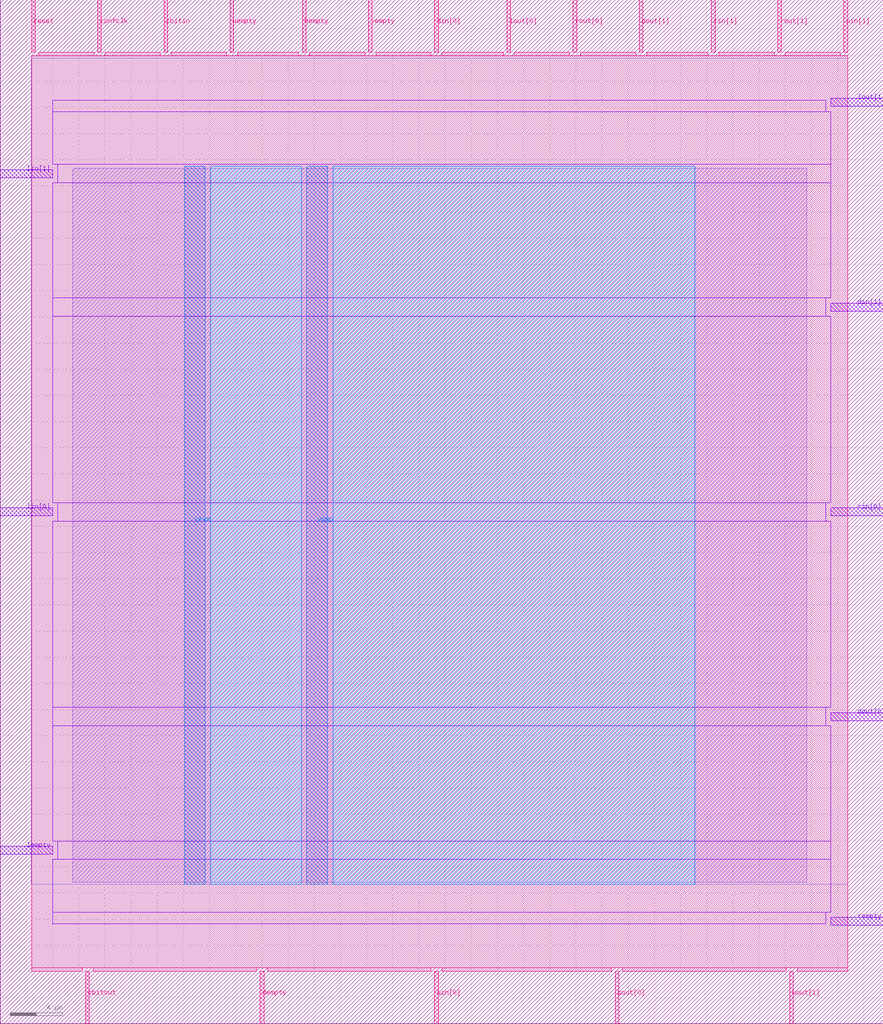
<source format=lef>
# Copyright 2020 The SkyWater PDK Authors
#
# Licensed under the Apache License, Version 2.0 (the "License");
# you may not use this file except in compliance with the License.
# You may obtain a copy of the License at
#
#     https://www.apache.org/licenses/LICENSE-2.0
#
# Unless required by applicable law or agreed to in writing, software
# distributed under the License is distributed on an "AS IS" BASIS,
# WITHOUT WARRANTIES OR CONDITIONS OF ANY KIND, either express or implied.
# See the License for the specific language governing permissions and
# limitations under the License.
#
# SPDX-License-Identifier: Apache-2.0

VERSION 5.7 ;

BUSBITCHARS "[]" ;
DIVIDERCHAR "/" ;

UNITS
  TIME NANOSECONDS 1 ;
  CAPACITANCE PICOFARADS 1 ;
  RESISTANCE OHMS 1 ;
  DATABASE MICRONS 1000 ;
END UNITS

MANUFACTURINGGRID 0.005 ;

PROPERTYDEFINITIONS
  LAYER LEF58_TYPE STRING ;
END PROPERTYDEFINITIONS

# High density, single height
SITE unithd
  SYMMETRY Y ;
  CLASS CORE ;
  SIZE 0.46 BY 2.72 ;
END unithd

# High density, double height
SITE unithddbl
  SYMMETRY Y ;
  CLASS CORE ;
  SIZE 0.46 BY 5.44 ;
END unithddbl

LAYER nwell
  TYPE MASTERSLICE ;
  PROPERTY LEF58_TYPE "TYPE NWELL ;" ;
END nwell

LAYER pwell
  TYPE MASTERSLICE ;
  PROPERTY LEF58_TYPE "TYPE PWELL ;" ;
END pwell

LAYER li1
  TYPE ROUTING ;
  DIRECTION VERTICAL ;

  PITCH 0.46 0.34 ;
  OFFSET 0.23 0.17 ;

  WIDTH 0.17 ;          # LI 1
  # SPACING  0.17 ;     # LI 2
  SPACINGTABLE
     PARALLELRUNLENGTH 0
     WIDTH 0 0.17 ;
  AREA 0.0561 ;         # LI 6
  THICKNESS 0.1 ;
  EDGECAPACITANCE 40.697E-6 ;
  CAPACITANCE CPERSQDIST 36.9866E-6 ;
  RESISTANCE RPERSQ 12.2 ;

  ANTENNAMODEL OXIDE1 ;
  ANTENNADIFFSIDEAREARATIO PWL ( ( 0 75 ) ( 0.0125 75 ) ( 0.0225 85.125 ) ( 22.5 10200 ) ) ;
END li1

LAYER mcon
  TYPE CUT ;

  WIDTH 0.17 ;                # Mcon 1
  SPACING 0.19 ;              # Mcon 2
  ENCLOSURE BELOW 0 0 ;       # Mcon 4
  ENCLOSURE ABOVE 0.03 0.06 ; # Met1 4 / Met1 5

  ANTENNADIFFAREARATIO PWL ( ( 0 3 ) ( 0.0125 3 ) ( 0.0225 3.405 ) ( 22.5 408 ) ) ;
  DCCURRENTDENSITY AVERAGE 0.36 ; # mA per via Iavg_max at Tj = 90oC

END mcon

LAYER met1
  TYPE ROUTING ;
  DIRECTION HORIZONTAL ;

  PITCH 0.34 ;
  OFFSET 0.17 ;

  WIDTH 0.14 ;                     # Met1 1
  # SPACING 0.14 ;                 # Met1 2
  # SPACING 0.28 RANGE 3.001 100 ; # Met1 3b
  SPACINGTABLE
     PARALLELRUNLENGTH 0
     WIDTH 0 0.14
     WIDTH 3 0.28 ;
  AREA 0.083 ;                     # Met1 6
  THICKNESS 0.35 ;

  ANTENNAMODEL OXIDE1 ;
  ANTENNADIFFSIDEAREARATIO PWL ( ( 0 400 ) ( 0.0125 400 ) ( 0.0225 2609 ) ( 22.5 11600 ) ) ;

  EDGECAPACITANCE 40.567E-6 ;
  CAPACITANCE CPERSQDIST 25.7784E-6 ;
  DCCURRENTDENSITY AVERAGE 2.8 ; # mA/um Iavg_max at Tj = 90oC
  ACCURRENTDENSITY RMS 6.1 ; # mA/um Irms_max at Tj = 90oC
  MAXIMUMDENSITY 70 ;
  DENSITYCHECKWINDOW 700 700 ;
  DENSITYCHECKSTEP 70 ;

  RESISTANCE RPERSQ 0.125 ;
END met1

LAYER via
  TYPE CUT ;
  WIDTH 0.15 ;                  # Via 1a
  SPACING 0.17 ;                # Via 2
  ENCLOSURE BELOW 0.055 0.085 ; # Via 4a / Via 5a
  ENCLOSURE ABOVE 0.055 0.085 ; # Met2 4 / Met2 5

  ANTENNADIFFAREARATIO PWL ( ( 0 6 ) ( 0.0125 6 ) ( 0.0225 6.81 ) ( 22.5 816 ) ) ;
  DCCURRENTDENSITY AVERAGE 0.29 ; # mA per via Iavg_max at Tj = 90oC
END via

LAYER met2
  TYPE ROUTING ;
  DIRECTION VERTICAL ;

  PITCH 0.46 ;
  OFFSET 0.23 ;

  WIDTH 0.14 ;                        # Met2 1
  # SPACING  0.14 ;                   # Met2 2
  # SPACING  0.28 RANGE 3.001 100 ;   # Met2 3b
  SPACINGTABLE
     PARALLELRUNLENGTH 0
     WIDTH 0 0.14
     WIDTH 3 0.28 ;
  AREA 0.0676 ;                       # Met2 6
  THICKNESS 0.35 ;

  EDGECAPACITANCE 37.759E-6 ;
  CAPACITANCE CPERSQDIST 16.9423E-6 ;
  RESISTANCE RPERSQ 0.125 ;
  DCCURRENTDENSITY AVERAGE 2.8 ; # mA/um Iavg_max at Tj = 90oC
  ACCURRENTDENSITY RMS 6.1 ; # mA/um Irms_max at Tj = 90oC

  ANTENNAMODEL OXIDE1 ;
  ANTENNADIFFSIDEAREARATIO PWL ( ( 0 400 ) ( 0.0125 400 ) ( 0.0225 2609 ) ( 22.5 11600 ) ) ;

  MAXIMUMDENSITY 70 ;
  DENSITYCHECKWINDOW 700 700 ;
  DENSITYCHECKSTEP 70 ;
END met2

# ******** Layer via2, type routing, number 44 **************
LAYER via2
  TYPE CUT ;
  WIDTH 0.2 ;                   # Via2 1
  SPACING 0.2 ;                 # Via2 2
  ENCLOSURE BELOW 0.04 0.085 ;  # Via2 4
  ENCLOSURE ABOVE 0.065 0.065 ; # Met3 4
  ANTENNADIFFAREARATIO PWL ( ( 0 6 ) ( 0.0125 6 ) ( 0.0225 6.81 ) ( 22.5 816 ) ) ;
  DCCURRENTDENSITY AVERAGE 0.48 ; # mA per via Iavg_max at Tj = 90oC
END via2

LAYER met3
  TYPE ROUTING ;
  DIRECTION HORIZONTAL ;

  PITCH 0.68 ;
  OFFSET 0.34 ;

  WIDTH 0.3 ;              # Met3 1
  # SPACING 0.3 ;          # Met3 2
  SPACINGTABLE
     PARALLELRUNLENGTH 0
     WIDTH 0 0.3
     WIDTH 3 0.4 ;
  AREA 0.24 ;              # Met3 6
  THICKNESS 0.8 ;

  EDGECAPACITANCE 40.989E-6 ;
  CAPACITANCE CPERSQDIST 12.3729E-6 ;
  RESISTANCE RPERSQ 0.047 ;
  DCCURRENTDENSITY AVERAGE 6.8 ; # mA/um Iavg_max at Tj = 90oC
  ACCURRENTDENSITY RMS 14.9 ; # mA/um Irms_max at Tj = 90oC

  ANTENNAMODEL OXIDE1 ;
  ANTENNADIFFSIDEAREARATIO PWL ( ( 0 400 ) ( 0.0125 400 ) ( 0.0225 2609 ) ( 22.5 11600 ) ) ;

  MAXIMUMDENSITY 70 ;
  DENSITYCHECKWINDOW 700 700 ;
  DENSITYCHECKSTEP 70 ;
END met3

LAYER via3
  TYPE CUT ;
  WIDTH 0.2 ;                   # Via3 1
  SPACING 0.2 ;                 # Via3 2
  ENCLOSURE BELOW 0.06 0.09 ;   # Via3 4 / Via3 5
  ENCLOSURE ABOVE 0.065 0.065 ; # Met4 3
  ANTENNADIFFAREARATIO PWL ( ( 0 6 ) ( 0.0125 6 ) ( 0.0225 6.81 ) ( 22.5 816 ) ) ;
  DCCURRENTDENSITY AVERAGE 0.48 ; # mA per via Iavg_max at Tj = 90oC
END via3

LAYER met4
  TYPE ROUTING ;
  DIRECTION VERTICAL ;

  PITCH 0.92 ;
  OFFSET 0.46 ;

  WIDTH 0.3 ;             # Met4 1
  # SPACING  0.3 ;             # Met4 2
  SPACINGTABLE
     PARALLELRUNLENGTH 0
     WIDTH 0 0.3
     WIDTH 3 0.4 ;
  AREA 0.24 ;            # Met4 4a

  THICKNESS 0.8 ;

  EDGECAPACITANCE 36.676E-6 ;
  CAPACITANCE CPERSQDIST 8.41537E-6 ;
  RESISTANCE RPERSQ 0.047 ;
  DCCURRENTDENSITY AVERAGE 6.8 ; # mA/um Iavg_max at Tj = 90oC
  ACCURRENTDENSITY RMS 14.9 ; # mA/um Irms_max at Tj = 90oC

  ANTENNAMODEL OXIDE1 ;
  ANTENNADIFFSIDEAREARATIO PWL ( ( 0 400 ) ( 0.0125 400 ) ( 0.0225 2609 ) ( 22.5 11600 ) ) ;

  MAXIMUMDENSITY 70 ;
  DENSITYCHECKWINDOW 700 700 ;
  DENSITYCHECKSTEP 70 ;
END met4

LAYER via4
  TYPE CUT ;

  WIDTH 0.8 ;                 # Via4 1
  SPACING 0.8 ;               # Via4 2
  ENCLOSURE BELOW 0.19 0.19 ; # Via4 4
  ENCLOSURE ABOVE 0.31 0.31 ; # Met5 3
  ANTENNADIFFAREARATIO PWL ( ( 0 6 ) ( 0.0125 6 ) ( 0.0225 6.81 ) ( 22.5 816 ) ) ;
  DCCURRENTDENSITY AVERAGE 2.49 ; # mA per via Iavg_max at Tj = 90oC
END via4

LAYER met5
  TYPE ROUTING ;
  DIRECTION HORIZONTAL ;

  PITCH 3.4 ;
  OFFSET 1.7 ;

  WIDTH 1.6 ;            # Met5 1
  #SPACING  1.6 ;        # Met5 2
  SPACINGTABLE
     PARALLELRUNLENGTH 0
     WIDTH 0 1.6 ;
  AREA 4 ;               # Met5 4

  THICKNESS 1.2 ;

  EDGECAPACITANCE 38.851E-6 ;
  CAPACITANCE CPERSQDIST 6.32063E-6 ;
  RESISTANCE RPERSQ 0.0285 ;
  DCCURRENTDENSITY AVERAGE 10.17 ; # mA/um Iavg_max at Tj = 90oC
  ACCURRENTDENSITY RMS 22.34 ; # mA/um Irms_max at Tj = 90oC

  ANTENNAMODEL OXIDE1 ;
  ANTENNADIFFSIDEAREARATIO PWL ( ( 0 400 ) ( 0.0125 400 ) ( 0.0225 2609 ) ( 22.5 11600 ) ) ;
END met5


### Routing via cells section   ###
# Plus via rule, metals are along the prefered direction
VIA L1M1_PR DEFAULT
  LAYER mcon ;
  RECT -0.085 -0.085 0.085 0.085 ;
  LAYER li1 ;
  RECT -0.085 -0.085 0.085 0.085 ;
  LAYER met1 ;
  RECT -0.145 -0.115 0.145 0.115 ;
END L1M1_PR

VIARULE L1M1_PR GENERATE
  LAYER li1 ;
  ENCLOSURE 0 0 ;
  LAYER met1 ;
  ENCLOSURE 0.06 0.03 ;
  LAYER mcon ;
  RECT -0.085 -0.085 0.085 0.085 ;
  SPACING 0.36 BY 0.36 ;
END L1M1_PR

# Plus via rule, metals are along the non prefered direction
VIA L1M1_PR_R DEFAULT
  LAYER mcon ;
  RECT -0.085 -0.085 0.085 0.085 ;
  LAYER li1 ;
  RECT -0.085 -0.085 0.085 0.085 ;
  LAYER met1 ;
  RECT -0.115 -0.145 0.115 0.145 ;
END L1M1_PR_R

VIARULE L1M1_PR_R GENERATE
  LAYER li1 ;
  ENCLOSURE 0 0 ;
  LAYER met1 ;
  ENCLOSURE 0.03 0.06 ;
  LAYER mcon ;
  RECT -0.085 -0.085 0.085 0.085 ;
  SPACING 0.36 BY 0.36 ;
END L1M1_PR_R

# Minus via rule, lower layer metal is along prefered direction
VIA L1M1_PR_M DEFAULT
  LAYER mcon ;
  RECT -0.085 -0.085 0.085 0.085 ;
  LAYER li1 ;
  RECT -0.085 -0.085 0.085 0.085 ;
  LAYER met1 ;
  RECT -0.115 -0.145 0.115 0.145 ;
END L1M1_PR_M

VIARULE L1M1_PR_M GENERATE
  LAYER li1 ;
  ENCLOSURE 0 0 ;
  LAYER met1 ;
  ENCLOSURE 0.03 0.06 ;
  LAYER mcon ;
  RECT -0.085 -0.085 0.085 0.085 ;
  SPACING 0.36 BY 0.36 ;
END L1M1_PR_M

# Minus via rule, upper layer metal is along prefered direction
VIA L1M1_PR_MR DEFAULT
  LAYER mcon ;
  RECT -0.085 -0.085 0.085 0.085 ;
  LAYER li1 ;
  RECT -0.085 -0.085 0.085 0.085 ;
  LAYER met1 ;
  RECT -0.145 -0.115 0.145 0.115 ;
END L1M1_PR_MR

VIARULE L1M1_PR_MR GENERATE
  LAYER li1 ;
  ENCLOSURE 0 0 ;
  LAYER met1 ;
  ENCLOSURE 0.06 0.03 ;
  LAYER mcon ;
  RECT -0.085 -0.085 0.085 0.085 ;
  SPACING 0.36 BY 0.36 ;
END L1M1_PR_MR

# Centered via rule, we really do not want to use it
VIA L1M1_PR_C DEFAULT
  LAYER mcon ;
  RECT -0.085 -0.085 0.085 0.085 ;
  LAYER li1 ;
  RECT -0.085 -0.085 0.085 0.085 ;
  LAYER met1 ;
  RECT -0.145 -0.145 0.145 0.145 ;
END L1M1_PR_C

VIARULE L1M1_PR_C GENERATE
  LAYER li1 ;
  ENCLOSURE 0 0 ;
  LAYER met1 ;
  ENCLOSURE 0.06 0.06 ;
  LAYER mcon ;
  RECT -0.085 -0.085 0.085 0.085 ;
  SPACING 0.36 BY 0.36 ;
END L1M1_PR_C

# Plus via rule, metals are along the prefered direction
VIA M1M2_PR DEFAULT
  LAYER via ;
  RECT -0.075 -0.075 0.075 0.075 ;
  LAYER met1 ;
  RECT -0.16 -0.13 0.16 0.13 ;
  LAYER met2 ;
  RECT -0.13 -0.16 0.13 0.16 ;
END M1M2_PR

VIARULE M1M2_PR GENERATE
  LAYER met1 ;
  ENCLOSURE 0.085 0.055 ;
  LAYER met2 ;
  ENCLOSURE 0.055 0.085 ;
  LAYER via ;
  RECT -0.075 -0.075 0.075 0.075 ;
  SPACING 0.32 BY 0.32 ;
END M1M2_PR

# Plus via rule, metals are along the non prefered direction
VIA M1M2_PR_R DEFAULT
  LAYER via ;
  RECT -0.075 -0.075 0.075 0.075 ;
  LAYER met1 ;
  RECT -0.13 -0.16 0.13 0.16 ;
  LAYER met2 ;
  RECT -0.16 -0.13 0.16 0.13 ;
END M1M2_PR_R

VIARULE M1M2_PR_R GENERATE
  LAYER met1 ;
  ENCLOSURE 0.055 0.085 ;
  LAYER met2 ;
  ENCLOSURE 0.085 0.055 ;
  LAYER via ;
  RECT -0.075 -0.075 0.075 0.075 ;
  SPACING 0.32 BY 0.32 ;
END M1M2_PR_R

# Minus via rule, lower layer metal is along prefered direction
VIA M1M2_PR_M DEFAULT
  LAYER via ;
  RECT -0.075 -0.075 0.075 0.075 ;
  LAYER met1 ;
  RECT -0.16 -0.13 0.16 0.13 ;
  LAYER met2 ;
  RECT -0.16 -0.13 0.16 0.13 ;
END M1M2_PR_M

VIARULE M1M2_PR_M GENERATE
  LAYER met1 ;
  ENCLOSURE 0.085 0.055 ;
  LAYER met2 ;
  ENCLOSURE 0.085 0.055 ;
  LAYER via ;
  RECT -0.075 -0.075 0.075 0.075 ;
  SPACING 0.32 BY 0.32 ;
END M1M2_PR_M

# Minus via rule, upper layer metal is along prefered direction
VIA M1M2_PR_MR DEFAULT
  LAYER via ;
  RECT -0.075 -0.075 0.075 0.075 ;
  LAYER met1 ;
  RECT -0.13 -0.16 0.13 0.16 ;
  LAYER met2 ;
  RECT -0.13 -0.16 0.13 0.16 ;
END M1M2_PR_MR

VIARULE M1M2_PR_MR GENERATE
  LAYER met1 ;
  ENCLOSURE 0.055 0.085 ;
  LAYER met2 ;
  ENCLOSURE 0.055 0.085 ;
  LAYER via ;
  RECT -0.075 -0.075 0.075 0.075 ;
  SPACING 0.32 BY 0.32 ;
END M1M2_PR_MR

# Centered via rule, we really do not want to use it
VIA M1M2_PR_C DEFAULT
  LAYER via ;
  RECT -0.075 -0.075 0.075 0.075 ;
  LAYER met1 ;
  RECT -0.16 -0.16 0.16 0.16 ;
  LAYER met2 ;
  RECT -0.16 -0.16 0.16 0.16 ;
END M1M2_PR_C

VIARULE M1M2_PR_C GENERATE
  LAYER met1 ;
  ENCLOSURE 0.085 0.085 ;
  LAYER met2 ;
  ENCLOSURE 0.085 0.085 ;
  LAYER via ;
  RECT -0.075 -0.075 0.075 0.075 ;
  SPACING 0.32 BY 0.32 ;
END M1M2_PR_C

# Plus via rule, metals are along the prefered direction
VIA M2M3_PR DEFAULT
  LAYER via2 ;
  RECT -0.1 -0.1 0.1 0.1 ;
  LAYER met2 ;
  RECT -0.14 -0.185 0.14 0.185 ;
  LAYER met3 ;
  RECT -0.165 -0.165 0.165 0.165 ;
END M2M3_PR

VIARULE M2M3_PR GENERATE
  LAYER met2 ;
  ENCLOSURE 0.04 0.085 ;
  LAYER met3 ;
  ENCLOSURE 0.065 0.065 ;
  LAYER via2 ;
  RECT -0.1 -0.1 0.1 0.1 ;
  SPACING 0.4 BY 0.4 ;
END M2M3_PR

# Plus via rule, metals are along the non prefered direction
VIA M2M3_PR_R DEFAULT
  LAYER via2 ;
  RECT -0.1 -0.1 0.1 0.1 ;
  LAYER met2 ;
  RECT -0.185 -0.14 0.185 0.14 ;
  LAYER met3 ;
  RECT -0.165 -0.165 0.165 0.165 ;
END M2M3_PR_R

VIARULE M2M3_PR_R GENERATE
  LAYER met2 ;
  ENCLOSURE 0.085 0.04 ;
  LAYER met3 ;
  ENCLOSURE 0.065 0.065 ;
  LAYER via2 ;
  RECT -0.1 -0.1 0.1 0.1 ;
  SPACING 0.4 BY 0.4 ;
END M2M3_PR_R

# Minus via rule, lower layer metal is along prefered direction
VIA M2M3_PR_M DEFAULT
  LAYER via2 ;
  RECT -0.1 -0.1 0.1 0.1 ;
  LAYER met2 ;
  RECT -0.14 -0.185 0.14 0.185 ;
  LAYER met3 ;
  RECT -0.165 -0.165 0.165 0.165 ;
END M2M3_PR_M

VIARULE M2M3_PR_M GENERATE
  LAYER met2 ;
  ENCLOSURE 0.04 0.085 ;
  LAYER met3 ;
  ENCLOSURE 0.065 0.065 ;
  LAYER via2 ;
  RECT -0.1 -0.1 0.1 0.1 ;
  SPACING 0.4 BY 0.4 ;
END M2M3_PR_M

# Minus via rule, upper layer metal is along prefered direction
VIA M2M3_PR_MR DEFAULT
  LAYER via2 ;
  RECT -0.1 -0.1 0.1 0.1 ;
  LAYER met2 ;
  RECT -0.185 -0.14 0.185 0.14 ;
  LAYER met3 ;
  RECT -0.165 -0.165 0.165 0.165 ;
END M2M3_PR_MR

VIARULE M2M3_PR_MR GENERATE
  LAYER met2 ;
  ENCLOSURE 0.085 0.04 ;
  LAYER met3 ;
  ENCLOSURE 0.065 0.065 ;
  LAYER via2 ;
  RECT -0.1 -0.1 0.1 0.1 ;
  SPACING 0.4 BY 0.4 ;
END M2M3_PR_MR

# Centered via rule, we really do not want to use it
VIA M2M3_PR_C DEFAULT
  LAYER via2 ;
  RECT -0.1 -0.1 0.1 0.1 ;
  LAYER met2 ;
  RECT -0.185 -0.185 0.185 0.185 ;
  LAYER met3 ;
  RECT -0.165 -0.165 0.165 0.165 ;
END M2M3_PR_C

VIARULE M2M3_PR_C GENERATE
  LAYER met2 ;
  ENCLOSURE 0.085 0.085 ;
  LAYER met3 ;
  ENCLOSURE 0.065 0.065 ;
  LAYER via2 ;
  RECT -0.1 -0.1 0.1 0.1 ;
  SPACING 0.4 BY 0.4 ;
END M2M3_PR_C

# Plus via rule, metals are along the prefered direction
VIA M3M4_PR DEFAULT
  LAYER via3 ;
  RECT -0.1 -0.1 0.1 0.1 ;
  LAYER met3 ;
  RECT -0.19 -0.16 0.19 0.16 ;
  LAYER met4 ;
  RECT -0.165 -0.165 0.165 0.165 ;
END M3M4_PR

VIARULE M3M4_PR GENERATE
  LAYER met3 ;
  ENCLOSURE 0.09 0.06 ;
  LAYER met4 ;
  ENCLOSURE 0.065 0.065 ;
  LAYER via3 ;
  RECT -0.1 -0.1 0.1 0.1 ;
  SPACING 0.4 BY 0.4 ;
END M3M4_PR

# Plus via rule, metals are along the non prefered direction
VIA M3M4_PR_R DEFAULT
  LAYER via3 ;
  RECT -0.1 -0.1 0.1 0.1 ;
  LAYER met3 ;
  RECT -0.16 -0.19 0.16 0.19 ;
  LAYER met4 ;
  RECT -0.165 -0.165 0.165 0.165 ;
END M3M4_PR_R

VIARULE M3M4_PR_R GENERATE
  LAYER met3 ;
  ENCLOSURE 0.06 0.09 ;
  LAYER met4 ;
  ENCLOSURE 0.065 0.065 ;
  LAYER via3 ;
  RECT -0.1 -0.1 0.1 0.1 ;
  SPACING 0.4 BY 0.4 ;
END M3M4_PR_R

# Minus via rule, lower layer metal is along prefered direction
VIA M3M4_PR_M DEFAULT
  LAYER via3 ;
  RECT -0.1 -0.1 0.1 0.1 ;
  LAYER met3 ;
  RECT -0.19 -0.16 0.19 0.16 ;
  LAYER met4 ;
  RECT -0.165 -0.165 0.165 0.165 ;
END M3M4_PR_M

VIARULE M3M4_PR_M GENERATE
  LAYER met3 ;
  ENCLOSURE 0.09 0.06 ;
  LAYER met4 ;
  ENCLOSURE 0.065 0.065 ;
  LAYER via3 ;
  RECT -0.1 -0.1 0.1 0.1 ;
  SPACING 0.4 BY 0.4 ;
END M3M4_PR_M

# Minus via rule, upper layer metal is along prefered direction
VIA M3M4_PR_MR DEFAULT
  LAYER via3 ;
  RECT -0.1 -0.1 0.1 0.1 ;
  LAYER met3 ;
  RECT -0.16 -0.19 0.16 0.19 ;
  LAYER met4 ;
  RECT -0.165 -0.165 0.165 0.165 ;
END M3M4_PR_MR

VIARULE M3M4_PR_MR GENERATE
  LAYER met3 ;
  ENCLOSURE 0.06 0.09 ;
  LAYER met4 ;
  ENCLOSURE 0.065 0.065 ;
  LAYER via3 ;
  RECT -0.1 -0.1 0.1 0.1 ;
  SPACING 0.4 BY 0.4 ;
END M3M4_PR_MR

# Centered via rule, we really do not want to use it
VIA M3M4_PR_C DEFAULT
  LAYER via3 ;
  RECT -0.1 -0.1 0.1 0.1 ;
  LAYER met3 ;
  RECT -0.19 -0.19 0.19 0.19 ;
  LAYER met4 ;
  RECT -0.165 -0.165 0.165 0.165 ;
END M3M4_PR_C

VIARULE M3M4_PR_C GENERATE
  LAYER met3 ;
  ENCLOSURE 0.09 0.09 ;
  LAYER met4 ;
  ENCLOSURE 0.065 0.065 ;
  LAYER via3 ;
  RECT -0.1 -0.1 0.1 0.1 ;
  SPACING 0.4 BY 0.4 ;
END M3M4_PR_C

# Plus via rule, metals are along the prefered direction
VIA M4M5_PR DEFAULT
  LAYER via4 ;
  RECT -0.4 -0.4 0.4 0.4 ;
  LAYER met4 ;
  RECT -0.59 -0.59 0.59 0.59 ;
  LAYER met5 ;
  RECT -0.71 -0.71 0.71 0.71 ;
END M4M5_PR

VIARULE M4M5_PR GENERATE
  LAYER met4 ;
  ENCLOSURE 0.19 0.19 ;
  LAYER met5 ;
  ENCLOSURE 0.31 0.31 ;
  LAYER via4 ;
  RECT -0.4 -0.4 0.4 0.4 ;
  SPACING 1.6 BY 1.6 ;
END M4M5_PR

# Plus via rule, metals are along the non prefered direction
VIA M4M5_PR_R DEFAULT
  LAYER via4 ;
  RECT -0.4 -0.4 0.4 0.4 ;
  LAYER met4 ;
  RECT -0.59 -0.59 0.59 0.59 ;
  LAYER met5 ;
  RECT -0.71 -0.71 0.71 0.71 ;
END M4M5_PR_R

VIARULE M4M5_PR_R GENERATE
  LAYER met4 ;
  ENCLOSURE 0.19 0.19 ;
  LAYER met5 ;
  ENCLOSURE 0.31 0.31 ;
  LAYER via4 ;
  RECT -0.4 -0.4 0.4 0.4 ;
  SPACING 1.6 BY 1.6 ;
END M4M5_PR_R

# Minus via rule, lower layer metal is along prefered direction
VIA M4M5_PR_M DEFAULT
  LAYER via4 ;
  RECT -0.4 -0.4 0.4 0.4 ;
  LAYER met4 ;
  RECT -0.59 -0.59 0.59 0.59 ;
  LAYER met5 ;
  RECT -0.71 -0.71 0.71 0.71 ;
END M4M5_PR_M

VIARULE M4M5_PR_M GENERATE
  LAYER met4 ;
  ENCLOSURE 0.19 0.19 ;
  LAYER met5 ;
  ENCLOSURE 0.31 0.31 ;
  LAYER via4 ;
  RECT -0.4 -0.4 0.4 0.4 ;
  SPACING 1.6 BY 1.6 ;
END M4M5_PR_M

# Minus via rule, upper layer metal is along prefered direction
VIA M4M5_PR_MR DEFAULT
  LAYER via4 ;
  RECT -0.4 -0.4 0.4 0.4 ;
  LAYER met4 ;
  RECT -0.59 -0.59 0.59 0.59 ;
  LAYER met5 ;
  RECT -0.71 -0.71 0.71 0.71 ;
END M4M5_PR_MR

VIARULE M4M5_PR_MR GENERATE
  LAYER met4 ;
  ENCLOSURE 0.19 0.19 ;
  LAYER met5 ;
  ENCLOSURE 0.31 0.31 ;
  LAYER via4 ;
  RECT -0.4 -0.4 0.4 0.4 ;
  SPACING 1.6 BY 1.6 ;
END M4M5_PR_MR

# Centered via rule, we really do not want to use it
VIA M4M5_PR_C DEFAULT
  LAYER via4 ;
  RECT -0.4 -0.4 0.4 0.4 ;
  LAYER met4 ;
  RECT -0.59 -0.59 0.59 0.59 ;
  LAYER met5 ;
  RECT -0.71 -0.71 0.71 0.71 ;
END M4M5_PR_C

VIARULE M4M5_PR_C GENERATE
  LAYER met4 ;
  ENCLOSURE 0.19 0.19 ;
  LAYER met5 ;
  ENCLOSURE 0.31 0.31 ;
  LAYER via4 ;
  RECT -0.4 -0.4 0.4 0.4 ;
  SPACING 1.6 BY 1.6 ;
END M4M5_PR_C
###  end of single via cells   ###


MACRO sky130_fd_sc_hd__dlxtp_1
  CLASS CORE ;
  FOREIGN sky130_fd_sc_hd__dlxtp_1 ;
  ORIGIN  0.000000  0.000000 ;
  SIZE  5.520000 BY  2.720000 ;
  SYMMETRY X Y R90 ;
  SITE unithd ;
  PIN D
    ANTENNAGATEAREA  0.159000 ;
    DIRECTION INPUT ;
    USE SIGNAL ;
    PORT
      LAYER li1 ;
        RECT 1.460000 0.955000 1.790000 1.325000 ;
    END
  END D
  PIN Q
    ANTENNADIFFAREA  0.470250 ;
    DIRECTION OUTPUT ;
    USE SIGNAL ;
    PORT
      LAYER li1 ;
        RECT 5.150000 0.415000 5.435000 0.745000 ;
        RECT 5.150000 1.670000 5.435000 2.455000 ;
        RECT 5.265000 0.745000 5.435000 1.670000 ;
    END
  END Q
  PIN GATE
    ANTENNAGATEAREA  0.159000 ;
    DIRECTION INPUT ;
    USE CLOCK ;
    PORT
      LAYER li1 ;
        RECT 0.090000 0.985000 0.330000 1.625000 ;
    END
  END GATE
  PIN VGND
    DIRECTION INOUT ;
    SHAPE ABUTMENT ;
    USE GROUND ;
    PORT
      LAYER met1 ;
        RECT 0.000000 -0.240000 5.520000 0.240000 ;
    END
  END VGND
  PIN VNB
    DIRECTION INOUT ;
    USE GROUND ;
    PORT
      LAYER pwell ;
        RECT 0.145000 -0.085000 0.315000 0.085000 ;
    END
  END VNB
  PIN VPB
    DIRECTION INOUT ;
    USE POWER ;
    PORT
      LAYER nwell ;
        RECT -0.190000 1.305000 5.710000 2.910000 ;
    END
  END VPB
  PIN VPWR
    DIRECTION INOUT ;
    SHAPE ABUTMENT ;
    USE POWER ;
    PORT
      LAYER met1 ;
        RECT 0.000000 2.480000 5.520000 2.960000 ;
    END
  END VPWR
  OBS
    LAYER li1 ;
      RECT 0.000000 -0.085000 5.520000 0.085000 ;
      RECT 0.000000  2.635000 5.520000 2.805000 ;
      RECT 0.175000  0.345000 0.345000 0.635000 ;
      RECT 0.175000  0.635000 0.780000 0.805000 ;
      RECT 0.175000  1.795000 0.780000 1.965000 ;
      RECT 0.175000  1.965000 0.345000 2.465000 ;
      RECT 0.515000  0.085000 0.845000 0.465000 ;
      RECT 0.515000  2.135000 0.845000 2.635000 ;
      RECT 0.610000  0.805000 0.780000 1.070000 ;
      RECT 0.610000  1.070000 0.840000 1.400000 ;
      RECT 0.610000  1.400000 0.780000 1.795000 ;
      RECT 1.015000  0.345000 1.185000 1.685000 ;
      RECT 1.015000  1.685000 1.240000 2.465000 ;
      RECT 1.455000  1.495000 2.140000 1.665000 ;
      RECT 1.455000  1.665000 1.785000 2.415000 ;
      RECT 1.535000  0.345000 1.705000 0.615000 ;
      RECT 1.535000  0.615000 2.140000 0.765000 ;
      RECT 1.535000  0.765000 2.340000 0.785000 ;
      RECT 1.875000  0.085000 2.205000 0.445000 ;
      RECT 1.955000  1.835000 2.270000 2.635000 ;
      RECT 1.970000  0.785000 2.340000 1.095000 ;
      RECT 1.970000  1.095000 2.140000 1.495000 ;
      RECT 2.470000  1.355000 2.755000 1.685000 ;
      RECT 2.715000  0.705000 3.095000 1.035000 ;
      RECT 2.770000  2.255000 3.605000 2.425000 ;
      RECT 2.840000  0.365000 3.500000 0.535000 ;
      RECT 2.925000  1.035000 3.095000 1.575000 ;
      RECT 2.925000  1.575000 3.265000 1.995000 ;
      RECT 3.330000  0.535000 3.500000 0.995000 ;
      RECT 3.330000  0.995000 4.175000 1.165000 ;
      RECT 3.435000  1.165000 4.175000 1.325000 ;
      RECT 3.435000  1.325000 3.605000 2.255000 ;
      RECT 3.685000  0.085000 4.015000 0.530000 ;
      RECT 3.775000  2.135000 3.945000 2.635000 ;
      RECT 3.840000  1.535000 4.515000 1.865000 ;
      RECT 4.295000  0.415000 4.515000 0.745000 ;
      RECT 4.295000  1.865000 4.515000 2.435000 ;
      RECT 4.345000  0.745000 4.515000 0.995000 ;
      RECT 4.345000  0.995000 5.095000 1.325000 ;
      RECT 4.345000  1.325000 4.515000 1.535000 ;
      RECT 4.695000  0.085000 4.900000 0.715000 ;
      RECT 4.695000  1.570000 4.900000 2.635000 ;
    LAYER mcon ;
      RECT 0.145000 -0.085000 0.315000 0.085000 ;
      RECT 0.145000  2.635000 0.315000 2.805000 ;
      RECT 0.605000 -0.085000 0.775000 0.085000 ;
      RECT 0.605000  2.635000 0.775000 2.805000 ;
      RECT 0.610000  1.445000 0.780000 1.615000 ;
      RECT 1.065000 -0.085000 1.235000 0.085000 ;
      RECT 1.065000  2.635000 1.235000 2.805000 ;
      RECT 1.070000  1.785000 1.240000 1.955000 ;
      RECT 1.525000 -0.085000 1.695000 0.085000 ;
      RECT 1.525000  2.635000 1.695000 2.805000 ;
      RECT 1.985000 -0.085000 2.155000 0.085000 ;
      RECT 1.985000  2.635000 2.155000 2.805000 ;
      RECT 2.445000 -0.085000 2.615000 0.085000 ;
      RECT 2.445000  2.635000 2.615000 2.805000 ;
      RECT 2.470000  1.445000 2.640000 1.615000 ;
      RECT 2.905000 -0.085000 3.075000 0.085000 ;
      RECT 2.905000  2.635000 3.075000 2.805000 ;
      RECT 2.930000  1.785000 3.100000 1.955000 ;
      RECT 3.365000 -0.085000 3.535000 0.085000 ;
      RECT 3.365000  2.635000 3.535000 2.805000 ;
      RECT 3.825000 -0.085000 3.995000 0.085000 ;
      RECT 3.825000  2.635000 3.995000 2.805000 ;
      RECT 4.285000 -0.085000 4.455000 0.085000 ;
      RECT 4.285000  2.635000 4.455000 2.805000 ;
      RECT 4.745000 -0.085000 4.915000 0.085000 ;
      RECT 4.745000  2.635000 4.915000 2.805000 ;
      RECT 5.205000 -0.085000 5.375000 0.085000 ;
      RECT 5.205000  2.635000 5.375000 2.805000 ;
    LAYER met1 ;
      RECT 0.550000 1.415000 0.840000 1.460000 ;
      RECT 0.550000 1.460000 2.700000 1.600000 ;
      RECT 0.550000 1.600000 0.840000 1.645000 ;
      RECT 1.010000 1.755000 1.300000 1.800000 ;
      RECT 1.010000 1.800000 3.160000 1.940000 ;
      RECT 1.010000 1.940000 1.300000 1.985000 ;
      RECT 2.410000 1.415000 2.700000 1.460000 ;
      RECT 2.410000 1.600000 2.700000 1.645000 ;
      RECT 2.870000 1.755000 3.160000 1.800000 ;
      RECT 2.870000 1.940000 3.160000 1.985000 ;
  END
END sky130_fd_sc_hd__dlxtp_1
MACRO sky130_fd_sc_hd__a41o_1
  CLASS CORE ;
  FOREIGN sky130_fd_sc_hd__a41o_1 ;
  ORIGIN  0.000000  0.000000 ;
  SIZE  3.680000 BY  2.720000 ;
  SYMMETRY X Y R90 ;
  SITE unithd ;
  PIN A1
    ANTENNAGATEAREA  0.247500 ;
    DIRECTION INPUT ;
    USE SIGNAL ;
    PORT
      LAYER li1 ;
        RECT 1.535000 0.995000 1.915000 1.325000 ;
        RECT 1.535000 1.325000 1.835000 1.620000 ;
    END
  END A1
  PIN A2
    ANTENNAGATEAREA  0.247500 ;
    DIRECTION INPUT ;
    USE SIGNAL ;
    PORT
      LAYER li1 ;
        RECT 1.700000 0.415000 2.650000 0.600000 ;
        RECT 2.225000 0.600000 2.445000 1.325000 ;
    END
  END A2
  PIN A3
    ANTENNAGATEAREA  0.247500 ;
    DIRECTION INPUT ;
    USE SIGNAL ;
    PORT
      LAYER li1 ;
        RECT 2.705000 0.995000 3.085000 1.625000 ;
        RECT 2.880000 0.395000 3.085000 0.995000 ;
    END
  END A3
  PIN A4
    ANTENNAGATEAREA  0.247500 ;
    DIRECTION INPUT ;
    USE SIGNAL ;
    PORT
      LAYER li1 ;
        RECT 3.315000 0.995000 3.570000 1.625000 ;
    END
  END A4
  PIN B1
    ANTENNAGATEAREA  0.247500 ;
    DIRECTION INPUT ;
    USE SIGNAL ;
    PORT
      LAYER li1 ;
        RECT 1.005000 1.075000 1.335000 1.635000 ;
    END
  END B1
  PIN X
    ANTENNADIFFAREA  0.429000 ;
    DIRECTION OUTPUT ;
    USE SIGNAL ;
    PORT
      LAYER li1 ;
        RECT 0.085000 0.300000 0.425000 0.560000 ;
        RECT 0.085000 0.560000 0.345000 2.165000 ;
        RECT 0.085000 2.165000 0.425000 2.425000 ;
    END
  END X
  PIN VGND
    DIRECTION INOUT ;
    SHAPE ABUTMENT ;
    USE GROUND ;
    PORT
      LAYER met1 ;
        RECT 0.000000 -0.240000 3.680000 0.240000 ;
    END
  END VGND
  PIN VNB
    DIRECTION INOUT ;
    USE GROUND ;
    PORT
      LAYER pwell ;
        RECT 0.150000 -0.085000 0.320000 0.085000 ;
    END
  END VNB
  PIN VPB
    DIRECTION INOUT ;
    USE POWER ;
    PORT
      LAYER nwell ;
        RECT -0.190000 1.305000 3.870000 2.910000 ;
    END
  END VPB
  PIN VPWR
    DIRECTION INOUT ;
    SHAPE ABUTMENT ;
    USE POWER ;
    PORT
      LAYER met1 ;
        RECT 0.000000 2.480000 3.680000 2.960000 ;
    END
  END VPWR
  OBS
    LAYER li1 ;
      RECT 0.000000 -0.085000 3.680000 0.085000 ;
      RECT 0.000000  2.635000 3.680000 2.805000 ;
      RECT 0.515000  0.735000 1.530000 0.810000 ;
      RECT 0.515000  0.810000 1.335000 0.905000 ;
      RECT 0.515000  0.905000 0.685000 1.825000 ;
      RECT 0.515000  1.825000 1.365000 1.995000 ;
      RECT 0.595000  0.085000 0.925000 0.565000 ;
      RECT 0.595000  2.175000 0.845000 2.635000 ;
      RECT 1.035000  1.995000 1.365000 2.425000 ;
      RECT 1.115000  0.300000 1.530000 0.735000 ;
      RECT 1.535000  1.795000 3.505000 1.965000 ;
      RECT 1.535000  1.965000 1.705000 2.465000 ;
      RECT 1.915000  2.175000 2.165000 2.635000 ;
      RECT 2.375000  1.965000 2.545000 2.465000 ;
      RECT 2.845000  2.175000 3.095000 2.635000 ;
      RECT 3.255000  0.085000 3.595000 0.810000 ;
      RECT 3.335000  1.965000 3.505000 2.465000 ;
    LAYER mcon ;
      RECT 0.145000 -0.085000 0.315000 0.085000 ;
      RECT 0.145000  2.635000 0.315000 2.805000 ;
      RECT 0.605000 -0.085000 0.775000 0.085000 ;
      RECT 0.605000  2.635000 0.775000 2.805000 ;
      RECT 1.065000 -0.085000 1.235000 0.085000 ;
      RECT 1.065000  2.635000 1.235000 2.805000 ;
      RECT 1.525000 -0.085000 1.695000 0.085000 ;
      RECT 1.525000  2.635000 1.695000 2.805000 ;
      RECT 1.985000 -0.085000 2.155000 0.085000 ;
      RECT 1.985000  2.635000 2.155000 2.805000 ;
      RECT 2.445000 -0.085000 2.615000 0.085000 ;
      RECT 2.445000  2.635000 2.615000 2.805000 ;
      RECT 2.905000 -0.085000 3.075000 0.085000 ;
      RECT 2.905000  2.635000 3.075000 2.805000 ;
      RECT 3.365000 -0.085000 3.535000 0.085000 ;
      RECT 3.365000  2.635000 3.535000 2.805000 ;
  END
END sky130_fd_sc_hd__a41o_1
MACRO sky130_fd_sc_hd__a41o_2
  CLASS CORE ;
  FOREIGN sky130_fd_sc_hd__a41o_2 ;
  ORIGIN  0.000000  0.000000 ;
  SIZE  4.140000 BY  2.720000 ;
  SYMMETRY X Y R90 ;
  SITE unithd ;
  PIN A1
    ANTENNAGATEAREA  0.247500 ;
    DIRECTION INPUT ;
    USE SIGNAL ;
    PORT
      LAYER li1 ;
        RECT 3.785000 0.730000 4.005000 1.625000 ;
    END
  END A1
  PIN A2
    ANTENNAGATEAREA  0.247500 ;
    DIRECTION INPUT ;
    USE SIGNAL ;
    PORT
      LAYER li1 ;
        RECT 3.085000 1.075000 3.550000 1.245000 ;
        RECT 3.335000 0.745000 3.550000 1.075000 ;
        RECT 3.335000 1.245000 3.550000 1.625000 ;
    END
  END A2
  PIN A3
    ANTENNAGATEAREA  0.247500 ;
    DIRECTION INPUT ;
    USE SIGNAL ;
    PORT
      LAYER li1 ;
        RECT 2.685000 0.995000 2.855000 1.435000 ;
        RECT 2.685000 1.435000 3.090000 1.625000 ;
    END
  END A3
  PIN A4
    ANTENNAGATEAREA  0.247500 ;
    DIRECTION INPUT ;
    USE SIGNAL ;
    PORT
      LAYER li1 ;
        RECT 2.000000 0.995000 2.335000 1.625000 ;
    END
  END A4
  PIN B1
    ANTENNAGATEAREA  0.247500 ;
    DIRECTION INPUT ;
    USE SIGNAL ;
    PORT
      LAYER li1 ;
        RECT 1.400000 1.075000 1.730000 1.295000 ;
    END
  END B1
  PIN X
    ANTENNADIFFAREA  0.445500 ;
    DIRECTION OUTPUT ;
    USE SIGNAL ;
    PORT
      LAYER li1 ;
        RECT 0.595000 0.295000 0.765000 0.755000 ;
        RECT 0.595000 0.755000 0.785000 2.465000 ;
    END
  END X
  PIN VGND
    DIRECTION INOUT ;
    SHAPE ABUTMENT ;
    USE GROUND ;
    PORT
      LAYER met1 ;
        RECT 0.000000 -0.240000 4.140000 0.240000 ;
    END
  END VGND
  PIN VNB
    DIRECTION INOUT ;
    USE GROUND ;
    PORT
      LAYER pwell ;
        RECT 0.150000 -0.085000 0.320000 0.085000 ;
    END
  END VNB
  PIN VPB
    DIRECTION INOUT ;
    USE POWER ;
    PORT
      LAYER nwell ;
        RECT -0.190000 1.305000 4.330000 2.910000 ;
    END
  END VPB
  PIN VPWR
    DIRECTION INOUT ;
    SHAPE ABUTMENT ;
    USE POWER ;
    PORT
      LAYER met1 ;
        RECT 0.000000 2.480000 4.140000 2.960000 ;
    END
  END VPWR
  OBS
    LAYER li1 ;
      RECT 0.000000 -0.085000 4.140000 0.085000 ;
      RECT 0.000000  2.635000 4.140000 2.805000 ;
      RECT 0.095000  0.085000 0.425000 0.805000 ;
      RECT 0.095000  1.495000 0.425000 2.635000 ;
      RECT 0.935000  0.085000 1.265000 0.465000 ;
      RECT 0.980000  0.635000 2.545000 0.805000 ;
      RECT 0.980000  0.805000 1.150000 1.495000 ;
      RECT 0.980000  1.495000 1.785000 1.665000 ;
      RECT 1.015000  1.835000 1.265000 2.635000 ;
      RECT 1.455000  1.665000 1.785000 2.425000 ;
      RECT 1.495000  0.255000 1.705000 0.635000 ;
      RECT 1.875000  0.085000 2.205000 0.465000 ;
      RECT 1.955000  1.795000 3.965000 1.965000 ;
      RECT 1.955000  1.965000 2.125000 2.465000 ;
      RECT 2.335000  2.175000 2.585000 2.635000 ;
      RECT 2.375000  0.295000 4.045000 0.465000 ;
      RECT 2.375000  0.465000 2.545000 0.635000 ;
      RECT 2.795000  1.965000 2.965000 2.465000 ;
      RECT 3.335000  2.175000 3.585000 2.635000 ;
      RECT 3.795000  1.965000 3.965000 2.465000 ;
    LAYER mcon ;
      RECT 0.145000 -0.085000 0.315000 0.085000 ;
      RECT 0.145000  2.635000 0.315000 2.805000 ;
      RECT 0.605000 -0.085000 0.775000 0.085000 ;
      RECT 0.605000  2.635000 0.775000 2.805000 ;
      RECT 1.065000 -0.085000 1.235000 0.085000 ;
      RECT 1.065000  2.635000 1.235000 2.805000 ;
      RECT 1.525000 -0.085000 1.695000 0.085000 ;
      RECT 1.525000  2.635000 1.695000 2.805000 ;
      RECT 1.985000 -0.085000 2.155000 0.085000 ;
      RECT 1.985000  2.635000 2.155000 2.805000 ;
      RECT 2.445000 -0.085000 2.615000 0.085000 ;
      RECT 2.445000  2.635000 2.615000 2.805000 ;
      RECT 2.905000 -0.085000 3.075000 0.085000 ;
      RECT 2.905000  2.635000 3.075000 2.805000 ;
      RECT 3.365000 -0.085000 3.535000 0.085000 ;
      RECT 3.365000  2.635000 3.535000 2.805000 ;
      RECT 3.825000 -0.085000 3.995000 0.085000 ;
      RECT 3.825000  2.635000 3.995000 2.805000 ;
  END
END sky130_fd_sc_hd__a41o_2
MACRO sky130_fd_sc_hd__a41o_4
  CLASS CORE ;
  FOREIGN sky130_fd_sc_hd__a41o_4 ;
  ORIGIN  0.000000  0.000000 ;
  SIZE  7.820000 BY  2.720000 ;
  SYMMETRY X Y R90 ;
  SITE unithd ;
  PIN A1
    ANTENNAGATEAREA  0.495000 ;
    DIRECTION INPUT ;
    USE SIGNAL ;
    PORT
      LAYER li1 ;
        RECT 3.395000 1.075000 4.065000 1.295000 ;
    END
  END A1
  PIN A2
    ANTENNAGATEAREA  0.495000 ;
    DIRECTION INPUT ;
    USE SIGNAL ;
    PORT
      LAYER li1 ;
        RECT 4.275000 1.075000 4.975000 1.285000 ;
    END
  END A2
  PIN A3
    ANTENNAGATEAREA  0.495000 ;
    DIRECTION INPUT ;
    USE SIGNAL ;
    PORT
      LAYER li1 ;
        RECT 5.155000 1.075000 6.185000 1.295000 ;
    END
  END A3
  PIN A4
    ANTENNAGATEAREA  0.495000 ;
    DIRECTION INPUT ;
    USE SIGNAL ;
    PORT
      LAYER li1 ;
        RECT 6.495000 1.075000 7.505000 1.295000 ;
    END
  END A4
  PIN B1
    ANTENNAGATEAREA  0.495000 ;
    DIRECTION INPUT ;
    USE SIGNAL ;
    PORT
      LAYER li1 ;
        RECT 2.135000 1.075000 3.145000 1.280000 ;
    END
  END B1
  PIN X
    ANTENNADIFFAREA  0.891000 ;
    DIRECTION OUTPUT ;
    USE SIGNAL ;
    PORT
      LAYER li1 ;
        RECT 0.150000 0.635000 1.605000 0.805000 ;
        RECT 0.150000 0.805000 0.320000 1.575000 ;
        RECT 0.150000 1.575000 1.605000 1.745000 ;
        RECT 0.595000 0.255000 0.765000 0.635000 ;
        RECT 0.595000 1.745000 0.765000 2.465000 ;
        RECT 1.435000 0.255000 1.605000 0.635000 ;
        RECT 1.435000 1.745000 1.605000 2.465000 ;
    END
  END X
  PIN VGND
    DIRECTION INOUT ;
    SHAPE ABUTMENT ;
    USE GROUND ;
    PORT
      LAYER met1 ;
        RECT 0.000000 -0.240000 7.820000 0.240000 ;
    END
  END VGND
  PIN VNB
    DIRECTION INOUT ;
    USE GROUND ;
    PORT
      LAYER pwell ;
        RECT 0.150000 -0.085000 0.320000 0.085000 ;
    END
  END VNB
  PIN VPB
    DIRECTION INOUT ;
    USE POWER ;
    PORT
      LAYER nwell ;
        RECT -0.190000 1.305000 8.010000 2.910000 ;
    END
  END VPB
  PIN VPWR
    DIRECTION INOUT ;
    SHAPE ABUTMENT ;
    USE POWER ;
    PORT
      LAYER met1 ;
        RECT 0.000000 2.480000 7.820000 2.960000 ;
    END
  END VPWR
  OBS
    LAYER li1 ;
      RECT 0.000000 -0.085000 7.820000 0.085000 ;
      RECT 0.000000  2.635000 7.820000 2.805000 ;
      RECT 0.095000  0.085000 0.425000 0.465000 ;
      RECT 0.095000  1.915000 0.425000 2.635000 ;
      RECT 0.490000  1.075000 1.945000 1.245000 ;
      RECT 0.935000  0.085000 1.265000 0.465000 ;
      RECT 0.935000  1.915000 1.265000 2.635000 ;
      RECT 1.775000  0.085000 2.125000 0.465000 ;
      RECT 1.775000  0.645000 3.905000 0.815000 ;
      RECT 1.775000  0.815000 1.945000 1.075000 ;
      RECT 1.775000  1.245000 1.945000 1.455000 ;
      RECT 1.775000  1.455000 2.965000 1.625000 ;
      RECT 1.775000  1.915000 2.125000 2.635000 ;
      RECT 2.295000  0.255000 2.465000 0.645000 ;
      RECT 2.375000  1.795000 2.545000 2.295000 ;
      RECT 2.375000  2.295000 3.405000 2.465000 ;
      RECT 2.635000  0.085000 2.965000 0.465000 ;
      RECT 2.715000  1.955000 3.045000 2.125000 ;
      RECT 2.795000  1.625000 2.965000 1.955000 ;
      RECT 3.155000  0.295000 4.245000 0.465000 ;
      RECT 3.235000  1.535000 7.370000 1.705000 ;
      RECT 3.235000  1.705000 3.405000 2.295000 ;
      RECT 3.575000  1.915000 3.905000 2.635000 ;
      RECT 4.075000  0.465000 4.245000 0.645000 ;
      RECT 4.075000  0.645000 5.165000 0.815000 ;
      RECT 4.075000  1.705000 4.245000 2.465000 ;
      RECT 4.415000  0.295000 6.105000 0.465000 ;
      RECT 4.415000  1.915000 4.745000 2.635000 ;
      RECT 4.935000  1.705000 5.105000 2.465000 ;
      RECT 5.345000  1.915000 6.035000 2.635000 ;
      RECT 5.355000  0.645000 7.285000 0.815000 ;
      RECT 6.275000  1.705000 6.445000 2.465000 ;
      RECT 6.615000  0.085000 6.945000 0.465000 ;
      RECT 6.615000  1.915000 6.945000 2.635000 ;
      RECT 7.115000  0.255000 7.285000 0.645000 ;
      RECT 7.115000  1.705000 7.285000 2.465000 ;
    LAYER mcon ;
      RECT 0.145000 -0.085000 0.315000 0.085000 ;
      RECT 0.145000  2.635000 0.315000 2.805000 ;
      RECT 0.605000 -0.085000 0.775000 0.085000 ;
      RECT 0.605000  2.635000 0.775000 2.805000 ;
      RECT 1.065000 -0.085000 1.235000 0.085000 ;
      RECT 1.065000  2.635000 1.235000 2.805000 ;
      RECT 1.525000 -0.085000 1.695000 0.085000 ;
      RECT 1.525000  2.635000 1.695000 2.805000 ;
      RECT 1.985000 -0.085000 2.155000 0.085000 ;
      RECT 1.985000  2.635000 2.155000 2.805000 ;
      RECT 2.445000 -0.085000 2.615000 0.085000 ;
      RECT 2.445000  2.635000 2.615000 2.805000 ;
      RECT 2.905000 -0.085000 3.075000 0.085000 ;
      RECT 2.905000  2.635000 3.075000 2.805000 ;
      RECT 3.365000 -0.085000 3.535000 0.085000 ;
      RECT 3.365000  2.635000 3.535000 2.805000 ;
      RECT 3.825000 -0.085000 3.995000 0.085000 ;
      RECT 3.825000  2.635000 3.995000 2.805000 ;
      RECT 4.285000 -0.085000 4.455000 0.085000 ;
      RECT 4.285000  2.635000 4.455000 2.805000 ;
      RECT 4.745000 -0.085000 4.915000 0.085000 ;
      RECT 4.745000  2.635000 4.915000 2.805000 ;
      RECT 5.205000 -0.085000 5.375000 0.085000 ;
      RECT 5.205000  2.635000 5.375000 2.805000 ;
      RECT 5.665000 -0.085000 5.835000 0.085000 ;
      RECT 5.665000  2.635000 5.835000 2.805000 ;
      RECT 6.125000 -0.085000 6.295000 0.085000 ;
      RECT 6.125000  2.635000 6.295000 2.805000 ;
      RECT 6.585000 -0.085000 6.755000 0.085000 ;
      RECT 6.585000  2.635000 6.755000 2.805000 ;
      RECT 7.045000 -0.085000 7.215000 0.085000 ;
      RECT 7.045000  2.635000 7.215000 2.805000 ;
      RECT 7.505000 -0.085000 7.675000 0.085000 ;
      RECT 7.505000  2.635000 7.675000 2.805000 ;
  END
END sky130_fd_sc_hd__a41o_4
MACRO sky130_fd_sc_hd__dfbbp_1
  CLASS CORE ;
  FOREIGN sky130_fd_sc_hd__dfbbp_1 ;
  ORIGIN  0.000000  0.000000 ;
  SIZE  11.96000 BY  2.720000 ;
  SYMMETRY X Y R90 ;
  SITE unithd ;
  PIN D
    ANTENNAGATEAREA  0.126000 ;
    DIRECTION INPUT ;
    USE SIGNAL ;
    PORT
      LAYER li1 ;
        RECT 1.750000 1.005000 2.160000 1.625000 ;
    END
  END D
  PIN Q
    ANTENNADIFFAREA  0.429000 ;
    DIRECTION OUTPUT ;
    USE SIGNAL ;
    PORT
      LAYER li1 ;
        RECT 11.615000 0.255000 11.875000 0.825000 ;
        RECT 11.615000 1.445000 11.875000 2.465000 ;
        RECT 11.660000 0.825000 11.875000 1.445000 ;
    END
  END Q
  PIN Q_N
    ANTENNADIFFAREA  0.429000 ;
    DIRECTION OUTPUT ;
    USE SIGNAL ;
    PORT
      LAYER li1 ;
        RECT 10.200000 0.255000 10.485000 0.715000 ;
        RECT 10.200000 1.630000 10.485000 2.465000 ;
        RECT 10.280000 0.715000 10.485000 1.630000 ;
    END
  END Q_N
  PIN RESET_B
    ANTENNAGATEAREA  0.159000 ;
    DIRECTION INPUT ;
    USE SIGNAL ;
    PORT
      LAYER li1 ;
        RECT 9.315000 1.095000 9.690000 1.325000 ;
    END
  END RESET_B
  PIN SET_B
    ANTENNAGATEAREA  0.252000 ;
    DIRECTION INPUT ;
    USE SIGNAL ;
    PORT
      LAYER li1 ;
        RECT 3.590000 0.735000 4.000000 0.965000 ;
        RECT 3.590000 0.965000 3.920000 1.065000 ;
      LAYER mcon ;
        RECT 3.830000 0.765000 4.000000 0.935000 ;
    END
    PORT
      LAYER li1 ;
        RECT 7.460000 0.735000 7.835000 1.065000 ;
      LAYER mcon ;
        RECT 7.510000 0.765000 7.680000 0.935000 ;
    END
    PORT
      LAYER met1 ;
        RECT 3.770000 0.735000 4.060000 0.780000 ;
        RECT 3.770000 0.780000 7.740000 0.920000 ;
        RECT 3.770000 0.920000 4.060000 0.965000 ;
        RECT 7.450000 0.735000 7.740000 0.780000 ;
        RECT 7.450000 0.920000 7.740000 0.965000 ;
    END
  END SET_B
  PIN CLK
    ANTENNAGATEAREA  0.159000 ;
    DIRECTION INPUT ;
    USE CLOCK ;
    PORT
      LAYER li1 ;
        RECT 0.085000 0.975000 0.440000 1.625000 ;
    END
  END CLK
  PIN VGND
    DIRECTION INOUT ;
    SHAPE ABUTMENT ;
    USE GROUND ;
    PORT
      LAYER met1 ;
        RECT 0.000000 -0.240000 11.960000 0.240000 ;
    END
  END VGND
  PIN VNB
    DIRECTION INOUT ;
    USE GROUND ;
    PORT
      LAYER pwell ;
        RECT 0.150000 -0.085000 0.320000 0.085000 ;
    END
  END VNB
  PIN VPB
    DIRECTION INOUT ;
    USE POWER ;
    PORT
      LAYER nwell ;
        RECT -0.190000 1.305000 12.150000 2.910000 ;
    END
  END VPB
  PIN VPWR
    DIRECTION INOUT ;
    SHAPE ABUTMENT ;
    USE POWER ;
    PORT
      LAYER met1 ;
        RECT 0.000000 2.480000 11.960000 2.960000 ;
    END
  END VPWR
  OBS
    LAYER li1 ;
      RECT  0.000000 -0.085000 11.960000 0.085000 ;
      RECT  0.000000  2.635000 11.960000 2.805000 ;
      RECT  0.085000  0.345000  0.345000 0.635000 ;
      RECT  0.085000  0.635000  0.840000 0.805000 ;
      RECT  0.085000  1.795000  0.840000 1.965000 ;
      RECT  0.085000  1.965000  0.345000 2.465000 ;
      RECT  0.515000  0.085000  0.845000 0.465000 ;
      RECT  0.515000  2.135000  0.845000 2.635000 ;
      RECT  0.610000  0.805000  0.840000 1.795000 ;
      RECT  1.015000  0.345000  1.240000 2.465000 ;
      RECT  1.410000  0.635000  2.125000 0.825000 ;
      RECT  1.410000  0.825000  1.580000 1.795000 ;
      RECT  1.410000  1.795000  2.125000 1.965000 ;
      RECT  1.435000  0.085000  1.785000 0.465000 ;
      RECT  1.435000  2.135000  1.785000 2.635000 ;
      RECT  1.955000  0.305000  2.125000 0.635000 ;
      RECT  1.955000  1.965000  2.125000 2.465000 ;
      RECT  2.330000  0.705000  2.550000 1.575000 ;
      RECT  2.330000  1.575000  2.830000 1.955000 ;
      RECT  2.340000  2.250000  3.170000 2.420000 ;
      RECT  2.405000  0.265000  3.400000 0.465000 ;
      RECT  2.730000  0.645000  3.060000 1.015000 ;
      RECT  3.000000  1.195000  3.400000 1.235000 ;
      RECT  3.000000  1.235000  4.350000 1.405000 ;
      RECT  3.000000  1.405000  3.170000 2.250000 ;
      RECT  3.230000  0.465000  3.400000 1.195000 ;
      RECT  3.340000  1.575000  3.590000 1.785000 ;
      RECT  3.340000  1.785000  4.690000 2.035000 ;
      RECT  3.410000  2.205000  3.790000 2.635000 ;
      RECT  3.570000  0.085000  3.740000 0.525000 ;
      RECT  3.910000  0.255000  5.080000 0.425000 ;
      RECT  3.910000  0.425000  4.240000 0.545000 ;
      RECT  4.090000  2.035000  4.260000 2.375000 ;
      RECT  4.100000  1.405000  4.350000 1.485000 ;
      RECT  4.130000  1.155000  4.350000 1.235000 ;
      RECT  4.410000  0.595000  4.740000 0.765000 ;
      RECT  4.520000  0.765000  4.740000 0.895000 ;
      RECT  4.520000  0.895000  5.830000 1.065000 ;
      RECT  4.520000  1.065000  4.690000 1.785000 ;
      RECT  4.860000  1.235000  5.190000 1.415000 ;
      RECT  4.860000  1.415000  5.865000 1.655000 ;
      RECT  4.880000  1.915000  5.210000 2.635000 ;
      RECT  4.910000  0.425000  5.080000 0.715000 ;
      RECT  5.350000  0.085000  5.680000 0.465000 ;
      RECT  5.500000  1.065000  5.830000 1.235000 ;
      RECT  6.065000  1.575000  6.300000 1.985000 ;
      RECT  6.125000  0.705000  6.410000 1.125000 ;
      RECT  6.125000  1.125000  6.745000 1.305000 ;
      RECT  6.255000  2.250000  7.085000 2.420000 ;
      RECT  6.320000  0.265000  7.085000 0.465000 ;
      RECT  6.540000  1.305000  6.745000 1.905000 ;
      RECT  6.915000  0.465000  7.085000 1.235000 ;
      RECT  6.915000  1.235000  8.265000 1.405000 ;
      RECT  6.915000  1.405000  7.085000 2.250000 ;
      RECT  7.255000  1.575000  7.505000 1.915000 ;
      RECT  7.255000  1.915000 10.030000 2.085000 ;
      RECT  7.265000  0.085000  7.525000 0.525000 ;
      RECT  7.325000  2.255000  7.705000 2.635000 ;
      RECT  7.785000  0.255000  8.955000 0.425000 ;
      RECT  7.785000  0.425000  8.115000 0.545000 ;
      RECT  7.945000  2.085000  8.115000 2.375000 ;
      RECT  8.045000  1.075000  8.265000 1.235000 ;
      RECT  8.285000  0.595000  8.615000 0.780000 ;
      RECT  8.435000  0.780000  8.615000 1.915000 ;
      RECT  8.645000  2.255000 10.030000 2.635000 ;
      RECT  8.785000  0.425000  8.955000 0.585000 ;
      RECT  8.785000  0.755000  9.475000 0.925000 ;
      RECT  8.785000  0.925000  9.060000 1.575000 ;
      RECT  8.785000  1.575000  9.545000 1.745000 ;
      RECT  9.240000  0.265000  9.475000 0.755000 ;
      RECT  9.700000  0.085000 10.030000 0.805000 ;
      RECT  9.860000  0.995000 10.110000 1.325000 ;
      RECT  9.860000  1.325000 10.030000 1.915000 ;
      RECT 10.655000  0.255000 10.970000 0.995000 ;
      RECT 10.655000  0.995000 11.490000 1.325000 ;
      RECT 10.655000  1.325000 10.970000 2.415000 ;
      RECT 11.150000  0.085000 11.445000 0.545000 ;
      RECT 11.150000  1.765000 11.445000 2.635000 ;
    LAYER mcon ;
      RECT  0.145000 -0.085000  0.315000 0.085000 ;
      RECT  0.145000  2.635000  0.315000 2.805000 ;
      RECT  0.605000 -0.085000  0.775000 0.085000 ;
      RECT  0.605000  2.635000  0.775000 2.805000 ;
      RECT  0.610000  1.785000  0.780000 1.955000 ;
      RECT  1.065000 -0.085000  1.235000 0.085000 ;
      RECT  1.065000  2.635000  1.235000 2.805000 ;
      RECT  1.070000  0.765000  1.240000 0.935000 ;
      RECT  1.525000 -0.085000  1.695000 0.085000 ;
      RECT  1.525000  2.635000  1.695000 2.805000 ;
      RECT  1.985000 -0.085000  2.155000 0.085000 ;
      RECT  1.985000  2.635000  2.155000 2.805000 ;
      RECT  2.445000 -0.085000  2.615000 0.085000 ;
      RECT  2.445000  2.635000  2.615000 2.805000 ;
      RECT  2.450000  1.785000  2.620000 1.955000 ;
      RECT  2.890000  0.765000  3.060000 0.935000 ;
      RECT  2.905000 -0.085000  3.075000 0.085000 ;
      RECT  2.905000  2.635000  3.075000 2.805000 ;
      RECT  3.365000 -0.085000  3.535000 0.085000 ;
      RECT  3.365000  2.635000  3.535000 2.805000 ;
      RECT  3.825000 -0.085000  3.995000 0.085000 ;
      RECT  3.825000  2.635000  3.995000 2.805000 ;
      RECT  4.285000 -0.085000  4.455000 0.085000 ;
      RECT  4.285000  2.635000  4.455000 2.805000 ;
      RECT  4.745000 -0.085000  4.915000 0.085000 ;
      RECT  4.745000  2.635000  4.915000 2.805000 ;
      RECT  5.205000 -0.085000  5.375000 0.085000 ;
      RECT  5.205000  2.635000  5.375000 2.805000 ;
      RECT  5.665000 -0.085000  5.835000 0.085000 ;
      RECT  5.665000  2.635000  5.835000 2.805000 ;
      RECT  5.670000  1.445000  5.840000 1.615000 ;
      RECT  6.125000 -0.085000  6.295000 0.085000 ;
      RECT  6.125000  2.635000  6.295000 2.805000 ;
      RECT  6.130000  1.105000  6.300000 1.275000 ;
      RECT  6.130000  1.785000  6.300000 1.955000 ;
      RECT  6.585000 -0.085000  6.755000 0.085000 ;
      RECT  6.585000  2.635000  6.755000 2.805000 ;
      RECT  7.045000 -0.085000  7.215000 0.085000 ;
      RECT  7.045000  2.635000  7.215000 2.805000 ;
      RECT  7.505000 -0.085000  7.675000 0.085000 ;
      RECT  7.505000  2.635000  7.675000 2.805000 ;
      RECT  7.965000 -0.085000  8.135000 0.085000 ;
      RECT  7.965000  2.635000  8.135000 2.805000 ;
      RECT  8.425000 -0.085000  8.595000 0.085000 ;
      RECT  8.425000  2.635000  8.595000 2.805000 ;
      RECT  8.885000 -0.085000  9.055000 0.085000 ;
      RECT  8.885000  2.635000  9.055000 2.805000 ;
      RECT  8.890000  1.445000  9.060000 1.615000 ;
      RECT  9.345000 -0.085000  9.515000 0.085000 ;
      RECT  9.345000  2.635000  9.515000 2.805000 ;
      RECT  9.805000 -0.085000  9.975000 0.085000 ;
      RECT  9.805000  2.635000  9.975000 2.805000 ;
      RECT 10.265000 -0.085000 10.435000 0.085000 ;
      RECT 10.265000  2.635000 10.435000 2.805000 ;
      RECT 10.725000 -0.085000 10.895000 0.085000 ;
      RECT 10.725000  2.635000 10.895000 2.805000 ;
      RECT 11.185000 -0.085000 11.355000 0.085000 ;
      RECT 11.185000  2.635000 11.355000 2.805000 ;
      RECT 11.645000 -0.085000 11.815000 0.085000 ;
      RECT 11.645000  2.635000 11.815000 2.805000 ;
    LAYER met1 ;
      RECT 0.550000 1.755000 0.840000 1.800000 ;
      RECT 0.550000 1.800000 6.360000 1.940000 ;
      RECT 0.550000 1.940000 0.840000 1.985000 ;
      RECT 1.010000 0.735000 1.300000 0.780000 ;
      RECT 1.010000 0.780000 3.120000 0.920000 ;
      RECT 1.010000 0.920000 1.300000 0.965000 ;
      RECT 2.390000 1.755000 2.680000 1.800000 ;
      RECT 2.390000 1.940000 2.680000 1.985000 ;
      RECT 2.830000 0.735000 3.120000 0.780000 ;
      RECT 2.830000 0.920000 3.120000 0.965000 ;
      RECT 2.925000 0.965000 3.120000 1.120000 ;
      RECT 2.925000 1.120000 6.360000 1.260000 ;
      RECT 5.610000 1.415000 5.900000 1.460000 ;
      RECT 5.610000 1.460000 9.120000 1.600000 ;
      RECT 5.610000 1.600000 5.900000 1.645000 ;
      RECT 6.070000 1.075000 6.360000 1.120000 ;
      RECT 6.070000 1.260000 6.360000 1.305000 ;
      RECT 6.070000 1.755000 6.360000 1.800000 ;
      RECT 6.070000 1.940000 6.360000 1.985000 ;
      RECT 8.830000 1.415000 9.120000 1.460000 ;
      RECT 8.830000 1.600000 9.120000 1.645000 ;
  END
END sky130_fd_sc_hd__dfbbp_1
MACRO sky130_fd_sc_hd__xor3_2
  CLASS CORE ;
  FOREIGN sky130_fd_sc_hd__xor3_2 ;
  ORIGIN  0.000000  0.000000 ;
  SIZE  9.200000 BY  2.720000 ;
  SYMMETRY X Y R90 ;
  SITE unithd ;
  PIN A
    ANTENNAGATEAREA  0.246000 ;
    DIRECTION INPUT ;
    USE SIGNAL ;
    PORT
      LAYER li1 ;
        RECT 7.965000 1.075000 8.375000 1.325000 ;
    END
  END A
  PIN B
    ANTENNAGATEAREA  0.661500 ;
    DIRECTION INPUT ;
    USE SIGNAL ;
    PORT
      LAYER li1 ;
        RECT 7.145000 0.995000 7.315000 1.445000 ;
        RECT 7.145000 1.445000 7.725000 1.615000 ;
    END
  END B
  PIN C
    ANTENNAGATEAREA  0.381000 ;
    DIRECTION INPUT ;
    USE SIGNAL ;
    PORT
      LAYER li1 ;
        RECT 2.320000 0.995000 2.955000 1.325000 ;
    END
  END C
  PIN X
    ANTENNADIFFAREA  0.445500 ;
    DIRECTION OUTPUT ;
    USE SIGNAL ;
    PORT
      LAYER li1 ;
        RECT 0.545000 0.660000 1.050000 0.925000 ;
        RECT 0.545000 0.925000 0.860000 1.440000 ;
        RECT 0.545000 1.440000 1.070000 2.045000 ;
        RECT 0.800000 0.350000 1.050000 0.660000 ;
        RECT 0.820000 2.045000 1.070000 2.465000 ;
    END
  END X
  PIN VGND
    DIRECTION INOUT ;
    SHAPE ABUTMENT ;
    USE GROUND ;
    PORT
      LAYER met1 ;
        RECT 0.000000 -0.240000 9.200000 0.240000 ;
    END
  END VGND
  PIN VNB
    DIRECTION INOUT ;
    USE GROUND ;
    PORT
      LAYER pwell ;
        RECT 0.145000 -0.085000 0.315000 0.085000 ;
    END
  END VNB
  PIN VPB
    DIRECTION INOUT ;
    USE POWER ;
    PORT
      LAYER nwell ;
        RECT -0.190000 1.305000 9.390000 2.910000 ;
    END
  END VPB
  PIN VPWR
    DIRECTION INOUT ;
    SHAPE ABUTMENT ;
    USE POWER ;
    PORT
      LAYER met1 ;
        RECT 0.000000 2.480000 9.200000 2.960000 ;
    END
  END VPWR
  OBS
    LAYER li1 ;
      RECT 0.000000 -0.085000 9.200000 0.085000 ;
      RECT 0.000000  2.635000 9.200000 2.805000 ;
      RECT 0.300000  0.085000 0.630000 0.465000 ;
      RECT 0.300000  2.215000 0.650000 2.635000 ;
      RECT 1.210000  0.995000 1.410000 1.325000 ;
      RECT 1.220000  0.085000 1.470000 0.525000 ;
      RECT 1.240000  0.695000 1.810000 0.865000 ;
      RECT 1.240000  0.865000 1.410000 0.995000 ;
      RECT 1.240000  1.325000 1.410000 1.875000 ;
      RECT 1.240000  1.875000 1.930000 2.045000 ;
      RECT 1.240000  2.215000 1.575000 2.635000 ;
      RECT 1.640000  0.255000 3.200000 0.425000 ;
      RECT 1.640000  0.425000 1.810000 0.695000 ;
      RECT 1.645000  1.535000 3.295000 1.705000 ;
      RECT 1.760000  2.045000 1.930000 2.235000 ;
      RECT 1.760000  2.235000 3.355000 2.405000 ;
      RECT 1.980000  0.595000 2.150000 1.535000 ;
      RECT 2.330000  1.895000 3.635000 2.065000 ;
      RECT 2.430000  0.655000 3.540000 0.825000 ;
      RECT 2.850000  0.425000 3.200000 0.455000 ;
      RECT 3.125000  0.995000 3.400000 1.325000 ;
      RECT 3.125000  1.325000 3.295000 1.535000 ;
      RECT 3.370000  0.255000 4.220000 0.425000 ;
      RECT 3.370000  0.425000 3.540000 0.655000 ;
      RECT 3.465000  1.525000 3.995000 1.695000 ;
      RECT 3.465000  1.695000 3.635000 1.895000 ;
      RECT 3.570000  2.235000 3.975000 2.405000 ;
      RECT 3.710000  0.595000 3.880000 1.375000 ;
      RECT 3.710000  1.375000 3.995000 1.525000 ;
      RECT 3.805000  1.895000 4.980000 2.065000 ;
      RECT 3.805000  2.065000 3.975000 2.235000 ;
      RECT 4.050000  0.425000 4.220000 1.035000 ;
      RECT 4.050000  1.035000 4.335000 1.205000 ;
      RECT 4.145000  2.235000 4.475000 2.635000 ;
      RECT 4.165000  1.205000 4.335000 1.895000 ;
      RECT 4.390000  0.085000 4.560000 0.865000 ;
      RECT 4.565000  1.445000 4.980000 1.715000 ;
      RECT 4.740000  0.415000 4.980000 1.445000 ;
      RECT 4.810000  2.065000 4.980000 2.275000 ;
      RECT 4.810000  2.275000 7.905000 2.445000 ;
      RECT 5.155000  0.265000 5.570000 0.485000 ;
      RECT 5.155000  0.485000 5.375000 0.595000 ;
      RECT 5.155000  0.595000 5.325000 2.105000 ;
      RECT 5.495000  0.720000 5.910000 0.825000 ;
      RECT 5.495000  0.825000 5.715000 0.890000 ;
      RECT 5.495000  0.890000 5.665000 2.275000 ;
      RECT 5.545000  0.655000 5.910000 0.720000 ;
      RECT 5.740000  0.320000 5.910000 0.655000 ;
      RECT 5.855000  1.445000 6.635000 1.615000 ;
      RECT 5.855000  1.615000 6.270000 2.045000 ;
      RECT 5.870000  0.995000 6.295000 1.270000 ;
      RECT 6.080000  0.630000 6.295000 0.995000 ;
      RECT 6.465000  0.255000 7.610000 0.425000 ;
      RECT 6.465000  0.425000 6.635000 1.445000 ;
      RECT 6.805000  0.595000 6.975000 1.935000 ;
      RECT 6.805000  1.935000 9.115000 2.105000 ;
      RECT 7.145000  0.425000 7.610000 0.465000 ;
      RECT 7.485000  0.730000 7.690000 0.945000 ;
      RECT 7.485000  0.945000 7.795000 1.275000 ;
      RECT 7.895000  1.495000 8.715000 1.705000 ;
      RECT 7.935000  0.295000 8.225000 0.735000 ;
      RECT 7.935000  0.735000 8.715000 0.750000 ;
      RECT 7.975000  0.750000 8.715000 0.905000 ;
      RECT 8.315000  2.275000 8.650000 2.635000 ;
      RECT 8.395000  0.085000 8.565000 0.565000 ;
      RECT 8.545000  0.905000 8.715000 0.995000 ;
      RECT 8.545000  0.995000 8.775000 1.325000 ;
      RECT 8.545000  1.325000 8.715000 1.495000 ;
      RECT 8.630000  1.875000 9.115000 1.935000 ;
      RECT 8.815000  0.255000 9.115000 0.585000 ;
      RECT 8.820000  2.105000 9.115000 2.465000 ;
      RECT 8.945000  0.585000 9.115000 1.875000 ;
    LAYER mcon ;
      RECT 0.145000 -0.085000 0.315000 0.085000 ;
      RECT 0.145000  2.635000 0.315000 2.805000 ;
      RECT 0.605000 -0.085000 0.775000 0.085000 ;
      RECT 0.605000  2.635000 0.775000 2.805000 ;
      RECT 1.065000 -0.085000 1.235000 0.085000 ;
      RECT 1.065000  2.635000 1.235000 2.805000 ;
      RECT 1.525000 -0.085000 1.695000 0.085000 ;
      RECT 1.525000  2.635000 1.695000 2.805000 ;
      RECT 1.985000 -0.085000 2.155000 0.085000 ;
      RECT 1.985000  2.635000 2.155000 2.805000 ;
      RECT 2.445000 -0.085000 2.615000 0.085000 ;
      RECT 2.445000  2.635000 2.615000 2.805000 ;
      RECT 2.905000 -0.085000 3.075000 0.085000 ;
      RECT 2.905000  2.635000 3.075000 2.805000 ;
      RECT 3.365000 -0.085000 3.535000 0.085000 ;
      RECT 3.365000  2.635000 3.535000 2.805000 ;
      RECT 3.825000 -0.085000 3.995000 0.085000 ;
      RECT 3.825000  1.445000 3.995000 1.615000 ;
      RECT 3.825000  2.635000 3.995000 2.805000 ;
      RECT 4.285000 -0.085000 4.455000 0.085000 ;
      RECT 4.285000  2.635000 4.455000 2.805000 ;
      RECT 4.745000 -0.085000 4.915000 0.085000 ;
      RECT 4.745000  0.765000 4.915000 0.935000 ;
      RECT 4.745000  2.635000 4.915000 2.805000 ;
      RECT 5.205000 -0.085000 5.375000 0.085000 ;
      RECT 5.205000  0.425000 5.375000 0.595000 ;
      RECT 5.205000  2.635000 5.375000 2.805000 ;
      RECT 5.665000 -0.085000 5.835000 0.085000 ;
      RECT 5.665000  2.635000 5.835000 2.805000 ;
      RECT 6.125000 -0.085000 6.295000 0.085000 ;
      RECT 6.125000  0.765000 6.295000 0.935000 ;
      RECT 6.125000  1.445000 6.295000 1.615000 ;
      RECT 6.125000  2.635000 6.295000 2.805000 ;
      RECT 6.585000 -0.085000 6.755000 0.085000 ;
      RECT 6.585000  2.635000 6.755000 2.805000 ;
      RECT 7.045000 -0.085000 7.215000 0.085000 ;
      RECT 7.045000  2.635000 7.215000 2.805000 ;
      RECT 7.505000 -0.085000 7.675000 0.085000 ;
      RECT 7.505000  0.765000 7.675000 0.935000 ;
      RECT 7.505000  2.635000 7.675000 2.805000 ;
      RECT 7.965000 -0.085000 8.135000 0.085000 ;
      RECT 7.965000  0.425000 8.135000 0.595000 ;
      RECT 7.965000  2.635000 8.135000 2.805000 ;
      RECT 8.425000 -0.085000 8.595000 0.085000 ;
      RECT 8.425000  2.635000 8.595000 2.805000 ;
      RECT 8.885000 -0.085000 9.055000 0.085000 ;
      RECT 8.885000  2.635000 9.055000 2.805000 ;
    LAYER met1 ;
      RECT 3.765000 1.415000 4.055000 1.460000 ;
      RECT 3.765000 1.460000 6.355000 1.600000 ;
      RECT 3.765000 1.600000 4.055000 1.645000 ;
      RECT 4.685000 0.735000 4.975000 0.780000 ;
      RECT 4.685000 0.780000 7.735000 0.920000 ;
      RECT 4.685000 0.920000 4.975000 0.965000 ;
      RECT 5.145000 0.395000 5.435000 0.440000 ;
      RECT 5.145000 0.440000 8.195000 0.580000 ;
      RECT 5.145000 0.580000 5.435000 0.625000 ;
      RECT 6.065000 0.735000 6.355000 0.780000 ;
      RECT 6.065000 0.920000 6.355000 0.965000 ;
      RECT 6.065000 1.415000 6.355000 1.460000 ;
      RECT 6.065000 1.600000 6.355000 1.645000 ;
      RECT 7.445000 0.735000 7.735000 0.780000 ;
      RECT 7.445000 0.920000 7.735000 0.965000 ;
      RECT 7.905000 0.395000 8.195000 0.440000 ;
      RECT 7.905000 0.580000 8.195000 0.625000 ;
  END
END sky130_fd_sc_hd__xor3_2
MACRO sky130_fd_sc_hd__xor3_1
  CLASS CORE ;
  FOREIGN sky130_fd_sc_hd__xor3_1 ;
  ORIGIN  0.000000  0.000000 ;
  SIZE  8.740000 BY  2.720000 ;
  SYMMETRY X Y R90 ;
  SITE unithd ;
  PIN A
    ANTENNAGATEAREA  0.246000 ;
    DIRECTION INPUT ;
    USE SIGNAL ;
    PORT
      LAYER li1 ;
        RECT 7.505000 1.075000 7.915000 1.325000 ;
    END
  END A
  PIN B
    ANTENNAGATEAREA  0.661500 ;
    DIRECTION INPUT ;
    USE SIGNAL ;
    PORT
      LAYER li1 ;
        RECT 6.685000 0.995000 6.855000 1.445000 ;
        RECT 6.685000 1.445000 7.265000 1.615000 ;
    END
  END B
  PIN C
    ANTENNAGATEAREA  0.381000 ;
    DIRECTION INPUT ;
    USE SIGNAL ;
    PORT
      LAYER li1 ;
        RECT 1.860000 0.995000 2.495000 1.325000 ;
    END
  END C
  PIN X
    ANTENNADIFFAREA  0.449000 ;
    DIRECTION OUTPUT ;
    USE SIGNAL ;
    PORT
      LAYER li1 ;
        RECT 0.085000 0.350000 0.590000 0.925000 ;
        RECT 0.085000 0.925000 0.400000 1.440000 ;
        RECT 0.085000 1.440000 0.610000 2.465000 ;
    END
  END X
  PIN VGND
    DIRECTION INOUT ;
    SHAPE ABUTMENT ;
    USE GROUND ;
    PORT
      LAYER met1 ;
        RECT 0.000000 -0.240000 8.740000 0.240000 ;
    END
  END VGND
  PIN VNB
    DIRECTION INOUT ;
    USE GROUND ;
    PORT
      LAYER pwell ;
        RECT 0.145000 -0.085000 0.315000 0.085000 ;
    END
  END VNB
  PIN VPB
    DIRECTION INOUT ;
    USE POWER ;
    PORT
      LAYER nwell ;
        RECT -0.190000 1.305000 8.930000 2.910000 ;
    END
  END VPB
  PIN VPWR
    DIRECTION INOUT ;
    SHAPE ABUTMENT ;
    USE POWER ;
    PORT
      LAYER met1 ;
        RECT 0.000000 2.480000 8.740000 2.960000 ;
    END
  END VPWR
  OBS
    LAYER li1 ;
      RECT 0.000000 -0.085000 8.740000 0.085000 ;
      RECT 0.000000  2.635000 8.740000 2.805000 ;
      RECT 0.750000  0.995000 0.950000 1.325000 ;
      RECT 0.760000  0.085000 1.010000 0.525000 ;
      RECT 0.780000  0.695000 1.350000 0.865000 ;
      RECT 0.780000  0.865000 0.950000 0.995000 ;
      RECT 0.780000  1.325000 0.950000 1.875000 ;
      RECT 0.780000  1.875000 1.470000 2.045000 ;
      RECT 0.780000  2.215000 1.115000 2.635000 ;
      RECT 1.180000  0.255000 2.740000 0.425000 ;
      RECT 1.180000  0.425000 1.350000 0.695000 ;
      RECT 1.185000  1.535000 2.835000 1.705000 ;
      RECT 1.300000  2.045000 1.470000 2.235000 ;
      RECT 1.300000  2.235000 2.895000 2.405000 ;
      RECT 1.520000  0.595000 1.690000 1.535000 ;
      RECT 1.870000  1.895000 3.175000 2.065000 ;
      RECT 1.970000  0.655000 3.080000 0.825000 ;
      RECT 2.390000  0.425000 2.740000 0.455000 ;
      RECT 2.665000  0.995000 2.940000 1.325000 ;
      RECT 2.665000  1.325000 2.835000 1.535000 ;
      RECT 2.910000  0.255000 3.760000 0.425000 ;
      RECT 2.910000  0.425000 3.080000 0.655000 ;
      RECT 3.005000  1.525000 3.535000 1.695000 ;
      RECT 3.005000  1.695000 3.175000 1.895000 ;
      RECT 3.110000  2.235000 3.515000 2.405000 ;
      RECT 3.250000  0.595000 3.420000 1.375000 ;
      RECT 3.250000  1.375000 3.535000 1.525000 ;
      RECT 3.345000  1.895000 4.520000 2.065000 ;
      RECT 3.345000  2.065000 3.515000 2.235000 ;
      RECT 3.590000  0.425000 3.760000 1.035000 ;
      RECT 3.590000  1.035000 3.875000 1.205000 ;
      RECT 3.685000  2.235000 4.015000 2.635000 ;
      RECT 3.705000  1.205000 3.875000 1.895000 ;
      RECT 3.930000  0.085000 4.100000 0.865000 ;
      RECT 4.105000  1.445000 4.520000 1.715000 ;
      RECT 4.280000  0.415000 4.520000 1.445000 ;
      RECT 4.350000  2.065000 4.520000 2.275000 ;
      RECT 4.350000  2.275000 7.445000 2.445000 ;
      RECT 4.695000  0.265000 5.110000 0.485000 ;
      RECT 4.695000  0.485000 4.915000 0.595000 ;
      RECT 4.695000  0.595000 4.865000 2.105000 ;
      RECT 5.035000  0.720000 5.450000 0.825000 ;
      RECT 5.035000  0.825000 5.255000 0.890000 ;
      RECT 5.035000  0.890000 5.205000 2.275000 ;
      RECT 5.085000  0.655000 5.450000 0.720000 ;
      RECT 5.280000  0.320000 5.450000 0.655000 ;
      RECT 5.395000  1.445000 6.175000 1.615000 ;
      RECT 5.395000  1.615000 5.810000 2.045000 ;
      RECT 5.410000  0.995000 5.835000 1.270000 ;
      RECT 5.620000  0.630000 5.835000 0.995000 ;
      RECT 6.005000  0.255000 7.150000 0.425000 ;
      RECT 6.005000  0.425000 6.175000 1.445000 ;
      RECT 6.345000  0.595000 6.515000 1.935000 ;
      RECT 6.345000  1.935000 8.655000 2.105000 ;
      RECT 6.685000  0.425000 7.150000 0.465000 ;
      RECT 7.025000  0.730000 7.230000 0.945000 ;
      RECT 7.025000  0.945000 7.335000 1.275000 ;
      RECT 7.435000  1.495000 8.255000 1.705000 ;
      RECT 7.475000  0.295000 7.765000 0.735000 ;
      RECT 7.475000  0.735000 8.255000 0.750000 ;
      RECT 7.515000  0.750000 8.255000 0.905000 ;
      RECT 7.855000  2.275000 8.190000 2.635000 ;
      RECT 7.935000  0.085000 8.105000 0.565000 ;
      RECT 8.085000  0.905000 8.255000 0.995000 ;
      RECT 8.085000  0.995000 8.315000 1.325000 ;
      RECT 8.085000  1.325000 8.255000 1.495000 ;
      RECT 8.170000  1.875000 8.655000 1.935000 ;
      RECT 8.355000  0.255000 8.655000 0.585000 ;
      RECT 8.360000  2.105000 8.655000 2.465000 ;
      RECT 8.485000  0.585000 8.655000 1.875000 ;
    LAYER mcon ;
      RECT 0.145000 -0.085000 0.315000 0.085000 ;
      RECT 0.145000  2.635000 0.315000 2.805000 ;
      RECT 0.605000 -0.085000 0.775000 0.085000 ;
      RECT 0.605000  2.635000 0.775000 2.805000 ;
      RECT 1.065000 -0.085000 1.235000 0.085000 ;
      RECT 1.065000  2.635000 1.235000 2.805000 ;
      RECT 1.525000 -0.085000 1.695000 0.085000 ;
      RECT 1.525000  2.635000 1.695000 2.805000 ;
      RECT 1.985000 -0.085000 2.155000 0.085000 ;
      RECT 1.985000  2.635000 2.155000 2.805000 ;
      RECT 2.445000 -0.085000 2.615000 0.085000 ;
      RECT 2.445000  2.635000 2.615000 2.805000 ;
      RECT 2.905000 -0.085000 3.075000 0.085000 ;
      RECT 2.905000  2.635000 3.075000 2.805000 ;
      RECT 3.365000 -0.085000 3.535000 0.085000 ;
      RECT 3.365000  1.445000 3.535000 1.615000 ;
      RECT 3.365000  2.635000 3.535000 2.805000 ;
      RECT 3.825000 -0.085000 3.995000 0.085000 ;
      RECT 3.825000  2.635000 3.995000 2.805000 ;
      RECT 4.285000 -0.085000 4.455000 0.085000 ;
      RECT 4.285000  0.765000 4.455000 0.935000 ;
      RECT 4.285000  2.635000 4.455000 2.805000 ;
      RECT 4.745000 -0.085000 4.915000 0.085000 ;
      RECT 4.745000  0.425000 4.915000 0.595000 ;
      RECT 4.745000  2.635000 4.915000 2.805000 ;
      RECT 5.205000 -0.085000 5.375000 0.085000 ;
      RECT 5.205000  2.635000 5.375000 2.805000 ;
      RECT 5.665000 -0.085000 5.835000 0.085000 ;
      RECT 5.665000  0.765000 5.835000 0.935000 ;
      RECT 5.665000  1.445000 5.835000 1.615000 ;
      RECT 5.665000  2.635000 5.835000 2.805000 ;
      RECT 6.125000 -0.085000 6.295000 0.085000 ;
      RECT 6.125000  2.635000 6.295000 2.805000 ;
      RECT 6.585000 -0.085000 6.755000 0.085000 ;
      RECT 6.585000  2.635000 6.755000 2.805000 ;
      RECT 7.045000 -0.085000 7.215000 0.085000 ;
      RECT 7.045000  0.765000 7.215000 0.935000 ;
      RECT 7.045000  2.635000 7.215000 2.805000 ;
      RECT 7.505000 -0.085000 7.675000 0.085000 ;
      RECT 7.505000  0.425000 7.675000 0.595000 ;
      RECT 7.505000  2.635000 7.675000 2.805000 ;
      RECT 7.965000 -0.085000 8.135000 0.085000 ;
      RECT 7.965000  2.635000 8.135000 2.805000 ;
      RECT 8.425000 -0.085000 8.595000 0.085000 ;
      RECT 8.425000  2.635000 8.595000 2.805000 ;
    LAYER met1 ;
      RECT 3.305000 1.415000 3.595000 1.460000 ;
      RECT 3.305000 1.460000 5.895000 1.600000 ;
      RECT 3.305000 1.600000 3.595000 1.645000 ;
      RECT 4.225000 0.735000 4.515000 0.780000 ;
      RECT 4.225000 0.780000 7.275000 0.920000 ;
      RECT 4.225000 0.920000 4.515000 0.965000 ;
      RECT 4.685000 0.395000 4.975000 0.440000 ;
      RECT 4.685000 0.440000 7.735000 0.580000 ;
      RECT 4.685000 0.580000 4.975000 0.625000 ;
      RECT 5.605000 0.735000 5.895000 0.780000 ;
      RECT 5.605000 0.920000 5.895000 0.965000 ;
      RECT 5.605000 1.415000 5.895000 1.460000 ;
      RECT 5.605000 1.600000 5.895000 1.645000 ;
      RECT 6.985000 0.735000 7.275000 0.780000 ;
      RECT 6.985000 0.920000 7.275000 0.965000 ;
      RECT 7.445000 0.395000 7.735000 0.440000 ;
      RECT 7.445000 0.580000 7.735000 0.625000 ;
  END
END sky130_fd_sc_hd__xor3_1
MACRO sky130_fd_sc_hd__xor3_4
  CLASS CORE ;
  FOREIGN sky130_fd_sc_hd__xor3_4 ;
  ORIGIN  0.000000  0.000000 ;
  SIZE  10.12000 BY  2.720000 ;
  SYMMETRY X Y R90 ;
  SITE unithd ;
  PIN A
    ANTENNAGATEAREA  0.246000 ;
    DIRECTION INPUT ;
    USE SIGNAL ;
    PORT
      LAYER li1 ;
        RECT 8.525000 1.075000 8.935000 1.325000 ;
    END
  END A
  PIN B
    ANTENNAGATEAREA  0.661500 ;
    DIRECTION INPUT ;
    USE SIGNAL ;
    PORT
      LAYER li1 ;
        RECT 7.705000 0.995000 7.875000 1.445000 ;
        RECT 7.705000 1.445000 8.285000 1.615000 ;
    END
  END B
  PIN C
    ANTENNAGATEAREA  0.381000 ;
    DIRECTION INPUT ;
    USE SIGNAL ;
    PORT
      LAYER li1 ;
        RECT 2.880000 0.995000 3.515000 1.325000 ;
    END
  END C
  PIN X
    ANTENNADIFFAREA  0.891000 ;
    DIRECTION OUTPUT ;
    USE SIGNAL ;
    PORT
      LAYER li1 ;
        RECT 0.595000 0.350000 0.765000 0.660000 ;
        RECT 0.595000 0.660000 1.605000 0.830000 ;
        RECT 0.595000 0.830000 1.535000 0.925000 ;
        RECT 0.695000 1.440000 1.420000 1.455000 ;
        RECT 0.695000 1.455000 1.705000 2.045000 ;
        RECT 0.695000 2.045000 0.865000 2.465000 ;
        RECT 1.105000 0.925000 1.420000 1.440000 ;
        RECT 1.435000 0.350000 1.605000 0.660000 ;
        RECT 1.535000 2.045000 1.705000 2.465000 ;
    END
  END X
  PIN VGND
    DIRECTION INOUT ;
    SHAPE ABUTMENT ;
    USE GROUND ;
    PORT
      LAYER li1 ;
        RECT 0.000000 -0.085000 10.120000 0.085000 ;
        RECT 0.175000  0.085000  0.345000 0.545000 ;
        RECT 0.935000  0.085000  1.265000 0.465000 ;
        RECT 1.855000  0.085000  2.025000 0.525000 ;
        RECT 4.950000  0.085000  5.120000 0.885000 ;
        RECT 8.995000  0.085000  9.165000 0.565000 ;
      LAYER mcon ;
        RECT 0.145000 -0.085000 0.315000 0.085000 ;
        RECT 0.605000 -0.085000 0.775000 0.085000 ;
        RECT 1.065000 -0.085000 1.235000 0.085000 ;
        RECT 1.525000 -0.085000 1.695000 0.085000 ;
        RECT 1.985000 -0.085000 2.155000 0.085000 ;
        RECT 2.445000 -0.085000 2.615000 0.085000 ;
        RECT 2.905000 -0.085000 3.075000 0.085000 ;
        RECT 3.365000 -0.085000 3.535000 0.085000 ;
        RECT 3.825000 -0.085000 3.995000 0.085000 ;
        RECT 4.285000 -0.085000 4.455000 0.085000 ;
        RECT 4.745000 -0.085000 4.915000 0.085000 ;
        RECT 5.205000 -0.085000 5.375000 0.085000 ;
        RECT 5.665000 -0.085000 5.835000 0.085000 ;
        RECT 6.125000 -0.085000 6.295000 0.085000 ;
        RECT 6.585000 -0.085000 6.755000 0.085000 ;
        RECT 7.045000 -0.085000 7.215000 0.085000 ;
        RECT 7.505000 -0.085000 7.675000 0.085000 ;
        RECT 7.965000 -0.085000 8.135000 0.085000 ;
        RECT 8.425000 -0.085000 8.595000 0.085000 ;
        RECT 8.885000 -0.085000 9.055000 0.085000 ;
        RECT 9.345000 -0.085000 9.515000 0.085000 ;
        RECT 9.805000 -0.085000 9.975000 0.085000 ;
    END
    PORT
      LAYER met1 ;
        RECT 0.000000 -0.240000 10.120000 0.240000 ;
    END
  END VGND
  PIN VNB
    DIRECTION INOUT ;
    USE GROUND ;
    PORT
      LAYER pwell ;
        RECT 0.235000 -0.085000 0.405000 0.085000 ;
    END
  END VNB
  PIN VPB
    DIRECTION INOUT ;
    USE POWER ;
    PORT
      LAYER nwell ;
        RECT -0.190000 1.305000 10.310000 2.910000 ;
    END
  END VPB
  PIN VPWR
    DIRECTION INOUT ;
    SHAPE ABUTMENT ;
    USE POWER ;
    PORT
      LAYER li1 ;
        RECT 0.000000 2.635000 10.120000 2.805000 ;
        RECT 0.275000 2.135000  0.445000 2.635000 ;
        RECT 1.035000 2.215000  1.365000 2.635000 ;
        RECT 1.875000 2.215000  2.205000 2.635000 ;
        RECT 4.705000 2.235000  5.035000 2.635000 ;
        RECT 8.915000 2.275000  9.245000 2.635000 ;
      LAYER mcon ;
        RECT 0.145000 2.635000 0.315000 2.805000 ;
        RECT 0.605000 2.635000 0.775000 2.805000 ;
        RECT 1.065000 2.635000 1.235000 2.805000 ;
        RECT 1.525000 2.635000 1.695000 2.805000 ;
        RECT 1.985000 2.635000 2.155000 2.805000 ;
        RECT 2.445000 2.635000 2.615000 2.805000 ;
        RECT 2.905000 2.635000 3.075000 2.805000 ;
        RECT 3.365000 2.635000 3.535000 2.805000 ;
        RECT 3.825000 2.635000 3.995000 2.805000 ;
        RECT 4.285000 2.635000 4.455000 2.805000 ;
        RECT 4.745000 2.635000 4.915000 2.805000 ;
        RECT 5.205000 2.635000 5.375000 2.805000 ;
        RECT 5.665000 2.635000 5.835000 2.805000 ;
        RECT 6.125000 2.635000 6.295000 2.805000 ;
        RECT 6.585000 2.635000 6.755000 2.805000 ;
        RECT 7.045000 2.635000 7.215000 2.805000 ;
        RECT 7.505000 2.635000 7.675000 2.805000 ;
        RECT 7.965000 2.635000 8.135000 2.805000 ;
        RECT 8.425000 2.635000 8.595000 2.805000 ;
        RECT 8.885000 2.635000 9.055000 2.805000 ;
        RECT 9.345000 2.635000 9.515000 2.805000 ;
        RECT 9.805000 2.635000 9.975000 2.805000 ;
    END
    PORT
      LAYER met1 ;
        RECT 0.000000 2.480000 10.120000 2.960000 ;
    END
  END VPWR
  OBS
    LAYER li1 ;
      RECT 1.820000 0.965000 2.045000 1.325000 ;
      RECT 1.875000 0.695000 2.365000 0.865000 ;
      RECT 1.875000 0.865000 2.045000 0.965000 ;
      RECT 1.875000 1.325000 2.045000 1.875000 ;
      RECT 1.875000 1.875000 2.545000 2.045000 ;
      RECT 2.195000 0.255000 3.760000 0.425000 ;
      RECT 2.195000 0.425000 2.365000 0.695000 ;
      RECT 2.370000 1.535000 3.855000 1.705000 ;
      RECT 2.375000 2.045000 2.545000 2.235000 ;
      RECT 2.375000 2.235000 3.915000 2.405000 ;
      RECT 2.540000 0.595000 2.710000 1.535000 ;
      RECT 2.890000 1.895000 4.195000 2.065000 ;
      RECT 2.990000 0.655000 4.100000 0.825000 ;
      RECT 3.410000 0.425000 3.760000 0.455000 ;
      RECT 3.685000 0.995000 4.055000 1.325000 ;
      RECT 3.685000 1.325000 3.855000 1.535000 ;
      RECT 3.930000 0.255000 4.780000 0.425000 ;
      RECT 3.930000 0.425000 4.100000 0.655000 ;
      RECT 4.025000 1.525000 4.555000 1.695000 ;
      RECT 4.025000 1.695000 4.195000 1.895000 ;
      RECT 4.130000 2.235000 4.535000 2.405000 ;
      RECT 4.270000 0.595000 4.440000 1.375000 ;
      RECT 4.270000 1.375000 4.555000 1.525000 ;
      RECT 4.365000 1.895000 5.540000 2.065000 ;
      RECT 4.365000 2.065000 4.535000 2.235000 ;
      RECT 4.610000 0.425000 4.780000 1.035000 ;
      RECT 4.610000 1.035000 4.865000 1.040000 ;
      RECT 4.610000 1.040000 4.880000 1.045000 ;
      RECT 4.610000 1.045000 4.890000 1.050000 ;
      RECT 4.610000 1.050000 4.895000 1.205000 ;
      RECT 4.725000 1.205000 4.895000 1.895000 ;
      RECT 5.125000 1.445000 5.540000 1.715000 ;
      RECT 5.300000 0.415000 5.540000 1.445000 ;
      RECT 5.370000 2.065000 5.540000 2.275000 ;
      RECT 5.370000 2.275000 8.465000 2.445000 ;
      RECT 5.715000 0.265000 6.130000 0.485000 ;
      RECT 5.715000 0.485000 5.935000 0.595000 ;
      RECT 5.715000 0.595000 5.885000 2.105000 ;
      RECT 6.075000 0.720000 6.470000 0.825000 ;
      RECT 6.075000 0.825000 6.275000 0.890000 ;
      RECT 6.075000 0.890000 6.245000 2.275000 ;
      RECT 6.105000 0.655000 6.470000 0.720000 ;
      RECT 6.300000 0.320000 6.470000 0.655000 ;
      RECT 6.415000 1.445000 7.195000 1.615000 ;
      RECT 6.415000 1.615000 6.830000 2.045000 ;
      RECT 6.430000 0.995000 6.855000 1.270000 ;
      RECT 6.640000 0.630000 6.855000 0.995000 ;
      RECT 7.025000 0.255000 8.170000 0.425000 ;
      RECT 7.025000 0.425000 7.195000 1.445000 ;
      RECT 7.365000 0.595000 7.535000 1.935000 ;
      RECT 7.365000 1.935000 9.675000 2.105000 ;
      RECT 7.705000 0.425000 8.170000 0.465000 ;
      RECT 8.045000 0.730000 8.250000 0.945000 ;
      RECT 8.045000 0.945000 8.355000 1.275000 ;
      RECT 8.455000 1.495000 9.275000 1.705000 ;
      RECT 8.495000 0.295000 8.785000 0.735000 ;
      RECT 8.495000 0.735000 9.275000 0.750000 ;
      RECT 8.535000 0.750000 9.275000 0.905000 ;
      RECT 9.105000 0.905000 9.275000 0.995000 ;
      RECT 9.105000 0.995000 9.335000 1.325000 ;
      RECT 9.105000 1.325000 9.275000 1.495000 ;
      RECT 9.190000 1.875000 9.675000 1.935000 ;
      RECT 9.415000 0.255000 9.675000 0.585000 ;
      RECT 9.415000 2.105000 9.675000 2.465000 ;
      RECT 9.505000 0.585000 9.675000 1.875000 ;
    LAYER mcon ;
      RECT 4.385000 1.445000 4.555000 1.615000 ;
      RECT 5.305000 0.765000 5.475000 0.935000 ;
      RECT 5.765000 0.425000 5.935000 0.595000 ;
      RECT 6.685000 0.765000 6.855000 0.935000 ;
      RECT 6.685000 1.445000 6.855000 1.615000 ;
      RECT 8.065000 0.765000 8.235000 0.935000 ;
      RECT 8.525000 0.425000 8.695000 0.595000 ;
    LAYER met1 ;
      RECT 4.325000 1.415000 4.615000 1.460000 ;
      RECT 4.325000 1.460000 6.915000 1.600000 ;
      RECT 4.325000 1.600000 4.615000 1.645000 ;
      RECT 5.245000 0.735000 5.535000 0.780000 ;
      RECT 5.245000 0.780000 8.295000 0.920000 ;
      RECT 5.245000 0.920000 5.535000 0.965000 ;
      RECT 5.705000 0.395000 5.995000 0.440000 ;
      RECT 5.705000 0.440000 8.755000 0.580000 ;
      RECT 5.705000 0.580000 5.995000 0.625000 ;
      RECT 6.625000 0.735000 6.915000 0.780000 ;
      RECT 6.625000 0.920000 6.915000 0.965000 ;
      RECT 6.625000 1.415000 6.915000 1.460000 ;
      RECT 6.625000 1.600000 6.915000 1.645000 ;
      RECT 8.005000 0.735000 8.295000 0.780000 ;
      RECT 8.005000 0.920000 8.295000 0.965000 ;
      RECT 8.465000 0.395000 8.755000 0.440000 ;
      RECT 8.465000 0.580000 8.755000 0.625000 ;
  END
END sky130_fd_sc_hd__xor3_4
MACRO sky130_fd_sc_hd__o31a_2
  CLASS CORE ;
  FOREIGN sky130_fd_sc_hd__o31a_2 ;
  ORIGIN  0.000000  0.000000 ;
  SIZE  3.680000 BY  2.720000 ;
  SYMMETRY X Y R90 ;
  SITE unithd ;
  PIN A1
    ANTENNAGATEAREA  0.247500 ;
    DIRECTION INPUT ;
    USE SIGNAL ;
    PORT
      LAYER li1 ;
        RECT 1.370000 0.995000 1.760000 1.275000 ;
    END
  END A1
  PIN A2
    ANTENNAGATEAREA  0.247500 ;
    DIRECTION INPUT ;
    USE SIGNAL ;
    PORT
      LAYER li1 ;
        RECT 1.945000 0.995000 2.190000 1.325000 ;
        RECT 1.990000 1.325000 2.190000 2.125000 ;
    END
  END A2
  PIN A3
    ANTENNAGATEAREA  0.247500 ;
    DIRECTION INPUT ;
    USE SIGNAL ;
    PORT
      LAYER li1 ;
        RECT 2.390000 0.995000 2.640000 2.125000 ;
    END
  END A3
  PIN B1
    ANTENNAGATEAREA  0.247500 ;
    DIRECTION INPUT ;
    USE SIGNAL ;
    PORT
      LAYER li1 ;
        RECT 2.855000 0.995000 3.255000 1.325000 ;
    END
  END B1
  PIN X
    ANTENNADIFFAREA  0.577500 ;
    DIRECTION OUTPUT ;
    USE SIGNAL ;
    PORT
      LAYER li1 ;
        RECT 0.085000 1.075000 0.860000 1.295000 ;
        RECT 0.550000 0.265000 0.990000 0.825000 ;
        RECT 0.550000 0.825000 0.860000 1.075000 ;
        RECT 0.550000 1.295000 0.860000 1.835000 ;
        RECT 0.550000 1.835000 0.990000 2.465000 ;
    END
  END X
  PIN VGND
    DIRECTION INOUT ;
    SHAPE ABUTMENT ;
    USE GROUND ;
    PORT
      LAYER met1 ;
        RECT 0.000000 -0.240000 3.680000 0.240000 ;
    END
  END VGND
  PIN VNB
    DIRECTION INOUT ;
    USE GROUND ;
    PORT
      LAYER pwell ;
        RECT 0.150000 -0.085000 0.320000 0.085000 ;
    END
  END VNB
  PIN VPB
    DIRECTION INOUT ;
    USE POWER ;
    PORT
      LAYER nwell ;
        RECT -0.190000 1.305000 3.870000 2.910000 ;
    END
  END VPB
  PIN VPWR
    DIRECTION INOUT ;
    SHAPE ABUTMENT ;
    USE POWER ;
    PORT
      LAYER met1 ;
        RECT 0.000000 2.480000 3.680000 2.960000 ;
    END
  END VPWR
  OBS
    LAYER li1 ;
      RECT 0.000000 -0.085000 3.680000 0.085000 ;
      RECT 0.000000  2.635000 3.680000 2.805000 ;
      RECT 0.085000  0.085000 0.380000 0.905000 ;
      RECT 0.085000  1.465000 0.380000 2.635000 ;
      RECT 1.030000  0.995000 1.200000 1.445000 ;
      RECT 1.030000  1.445000 1.820000 1.615000 ;
      RECT 1.160000  0.085000 1.610000 0.825000 ;
      RECT 1.165000  1.785000 1.480000 2.635000 ;
      RECT 1.650000  1.615000 1.820000 2.295000 ;
      RECT 1.650000  2.295000 3.080000 2.465000 ;
      RECT 1.780000  0.255000 1.950000 0.655000 ;
      RECT 1.780000  0.655000 2.940000 0.825000 ;
      RECT 2.120000  0.085000 2.540000 0.485000 ;
      RECT 2.710000  0.255000 2.940000 0.655000 ;
      RECT 2.830000  1.495000 3.595000 1.665000 ;
      RECT 2.830000  1.665000 3.080000 2.295000 ;
      RECT 3.110000  0.255000 3.595000 0.825000 ;
      RECT 3.255000  1.835000 3.590000 2.635000 ;
      RECT 3.425000  0.825000 3.595000 1.495000 ;
    LAYER mcon ;
      RECT 0.145000 -0.085000 0.315000 0.085000 ;
      RECT 0.145000  2.635000 0.315000 2.805000 ;
      RECT 0.605000 -0.085000 0.775000 0.085000 ;
      RECT 0.605000  2.635000 0.775000 2.805000 ;
      RECT 1.065000 -0.085000 1.235000 0.085000 ;
      RECT 1.065000  2.635000 1.235000 2.805000 ;
      RECT 1.525000 -0.085000 1.695000 0.085000 ;
      RECT 1.525000  2.635000 1.695000 2.805000 ;
      RECT 1.985000 -0.085000 2.155000 0.085000 ;
      RECT 1.985000  2.635000 2.155000 2.805000 ;
      RECT 2.445000 -0.085000 2.615000 0.085000 ;
      RECT 2.445000  2.635000 2.615000 2.805000 ;
      RECT 2.905000 -0.085000 3.075000 0.085000 ;
      RECT 2.905000  2.635000 3.075000 2.805000 ;
      RECT 3.365000 -0.085000 3.535000 0.085000 ;
      RECT 3.365000  2.635000 3.535000 2.805000 ;
  END
END sky130_fd_sc_hd__o31a_2
MACRO sky130_fd_sc_hd__o31a_1
  CLASS CORE ;
  FOREIGN sky130_fd_sc_hd__o31a_1 ;
  ORIGIN  0.000000  0.000000 ;
  SIZE  3.220000 BY  2.720000 ;
  SYMMETRY X Y R90 ;
  SITE unithd ;
  PIN A1
    ANTENNAGATEAREA  0.247500 ;
    DIRECTION INPUT ;
    USE SIGNAL ;
    PORT
      LAYER li1 ;
        RECT 0.905000 0.995000 1.295000 1.275000 ;
    END
  END A1
  PIN A2
    ANTENNAGATEAREA  0.247500 ;
    DIRECTION INPUT ;
    USE SIGNAL ;
    PORT
      LAYER li1 ;
        RECT 1.480000 0.995000 1.725000 1.325000 ;
        RECT 1.525000 1.325000 1.725000 2.125000 ;
    END
  END A2
  PIN A3
    ANTENNAGATEAREA  0.247500 ;
    DIRECTION INPUT ;
    USE SIGNAL ;
    PORT
      LAYER li1 ;
        RECT 1.925000 0.995000 2.175000 2.125000 ;
    END
  END A3
  PIN B1
    ANTENNAGATEAREA  0.247500 ;
    DIRECTION INPUT ;
    USE SIGNAL ;
    PORT
      LAYER li1 ;
        RECT 2.390000 0.995000 2.795000 1.325000 ;
    END
  END B1
  PIN X
    ANTENNADIFFAREA  0.594000 ;
    DIRECTION OUTPUT ;
    USE SIGNAL ;
    PORT
      LAYER li1 ;
        RECT 0.085000 0.265000 0.525000 0.825000 ;
        RECT 0.085000 0.825000 0.395000 1.835000 ;
        RECT 0.085000 1.835000 0.525000 2.465000 ;
    END
  END X
  PIN VGND
    DIRECTION INOUT ;
    SHAPE ABUTMENT ;
    USE GROUND ;
    PORT
      LAYER met1 ;
        RECT 0.000000 -0.240000 3.220000 0.240000 ;
    END
  END VGND
  PIN VNB
    DIRECTION INOUT ;
    USE GROUND ;
    PORT
      LAYER pwell ;
        RECT 0.145000 -0.085000 0.315000 0.085000 ;
    END
  END VNB
  PIN VPB
    DIRECTION INOUT ;
    USE POWER ;
    PORT
      LAYER nwell ;
        RECT -0.190000 1.305000 3.410000 2.910000 ;
    END
  END VPB
  PIN VPWR
    DIRECTION INOUT ;
    SHAPE ABUTMENT ;
    USE POWER ;
    PORT
      LAYER met1 ;
        RECT 0.000000 2.480000 3.220000 2.960000 ;
    END
  END VPWR
  OBS
    LAYER li1 ;
      RECT 0.000000 -0.085000 3.220000 0.085000 ;
      RECT 0.000000  2.635000 3.220000 2.805000 ;
      RECT 0.565000  0.995000 0.735000 1.445000 ;
      RECT 0.565000  1.445000 1.355000 1.615000 ;
      RECT 0.695000  0.085000 1.145000 0.825000 ;
      RECT 0.700000  1.785000 1.015000 2.635000 ;
      RECT 1.185000  1.615000 1.355000 2.295000 ;
      RECT 1.185000  2.295000 2.615000 2.465000 ;
      RECT 1.315000  0.255000 1.485000 0.655000 ;
      RECT 1.315000  0.655000 2.475000 0.825000 ;
      RECT 1.655000  0.085000 2.075000 0.485000 ;
      RECT 2.245000  0.255000 2.475000 0.655000 ;
      RECT 2.365000  1.495000 3.135000 1.665000 ;
      RECT 2.365000  1.665000 2.615000 2.295000 ;
      RECT 2.645000  0.255000 3.135000 0.825000 ;
      RECT 2.795000  1.835000 3.125000 2.635000 ;
      RECT 2.965000  0.825000 3.135000 1.495000 ;
    LAYER mcon ;
      RECT 0.145000 -0.085000 0.315000 0.085000 ;
      RECT 0.145000  2.635000 0.315000 2.805000 ;
      RECT 0.605000 -0.085000 0.775000 0.085000 ;
      RECT 0.605000  2.635000 0.775000 2.805000 ;
      RECT 1.065000 -0.085000 1.235000 0.085000 ;
      RECT 1.065000  2.635000 1.235000 2.805000 ;
      RECT 1.525000 -0.085000 1.695000 0.085000 ;
      RECT 1.525000  2.635000 1.695000 2.805000 ;
      RECT 1.985000 -0.085000 2.155000 0.085000 ;
      RECT 1.985000  2.635000 2.155000 2.805000 ;
      RECT 2.445000 -0.085000 2.615000 0.085000 ;
      RECT 2.445000  2.635000 2.615000 2.805000 ;
      RECT 2.905000 -0.085000 3.075000 0.085000 ;
      RECT 2.905000  2.635000 3.075000 2.805000 ;
  END
END sky130_fd_sc_hd__o31a_1
MACRO sky130_fd_sc_hd__o31a_4
  CLASS CORE ;
  FOREIGN sky130_fd_sc_hd__o31a_4 ;
  ORIGIN  0.000000  0.000000 ;
  SIZE  6.440000 BY  2.720000 ;
  SYMMETRY X Y R90 ;
  SITE unithd ;
  PIN A1
    ANTENNAGATEAREA  0.495000 ;
    DIRECTION INPUT ;
    USE SIGNAL ;
    PORT
      LAYER li1 ;
        RECT 5.140000 1.055000 5.470000 1.360000 ;
    END
  END A1
  PIN A2
    ANTENNAGATEAREA  0.495000 ;
    DIRECTION INPUT ;
    USE SIGNAL ;
    PORT
      LAYER li1 ;
        RECT 4.265000 1.055000 4.970000 1.360000 ;
        RECT 4.680000 1.360000 4.970000 1.530000 ;
        RECT 4.680000 1.530000 6.355000 1.700000 ;
        RECT 5.640000 1.055000 6.355000 1.530000 ;
    END
  END A2
  PIN A3
    ANTENNAGATEAREA  0.495000 ;
    DIRECTION INPUT ;
    USE SIGNAL ;
    PORT
      LAYER li1 ;
        RECT 3.765000 1.055000 4.095000 1.360000 ;
    END
  END A3
  PIN B1
    ANTENNAGATEAREA  0.495000 ;
    DIRECTION INPUT ;
    USE SIGNAL ;
    PORT
      LAYER li1 ;
        RECT 2.780000 1.055000 3.575000 1.355000 ;
        RECT 2.780000 1.355000 3.150000 1.695000 ;
    END
  END B1
  PIN X
    ANTENNADIFFAREA  0.891000 ;
    DIRECTION OUTPUT ;
    USE SIGNAL ;
    PORT
      LAYER li1 ;
        RECT 0.085000 0.715000 1.765000 0.885000 ;
        RECT 0.085000 0.885000 0.735000 1.460000 ;
        RECT 0.085000 1.460000 1.750000 1.665000 ;
        RECT 0.680000 0.255000 0.895000 0.655000 ;
        RECT 0.680000 0.655000 1.765000 0.715000 ;
        RECT 0.680000 1.665000 0.895000 2.465000 ;
        RECT 1.565000 0.255000 1.765000 0.655000 ;
        RECT 1.565000 1.665000 1.750000 2.465000 ;
    END
  END X
  PIN VGND
    DIRECTION INOUT ;
    SHAPE ABUTMENT ;
    USE GROUND ;
    PORT
      LAYER met1 ;
        RECT 0.000000 -0.240000 6.440000 0.240000 ;
    END
  END VGND
  PIN VNB
    DIRECTION INOUT ;
    USE GROUND ;
    PORT
      LAYER pwell ;
        RECT 0.125000 -0.085000 0.295000 0.085000 ;
    END
  END VNB
  PIN VPB
    DIRECTION INOUT ;
    USE POWER ;
    PORT
      LAYER nwell ;
        RECT -0.190000 1.305000 6.630000 2.910000 ;
    END
  END VPB
  PIN VPWR
    DIRECTION INOUT ;
    SHAPE ABUTMENT ;
    USE POWER ;
    PORT
      LAYER met1 ;
        RECT 0.000000 2.480000 6.440000 2.960000 ;
    END
  END VPWR
  OBS
    LAYER li1 ;
      RECT 0.000000 -0.085000 6.440000 0.085000 ;
      RECT 0.000000  2.635000 6.440000 2.805000 ;
      RECT 0.085000  0.085000 0.510000 0.545000 ;
      RECT 0.085000  1.835000 0.510000 2.635000 ;
      RECT 0.905000  1.055000 2.610000 1.290000 ;
      RECT 1.065000  0.085000 1.395000 0.485000 ;
      RECT 1.065000  1.835000 1.395000 2.635000 ;
      RECT 1.920000  1.460000 2.250000 2.635000 ;
      RECT 1.935000  0.085000 2.250000 0.885000 ;
      RECT 2.440000  0.255000 3.570000 0.465000 ;
      RECT 2.440000  0.635000 3.210000 0.885000 ;
      RECT 2.440000  0.885000 2.610000 1.055000 ;
      RECT 2.440000  1.290000 2.610000 1.870000 ;
      RECT 2.440000  1.870000 4.090000 2.070000 ;
      RECT 2.440000  2.070000 2.610000 2.465000 ;
      RECT 2.780000  2.240000 3.110000 2.635000 ;
      RECT 3.320000  1.530000 4.510000 1.700000 ;
      RECT 3.380000  0.465000 3.570000 0.635000 ;
      RECT 3.380000  0.635000 6.355000 0.885000 ;
      RECT 3.760000  0.085000 4.090000 0.445000 ;
      RECT 3.760000  2.070000 4.090000 2.465000 ;
      RECT 4.260000  0.255000 4.430000 0.635000 ;
      RECT 4.260000  1.700000 4.510000 2.465000 ;
      RECT 4.600000  0.085000 4.930000 0.445000 ;
      RECT 4.680000  1.870000 5.720000 2.070000 ;
      RECT 4.680000  2.070000 4.850000 2.465000 ;
      RECT 5.020000  2.240000 5.350000 2.635000 ;
      RECT 5.100000  0.255000 5.270000 0.635000 ;
      RECT 5.440000  0.085000 5.770000 0.445000 ;
      RECT 5.520000  2.070000 5.720000 2.465000 ;
      RECT 5.890000  1.870000 6.355000 2.465000 ;
      RECT 5.940000  0.255000 6.355000 0.635000 ;
    LAYER mcon ;
      RECT 0.145000 -0.085000 0.315000 0.085000 ;
      RECT 0.145000  2.635000 0.315000 2.805000 ;
      RECT 0.605000 -0.085000 0.775000 0.085000 ;
      RECT 0.605000  2.635000 0.775000 2.805000 ;
      RECT 1.065000 -0.085000 1.235000 0.085000 ;
      RECT 1.065000  2.635000 1.235000 2.805000 ;
      RECT 1.525000 -0.085000 1.695000 0.085000 ;
      RECT 1.525000  2.635000 1.695000 2.805000 ;
      RECT 1.985000 -0.085000 2.155000 0.085000 ;
      RECT 1.985000  2.635000 2.155000 2.805000 ;
      RECT 2.445000 -0.085000 2.615000 0.085000 ;
      RECT 2.445000  2.635000 2.615000 2.805000 ;
      RECT 2.905000 -0.085000 3.075000 0.085000 ;
      RECT 2.905000  2.635000 3.075000 2.805000 ;
      RECT 3.365000 -0.085000 3.535000 0.085000 ;
      RECT 3.365000  2.635000 3.535000 2.805000 ;
      RECT 3.825000 -0.085000 3.995000 0.085000 ;
      RECT 3.825000  2.635000 3.995000 2.805000 ;
      RECT 4.285000 -0.085000 4.455000 0.085000 ;
      RECT 4.285000  2.125000 4.455000 2.295000 ;
      RECT 4.285000  2.635000 4.455000 2.805000 ;
      RECT 4.745000 -0.085000 4.915000 0.085000 ;
      RECT 4.745000  2.635000 4.915000 2.805000 ;
      RECT 5.205000 -0.085000 5.375000 0.085000 ;
      RECT 5.205000  2.635000 5.375000 2.805000 ;
      RECT 5.665000 -0.085000 5.835000 0.085000 ;
      RECT 5.665000  2.635000 5.835000 2.805000 ;
      RECT 6.125000 -0.085000 6.295000 0.085000 ;
      RECT 6.125000  2.125000 6.295000 2.295000 ;
      RECT 6.125000  2.635000 6.295000 2.805000 ;
    LAYER met1 ;
      RECT 4.225000 2.095000 4.515000 2.140000 ;
      RECT 4.225000 2.140000 6.355000 2.280000 ;
      RECT 4.225000 2.280000 4.515000 2.325000 ;
      RECT 6.065000 2.095000 6.355000 2.140000 ;
      RECT 6.065000 2.280000 6.355000 2.325000 ;
  END
END sky130_fd_sc_hd__o31a_4
MACRO sky130_fd_sc_hd__nor3_1
  CLASS CORE ;
  FOREIGN sky130_fd_sc_hd__nor3_1 ;
  ORIGIN  0.000000  0.000000 ;
  SIZE  1.840000 BY  2.720000 ;
  SYMMETRY X Y R90 ;
  SITE unithd ;
  PIN A
    ANTENNAGATEAREA  0.247500 ;
    DIRECTION INPUT ;
    USE SIGNAL ;
    PORT
      LAYER li1 ;
        RECT 1.485000 0.655000 1.755000 1.665000 ;
    END
  END A
  PIN B
    ANTENNAGATEAREA  0.247500 ;
    DIRECTION INPUT ;
    USE SIGNAL ;
    PORT
      LAYER li1 ;
        RECT 0.595000 0.995000 0.975000 1.325000 ;
        RECT 0.595000 1.325000 0.830000 2.005000 ;
    END
  END B
  PIN C
    ANTENNAGATEAREA  0.247500 ;
    DIRECTION INPUT ;
    USE SIGNAL ;
    PORT
      LAYER li1 ;
        RECT 0.090000 0.995000 0.425000 1.325000 ;
    END
  END C
  PIN Y
    ANTENNADIFFAREA  0.604500 ;
    DIRECTION OUTPUT ;
    USE SIGNAL ;
    PORT
      LAYER li1 ;
        RECT 0.090000 0.385000 0.345000 0.655000 ;
        RECT 0.090000 0.655000 1.315000 0.825000 ;
        RECT 0.090000 1.495000 0.425000 2.280000 ;
        RECT 0.090000 2.280000 1.170000 2.450000 ;
        RECT 1.000000 1.495000 1.315000 1.665000 ;
        RECT 1.000000 1.665000 1.170000 2.280000 ;
        RECT 1.015000 0.385000 1.185000 0.655000 ;
        RECT 1.145000 0.825000 1.315000 1.495000 ;
    END
  END Y
  PIN VGND
    DIRECTION INOUT ;
    SHAPE ABUTMENT ;
    USE GROUND ;
    PORT
      LAYER met1 ;
        RECT 0.000000 -0.240000 1.840000 0.240000 ;
    END
  END VGND
  PIN VNB
    DIRECTION INOUT ;
    USE GROUND ;
    PORT
      LAYER pwell ;
        RECT 0.150000 -0.085000 0.320000 0.085000 ;
    END
  END VNB
  PIN VPB
    DIRECTION INOUT ;
    USE POWER ;
    PORT
      LAYER nwell ;
        RECT -0.190000 1.305000 2.030000 2.910000 ;
    END
  END VPB
  PIN VPWR
    DIRECTION INOUT ;
    SHAPE ABUTMENT ;
    USE POWER ;
    PORT
      LAYER met1 ;
        RECT 0.000000 2.480000 1.840000 2.960000 ;
    END
  END VPWR
  OBS
    LAYER li1 ;
      RECT 0.000000 -0.085000 1.840000 0.085000 ;
      RECT 0.000000  2.635000 1.840000 2.805000 ;
      RECT 0.515000  0.085000 0.845000 0.485000 ;
      RECT 1.355000  0.085000 1.685000 0.485000 ;
      RECT 1.435000  1.835000 1.750000 2.635000 ;
    LAYER mcon ;
      RECT 0.145000 -0.085000 0.315000 0.085000 ;
      RECT 0.145000  2.635000 0.315000 2.805000 ;
      RECT 0.605000 -0.085000 0.775000 0.085000 ;
      RECT 0.605000  2.635000 0.775000 2.805000 ;
      RECT 1.065000 -0.085000 1.235000 0.085000 ;
      RECT 1.065000  2.635000 1.235000 2.805000 ;
      RECT 1.525000 -0.085000 1.695000 0.085000 ;
      RECT 1.525000  2.635000 1.695000 2.805000 ;
  END
END sky130_fd_sc_hd__nor3_1
MACRO sky130_fd_sc_hd__nor3_2
  CLASS CORE ;
  FOREIGN sky130_fd_sc_hd__nor3_2 ;
  ORIGIN  0.000000  0.000000 ;
  SIZE  3.680000 BY  2.720000 ;
  SYMMETRY X Y R90 ;
  SITE unithd ;
  PIN A
    ANTENNAGATEAREA  0.495000 ;
    DIRECTION INPUT ;
    USE SIGNAL ;
    PORT
      LAYER li1 ;
        RECT 0.135000 1.075000 0.965000 1.285000 ;
    END
  END A
  PIN B
    ANTENNAGATEAREA  0.495000 ;
    DIRECTION INPUT ;
    USE SIGNAL ;
    PORT
      LAYER li1 ;
        RECT 1.135000 1.075000 2.185000 1.285000 ;
    END
  END B
  PIN C
    ANTENNAGATEAREA  0.495000 ;
    DIRECTION INPUT ;
    USE SIGNAL ;
    PORT
      LAYER li1 ;
        RECT 2.375000 1.075000 2.965000 1.285000 ;
        RECT 2.375000 1.285000 2.640000 1.625000 ;
    END
  END C
  PIN Y
    ANTENNADIFFAREA  0.796500 ;
    DIRECTION OUTPUT ;
    USE SIGNAL ;
    PORT
      LAYER li1 ;
        RECT 0.535000 0.255000 0.865000 0.725000 ;
        RECT 0.535000 0.725000 3.595000 0.905000 ;
        RECT 1.375000 0.255000 1.705000 0.725000 ;
        RECT 2.755000 0.255000 3.085000 0.725000 ;
        RECT 2.835000 1.455000 3.595000 1.625000 ;
        RECT 2.835000 1.625000 3.045000 2.125000 ;
        RECT 3.135000 0.905000 3.595000 1.455000 ;
    END
  END Y
  PIN VGND
    DIRECTION INOUT ;
    SHAPE ABUTMENT ;
    USE GROUND ;
    PORT
      LAYER met1 ;
        RECT 0.000000 -0.240000 3.680000 0.240000 ;
    END
  END VGND
  PIN VNB
    DIRECTION INOUT ;
    USE GROUND ;
    PORT
      LAYER pwell ;
        RECT 0.150000 -0.085000 0.320000 0.085000 ;
    END
  END VNB
  PIN VPB
    DIRECTION INOUT ;
    USE POWER ;
    PORT
      LAYER nwell ;
        RECT -0.190000 1.305000 3.870000 2.910000 ;
    END
  END VPB
  PIN VPWR
    DIRECTION INOUT ;
    SHAPE ABUTMENT ;
    USE POWER ;
    PORT
      LAYER met1 ;
        RECT 0.000000 2.480000 3.680000 2.960000 ;
    END
  END VPWR
  OBS
    LAYER li1 ;
      RECT 0.000000 -0.085000 3.680000 0.085000 ;
      RECT 0.000000  2.635000 3.680000 2.805000 ;
      RECT 0.090000  0.085000 0.365000 0.905000 ;
      RECT 0.150000  1.455000 2.085000 1.625000 ;
      RECT 0.150000  1.625000 0.405000 2.465000 ;
      RECT 0.575000  1.795000 0.825000 2.635000 ;
      RECT 0.995000  1.625000 1.245000 2.465000 ;
      RECT 1.035000  0.085000 1.205000 0.555000 ;
      RECT 1.415000  1.795000 1.665000 2.295000 ;
      RECT 1.415000  2.295000 3.465000 2.465000 ;
      RECT 1.835000  1.625000 2.085000 2.125000 ;
      RECT 1.875000  0.085000 2.585000 0.555000 ;
      RECT 2.415000  1.795000 2.625000 2.295000 ;
      RECT 3.215000  1.795000 3.465000 2.295000 ;
      RECT 3.255000  0.085000 3.545000 0.555000 ;
    LAYER mcon ;
      RECT 0.145000 -0.085000 0.315000 0.085000 ;
      RECT 0.145000  2.635000 0.315000 2.805000 ;
      RECT 0.605000 -0.085000 0.775000 0.085000 ;
      RECT 0.605000  2.635000 0.775000 2.805000 ;
      RECT 1.065000 -0.085000 1.235000 0.085000 ;
      RECT 1.065000  2.635000 1.235000 2.805000 ;
      RECT 1.525000 -0.085000 1.695000 0.085000 ;
      RECT 1.525000  2.635000 1.695000 2.805000 ;
      RECT 1.985000 -0.085000 2.155000 0.085000 ;
      RECT 1.985000  2.635000 2.155000 2.805000 ;
      RECT 2.445000 -0.085000 2.615000 0.085000 ;
      RECT 2.445000  2.635000 2.615000 2.805000 ;
      RECT 2.905000 -0.085000 3.075000 0.085000 ;
      RECT 2.905000  2.635000 3.075000 2.805000 ;
      RECT 3.365000 -0.085000 3.535000 0.085000 ;
      RECT 3.365000  2.635000 3.535000 2.805000 ;
  END
END sky130_fd_sc_hd__nor3_2
MACRO sky130_fd_sc_hd__nor3_4
  CLASS CORE ;
  FOREIGN sky130_fd_sc_hd__nor3_4 ;
  ORIGIN  0.000000  0.000000 ;
  SIZE  5.980000 BY  2.720000 ;
  SYMMETRY X Y R90 ;
  SITE unithd ;
  PIN A
    ANTENNAGATEAREA  0.990000 ;
    DIRECTION INPUT ;
    USE SIGNAL ;
    PORT
      LAYER li1 ;
        RECT 0.090000 1.075000 1.825000 1.285000 ;
    END
  END A
  PIN B
    ANTENNAGATEAREA  0.990000 ;
    DIRECTION INPUT ;
    USE SIGNAL ;
    PORT
      LAYER li1 ;
        RECT 2.095000 1.075000 3.685000 1.285000 ;
        RECT 3.515000 1.285000 3.685000 1.445000 ;
        RECT 3.515000 1.445000 5.165000 1.615000 ;
        RECT 4.995000 1.075000 5.415000 1.285000 ;
        RECT 4.995000 1.285000 5.165000 1.445000 ;
    END
  END B
  PIN C
    ANTENNAGATEAREA  0.990000 ;
    DIRECTION INPUT ;
    USE SIGNAL ;
    PORT
      LAYER li1 ;
        RECT 3.855000 1.075000 4.765000 1.275000 ;
    END
  END C
  PIN Y
    ANTENNADIFFAREA  1.593000 ;
    DIRECTION OUTPUT ;
    USE SIGNAL ;
    PORT
      LAYER li1 ;
        RECT 0.535000 0.255000 0.865000 0.725000 ;
        RECT 0.535000 0.725000 5.895000 0.905000 ;
        RECT 1.375000 0.255000 1.705000 0.725000 ;
        RECT 2.215000 0.255000 2.545000 0.725000 ;
        RECT 3.055000 0.255000 3.385000 0.725000 ;
        RECT 3.515000 1.785000 5.895000 1.955000 ;
        RECT 3.515000 1.955000 4.605000 1.965000 ;
        RECT 3.515000 1.965000 3.765000 2.125000 ;
        RECT 3.895000 0.255000 4.225000 0.725000 ;
        RECT 4.355000 1.965000 4.605000 2.125000 ;
        RECT 4.735000 0.255000 5.065000 0.725000 ;
        RECT 5.605000 0.255000 5.895000 0.725000 ;
        RECT 5.605000 0.905000 5.895000 1.785000 ;
        RECT 5.615000 1.955000 5.895000 2.465000 ;
    END
  END Y
  PIN VGND
    DIRECTION INOUT ;
    SHAPE ABUTMENT ;
    USE GROUND ;
    PORT
      LAYER met1 ;
        RECT 0.000000 -0.240000 5.980000 0.240000 ;
    END
  END VGND
  PIN VNB
    DIRECTION INOUT ;
    USE GROUND ;
    PORT
      LAYER pwell ;
        RECT 0.150000 -0.085000 0.320000 0.085000 ;
    END
  END VNB
  PIN VPB
    DIRECTION INOUT ;
    USE POWER ;
    PORT
      LAYER nwell ;
        RECT -0.190000 1.305000 6.170000 2.910000 ;
    END
  END VPB
  PIN VPWR
    DIRECTION INOUT ;
    SHAPE ABUTMENT ;
    USE POWER ;
    PORT
      LAYER met1 ;
        RECT 0.000000 2.480000 5.980000 2.960000 ;
    END
  END VPWR
  OBS
    LAYER li1 ;
      RECT 0.000000 -0.085000 5.980000 0.085000 ;
      RECT 0.000000  2.635000 5.980000 2.805000 ;
      RECT 0.090000  0.085000 0.365000 0.905000 ;
      RECT 0.150000  1.455000 2.085000 1.625000 ;
      RECT 0.150000  1.625000 0.405000 2.465000 ;
      RECT 0.575000  1.795000 0.825000 2.635000 ;
      RECT 0.995000  1.625000 1.245000 2.465000 ;
      RECT 1.035000  0.085000 1.205000 0.555000 ;
      RECT 1.415000  1.795000 1.665000 2.635000 ;
      RECT 1.835000  1.625000 2.085000 2.085000 ;
      RECT 1.835000  2.085000 2.925000 2.465000 ;
      RECT 1.875000  0.085000 2.045000 0.555000 ;
      RECT 2.255000  1.455000 3.345000 1.625000 ;
      RECT 2.255000  1.625000 2.505000 1.915000 ;
      RECT 2.675000  1.795000 2.925000 2.085000 ;
      RECT 2.715000  0.085000 2.885000 0.555000 ;
      RECT 3.095000  1.625000 3.345000 2.295000 ;
      RECT 3.095000  2.295000 5.025000 2.465000 ;
      RECT 3.555000  0.085000 3.725000 0.555000 ;
      RECT 3.935000  2.135000 4.185000 2.295000 ;
      RECT 4.395000  0.085000 4.565000 0.555000 ;
      RECT 4.775000  2.135000 5.025000 2.295000 ;
      RECT 5.195000  2.125000 5.445000 2.465000 ;
      RECT 5.235000  0.085000 5.405000 0.555000 ;
    LAYER mcon ;
      RECT 0.145000 -0.085000 0.315000 0.085000 ;
      RECT 0.145000  2.635000 0.315000 2.805000 ;
      RECT 0.605000 -0.085000 0.775000 0.085000 ;
      RECT 0.605000  2.635000 0.775000 2.805000 ;
      RECT 1.065000 -0.085000 1.235000 0.085000 ;
      RECT 1.065000  2.635000 1.235000 2.805000 ;
      RECT 1.525000 -0.085000 1.695000 0.085000 ;
      RECT 1.525000  2.635000 1.695000 2.805000 ;
      RECT 1.985000 -0.085000 2.155000 0.085000 ;
      RECT 1.985000  2.635000 2.155000 2.805000 ;
      RECT 2.445000 -0.085000 2.615000 0.085000 ;
      RECT 2.445000  2.125000 2.615000 2.295000 ;
      RECT 2.445000  2.635000 2.615000 2.805000 ;
      RECT 2.905000 -0.085000 3.075000 0.085000 ;
      RECT 2.905000  2.635000 3.075000 2.805000 ;
      RECT 3.365000 -0.085000 3.535000 0.085000 ;
      RECT 3.365000  2.635000 3.535000 2.805000 ;
      RECT 3.825000 -0.085000 3.995000 0.085000 ;
      RECT 3.825000  2.635000 3.995000 2.805000 ;
      RECT 4.285000 -0.085000 4.455000 0.085000 ;
      RECT 4.285000  2.635000 4.455000 2.805000 ;
      RECT 4.745000 -0.085000 4.915000 0.085000 ;
      RECT 4.745000  2.635000 4.915000 2.805000 ;
      RECT 5.205000 -0.085000 5.375000 0.085000 ;
      RECT 5.205000  2.125000 5.375000 2.295000 ;
      RECT 5.205000  2.635000 5.375000 2.805000 ;
      RECT 5.665000 -0.085000 5.835000 0.085000 ;
      RECT 5.665000  2.635000 5.835000 2.805000 ;
    LAYER met1 ;
      RECT 2.385000 2.065000 2.680000 2.140000 ;
      RECT 2.385000 2.140000 5.440000 2.280000 ;
      RECT 2.385000 2.280000 2.680000 2.335000 ;
      RECT 5.145000 2.065000 5.440000 2.140000 ;
      RECT 5.145000 2.280000 5.440000 2.335000 ;
  END
END sky130_fd_sc_hd__nor3_4
MACRO sky130_fd_sc_hd__o311a_1
  CLASS CORE ;
  FOREIGN sky130_fd_sc_hd__o311a_1 ;
  ORIGIN  0.000000  0.000000 ;
  SIZE  3.680000 BY  2.720000 ;
  SYMMETRY X Y R90 ;
  SITE unithd ;
  PIN A1
    ANTENNAGATEAREA  0.247500 ;
    DIRECTION INPUT ;
    USE SIGNAL ;
    PORT
      LAYER li1 ;
        RECT 0.945000 0.995000 1.280000 1.325000 ;
    END
  END A1
  PIN A2
    ANTENNAGATEAREA  0.247500 ;
    DIRECTION INPUT ;
    USE SIGNAL ;
    PORT
      LAYER li1 ;
        RECT 1.450000 0.995000 1.790000 1.325000 ;
        RECT 1.520000 1.325000 1.790000 2.070000 ;
    END
  END A2
  PIN A3
    ANTENNAGATEAREA  0.247500 ;
    DIRECTION INPUT ;
    USE SIGNAL ;
    PORT
      LAYER li1 ;
        RECT 1.980000 0.995000 2.270000 1.325000 ;
        RECT 1.980000 1.325000 2.215000 2.070000 ;
    END
  END A3
  PIN B1
    ANTENNAGATEAREA  0.247500 ;
    DIRECTION INPUT ;
    USE SIGNAL ;
    PORT
      LAYER li1 ;
        RECT 2.440000 0.995000 2.840000 1.325000 ;
    END
  END B1
  PIN C1
    ANTENNAGATEAREA  0.247500 ;
    DIRECTION INPUT ;
    USE SIGNAL ;
    PORT
      LAYER li1 ;
        RECT 3.350000 0.995000 3.595000 1.325000 ;
    END
  END C1
  PIN X
    ANTENNADIFFAREA  0.429000 ;
    DIRECTION OUTPUT ;
    USE SIGNAL ;
    PORT
      LAYER li1 ;
        RECT 0.085000 0.255000 0.355000 1.070000 ;
        RECT 0.085000 1.070000 0.435000 2.465000 ;
    END
  END X
  PIN VGND
    DIRECTION INOUT ;
    SHAPE ABUTMENT ;
    USE GROUND ;
    PORT
      LAYER met1 ;
        RECT 0.000000 -0.240000 3.680000 0.240000 ;
    END
  END VGND
  PIN VNB
    DIRECTION INOUT ;
    USE GROUND ;
    PORT
      LAYER pwell ;
        RECT 0.140000 -0.085000 0.310000 0.085000 ;
    END
  END VNB
  PIN VPB
    DIRECTION INOUT ;
    USE POWER ;
    PORT
      LAYER nwell ;
        RECT -0.190000 1.305000 3.870000 2.910000 ;
    END
  END VPB
  PIN VPWR
    DIRECTION INOUT ;
    SHAPE ABUTMENT ;
    USE POWER ;
    PORT
      LAYER met1 ;
        RECT 0.000000 2.480000 3.680000 2.960000 ;
    END
  END VPWR
  OBS
    LAYER li1 ;
      RECT 0.000000 -0.085000 3.680000 0.085000 ;
      RECT 0.000000  2.635000 3.680000 2.805000 ;
      RECT 0.525000  0.085000 1.195000 0.825000 ;
      RECT 0.605000  0.995000 0.775000 1.495000 ;
      RECT 0.605000  1.495000 1.350000 1.665000 ;
      RECT 0.605000  1.835000 1.010000 2.635000 ;
      RECT 1.180000  1.665000 1.350000 2.295000 ;
      RECT 1.180000  2.295000 2.715000 2.465000 ;
      RECT 1.365000  0.310000 1.660000 0.655000 ;
      RECT 1.365000  0.655000 2.760000 0.825000 ;
      RECT 1.840000  0.085000 2.215000 0.485000 ;
      RECT 2.385000  1.495000 3.595000 1.665000 ;
      RECT 2.385000  1.665000 2.715000 2.295000 ;
      RECT 2.430000  0.310000 2.760000 0.655000 ;
      RECT 2.900000  1.835000 3.135000 2.635000 ;
      RECT 3.010000  0.255000 3.595000 0.825000 ;
      RECT 3.010000  0.825000 3.180000 1.495000 ;
      RECT 3.305000  1.665000 3.595000 2.465000 ;
    LAYER mcon ;
      RECT 0.145000 -0.085000 0.315000 0.085000 ;
      RECT 0.145000  2.635000 0.315000 2.805000 ;
      RECT 0.605000 -0.085000 0.775000 0.085000 ;
      RECT 0.605000  2.635000 0.775000 2.805000 ;
      RECT 1.065000 -0.085000 1.235000 0.085000 ;
      RECT 1.065000  2.635000 1.235000 2.805000 ;
      RECT 1.525000 -0.085000 1.695000 0.085000 ;
      RECT 1.525000  2.635000 1.695000 2.805000 ;
      RECT 1.985000 -0.085000 2.155000 0.085000 ;
      RECT 1.985000  2.635000 2.155000 2.805000 ;
      RECT 2.445000 -0.085000 2.615000 0.085000 ;
      RECT 2.445000  2.635000 2.615000 2.805000 ;
      RECT 2.905000 -0.085000 3.075000 0.085000 ;
      RECT 2.905000  2.635000 3.075000 2.805000 ;
      RECT 3.365000 -0.085000 3.535000 0.085000 ;
      RECT 3.365000  2.635000 3.535000 2.805000 ;
  END
END sky130_fd_sc_hd__o311a_1
MACRO sky130_fd_sc_hd__o311a_2
  CLASS CORE ;
  FOREIGN sky130_fd_sc_hd__o311a_2 ;
  ORIGIN  0.000000  0.000000 ;
  SIZE  4.140000 BY  2.720000 ;
  SYMMETRY X Y R90 ;
  SITE unithd ;
  PIN A1
    ANTENNAGATEAREA  0.247500 ;
    DIRECTION INPUT ;
    USE SIGNAL ;
    PORT
      LAYER li1 ;
        RECT 1.415000 0.995000 1.750000 1.325000 ;
    END
  END A1
  PIN A2
    ANTENNAGATEAREA  0.247500 ;
    DIRECTION INPUT ;
    USE SIGNAL ;
    PORT
      LAYER li1 ;
        RECT 1.920000 0.995000 2.250000 1.325000 ;
        RECT 1.980000 1.325000 2.250000 2.070000 ;
    END
  END A2
  PIN A3
    ANTENNAGATEAREA  0.247500 ;
    DIRECTION INPUT ;
    USE SIGNAL ;
    PORT
      LAYER li1 ;
        RECT 2.440000 0.995000 2.730000 1.325000 ;
        RECT 2.440000 1.325000 2.675000 2.070000 ;
    END
  END A3
  PIN B1
    ANTENNAGATEAREA  0.247500 ;
    DIRECTION INPUT ;
    USE SIGNAL ;
    PORT
      LAYER li1 ;
        RECT 2.900000 0.995000 3.300000 1.325000 ;
    END
  END B1
  PIN C1
    ANTENNAGATEAREA  0.247500 ;
    DIRECTION INPUT ;
    USE SIGNAL ;
    PORT
      LAYER li1 ;
        RECT 3.810000 0.995000 4.055000 1.325000 ;
    END
  END C1
  PIN X
    ANTENNADIFFAREA  0.445500 ;
    DIRECTION OUTPUT ;
    USE SIGNAL ;
    PORT
      LAYER li1 ;
        RECT 0.085000 1.055000 0.905000 1.315000 ;
        RECT 0.550000 0.255000 0.825000 0.995000 ;
        RECT 0.550000 0.995000 0.905000 1.055000 ;
        RECT 0.550000 1.315000 0.905000 2.465000 ;
    END
  END X
  PIN VGND
    DIRECTION INOUT ;
    SHAPE ABUTMENT ;
    USE GROUND ;
    PORT
      LAYER met1 ;
        RECT 0.000000 -0.240000 4.140000 0.240000 ;
    END
  END VGND
  PIN VNB
    DIRECTION INOUT ;
    USE GROUND ;
    PORT
      LAYER pwell ;
        RECT 0.150000 -0.085000 0.320000 0.085000 ;
    END
  END VNB
  PIN VPB
    DIRECTION INOUT ;
    USE POWER ;
    PORT
      LAYER nwell ;
        RECT -0.190000 1.305000 4.330000 2.910000 ;
    END
  END VPB
  PIN VPWR
    DIRECTION INOUT ;
    SHAPE ABUTMENT ;
    USE POWER ;
    PORT
      LAYER met1 ;
        RECT 0.000000 2.480000 4.140000 2.960000 ;
    END
  END VPWR
  OBS
    LAYER li1 ;
      RECT 0.000000 -0.085000 4.140000 0.085000 ;
      RECT 0.000000  2.635000 4.140000 2.805000 ;
      RECT 0.085000  0.085000 0.380000 0.885000 ;
      RECT 0.085000  1.485000 0.380000 2.635000 ;
      RECT 0.995000  0.085000 1.665000 0.825000 ;
      RECT 1.075000  0.995000 1.245000 1.495000 ;
      RECT 1.075000  1.495000 1.810000 1.665000 ;
      RECT 1.075000  1.835000 1.470000 2.635000 ;
      RECT 1.640000  1.665000 1.810000 2.295000 ;
      RECT 1.640000  2.295000 3.175000 2.465000 ;
      RECT 1.835000  0.310000 2.120000 0.655000 ;
      RECT 1.835000  0.655000 3.220000 0.825000 ;
      RECT 2.300000  0.085000 2.675000 0.485000 ;
      RECT 2.845000  1.495000 4.055000 1.665000 ;
      RECT 2.845000  1.665000 3.175000 2.295000 ;
      RECT 2.890000  0.310000 3.220000 0.655000 ;
      RECT 3.360000  1.835000 3.595000 2.635000 ;
      RECT 3.470000  0.255000 4.055000 0.825000 ;
      RECT 3.470000  0.825000 3.640000 1.495000 ;
      RECT 3.765000  1.665000 4.055000 2.465000 ;
    LAYER mcon ;
      RECT 0.145000 -0.085000 0.315000 0.085000 ;
      RECT 0.145000  2.635000 0.315000 2.805000 ;
      RECT 0.605000 -0.085000 0.775000 0.085000 ;
      RECT 0.605000  2.635000 0.775000 2.805000 ;
      RECT 1.065000 -0.085000 1.235000 0.085000 ;
      RECT 1.065000  2.635000 1.235000 2.805000 ;
      RECT 1.525000 -0.085000 1.695000 0.085000 ;
      RECT 1.525000  2.635000 1.695000 2.805000 ;
      RECT 1.985000 -0.085000 2.155000 0.085000 ;
      RECT 1.985000  2.635000 2.155000 2.805000 ;
      RECT 2.445000 -0.085000 2.615000 0.085000 ;
      RECT 2.445000  2.635000 2.615000 2.805000 ;
      RECT 2.905000 -0.085000 3.075000 0.085000 ;
      RECT 2.905000  2.635000 3.075000 2.805000 ;
      RECT 3.365000 -0.085000 3.535000 0.085000 ;
      RECT 3.365000  2.635000 3.535000 2.805000 ;
      RECT 3.825000 -0.085000 3.995000 0.085000 ;
      RECT 3.825000  2.635000 3.995000 2.805000 ;
  END
END sky130_fd_sc_hd__o311a_2
MACRO sky130_fd_sc_hd__o311a_4
  CLASS CORE ;
  FOREIGN sky130_fd_sc_hd__o311a_4 ;
  ORIGIN  0.000000  0.000000 ;
  SIZE  7.820000 BY  2.720000 ;
  SYMMETRY X Y R90 ;
  SITE unithd ;
  PIN A1
    ANTENNAGATEAREA  0.495000 ;
    DIRECTION INPUT ;
    USE SIGNAL ;
    PORT
      LAYER li1 ;
        RECT 6.950000 1.055000 7.735000 1.315000 ;
    END
  END A1
  PIN A2
    ANTENNAGATEAREA  0.495000 ;
    DIRECTION INPUT ;
    USE SIGNAL ;
    PORT
      LAYER li1 ;
        RECT 6.020000 1.055000 6.770000 1.315000 ;
    END
  END A2
  PIN A3
    ANTENNAGATEAREA  0.495000 ;
    DIRECTION INPUT ;
    USE SIGNAL ;
    PORT
      LAYER li1 ;
        RECT 4.655000 1.055000 5.850000 1.315000 ;
    END
  END A3
  PIN B1
    ANTENNAGATEAREA  0.495000 ;
    DIRECTION INPUT ;
    USE SIGNAL ;
    PORT
      LAYER li1 ;
        RECT 3.250000 1.055000 4.475000 1.315000 ;
    END
  END B1
  PIN C1
    ANTENNAGATEAREA  0.495000 ;
    DIRECTION INPUT ;
    USE SIGNAL ;
    PORT
      LAYER li1 ;
        RECT 2.115000 1.055000 3.080000 1.315000 ;
    END
  END C1
  PIN X
    ANTENNADIFFAREA  0.891000 ;
    DIRECTION OUTPUT ;
    USE SIGNAL ;
    PORT
      LAYER li1 ;
        RECT 0.085000 1.055000 0.765000 1.315000 ;
        RECT 0.595000 0.255000 0.765000 0.715000 ;
        RECT 0.595000 0.715000 1.605000 0.885000 ;
        RECT 0.595000 0.885000 0.765000 1.055000 ;
        RECT 0.595000 1.315000 0.765000 1.485000 ;
        RECT 0.595000 1.485000 1.605000 1.725000 ;
        RECT 0.595000 1.725000 0.765000 2.465000 ;
        RECT 1.435000 0.255000 1.605000 0.715000 ;
        RECT 1.435000 1.725000 1.605000 2.465000 ;
    END
  END X
  PIN VGND
    DIRECTION INOUT ;
    SHAPE ABUTMENT ;
    USE GROUND ;
    PORT
      LAYER met1 ;
        RECT 0.000000 -0.240000 7.820000 0.240000 ;
    END
  END VGND
  PIN VNB
    DIRECTION INOUT ;
    USE GROUND ;
    PORT
      LAYER pwell ;
        RECT 0.150000 -0.085000 0.320000 0.085000 ;
    END
  END VNB
  PIN VPB
    DIRECTION INOUT ;
    USE POWER ;
    PORT
      LAYER nwell ;
        RECT -0.190000 1.305000 8.010000 2.910000 ;
    END
  END VPB
  PIN VPWR
    DIRECTION INOUT ;
    SHAPE ABUTMENT ;
    USE POWER ;
    PORT
      LAYER met1 ;
        RECT 0.000000 2.480000 7.820000 2.960000 ;
    END
  END VPWR
  OBS
    LAYER li1 ;
      RECT 0.000000 -0.085000 7.820000 0.085000 ;
      RECT 0.000000  2.635000 7.820000 2.805000 ;
      RECT 0.085000  0.085000 0.425000 0.885000 ;
      RECT 0.085000  1.485000 0.425000 2.635000 ;
      RECT 0.935000  0.085000 1.265000 0.545000 ;
      RECT 0.935000  1.055000 1.945000 1.315000 ;
      RECT 0.935000  1.895000 1.265000 2.635000 ;
      RECT 1.775000  0.085000 2.025000 0.545000 ;
      RECT 1.775000  0.715000 3.045000 0.885000 ;
      RECT 1.775000  0.885000 1.945000 1.055000 ;
      RECT 1.775000  1.315000 1.945000 1.485000 ;
      RECT 1.775000  1.485000 5.005000 1.725000 ;
      RECT 1.775000  1.895000 2.445000 2.635000 ;
      RECT 2.195000  0.255000 4.305000 0.505000 ;
      RECT 2.195000  0.675000 3.045000 0.715000 ;
      RECT 2.615000  1.725000 2.785000 2.465000 ;
      RECT 2.955000  1.895000 3.285000 2.635000 ;
      RECT 3.215000  0.505000 3.385000 0.885000 ;
      RECT 3.455000  1.725000 3.625000 2.465000 ;
      RECT 3.555000  0.675000 7.735000 0.885000 ;
      RECT 3.855000  1.895000 4.045000 2.635000 ;
      RECT 4.335000  1.895000 4.665000 2.295000 ;
      RECT 4.335000  2.295000 6.445000 2.465000 ;
      RECT 4.485000  0.255000 4.755000 0.675000 ;
      RECT 4.835000  1.725000 5.005000 2.125000 ;
      RECT 4.925000  0.085000 5.605000 0.505000 ;
      RECT 5.255000  1.485000 5.525000 2.295000 ;
      RECT 5.695000  1.485000 7.735000 1.725000 ;
      RECT 5.695000  1.725000 5.945000 2.125000 ;
      RECT 5.775000  0.255000 5.945000 0.675000 ;
      RECT 6.115000  0.085000 6.445000 0.505000 ;
      RECT 6.115000  1.895000 6.445000 2.295000 ;
      RECT 6.615000  0.255000 6.785000 0.675000 ;
      RECT 6.615000  1.725000 6.785000 2.125000 ;
      RECT 6.955000  0.085000 7.285000 0.505000 ;
      RECT 6.955000  1.895000 7.285000 2.635000 ;
      RECT 7.455000  0.255000 7.735000 0.675000 ;
      RECT 7.455000  1.725000 7.735000 2.465000 ;
    LAYER mcon ;
      RECT 0.145000 -0.085000 0.315000 0.085000 ;
      RECT 0.145000  2.635000 0.315000 2.805000 ;
      RECT 0.605000 -0.085000 0.775000 0.085000 ;
      RECT 0.605000  2.635000 0.775000 2.805000 ;
      RECT 1.065000 -0.085000 1.235000 0.085000 ;
      RECT 1.065000  2.635000 1.235000 2.805000 ;
      RECT 1.525000 -0.085000 1.695000 0.085000 ;
      RECT 1.525000  2.635000 1.695000 2.805000 ;
      RECT 1.985000 -0.085000 2.155000 0.085000 ;
      RECT 1.985000  2.635000 2.155000 2.805000 ;
      RECT 2.445000 -0.085000 2.615000 0.085000 ;
      RECT 2.445000  2.635000 2.615000 2.805000 ;
      RECT 2.905000 -0.085000 3.075000 0.085000 ;
      RECT 2.905000  2.635000 3.075000 2.805000 ;
      RECT 3.365000 -0.085000 3.535000 0.085000 ;
      RECT 3.365000  2.635000 3.535000 2.805000 ;
      RECT 3.825000 -0.085000 3.995000 0.085000 ;
      RECT 3.825000  2.635000 3.995000 2.805000 ;
      RECT 4.285000 -0.085000 4.455000 0.085000 ;
      RECT 4.285000  2.635000 4.455000 2.805000 ;
      RECT 4.745000 -0.085000 4.915000 0.085000 ;
      RECT 4.745000  2.635000 4.915000 2.805000 ;
      RECT 5.205000 -0.085000 5.375000 0.085000 ;
      RECT 5.205000  2.635000 5.375000 2.805000 ;
      RECT 5.665000 -0.085000 5.835000 0.085000 ;
      RECT 5.665000  2.635000 5.835000 2.805000 ;
      RECT 6.125000 -0.085000 6.295000 0.085000 ;
      RECT 6.125000  2.635000 6.295000 2.805000 ;
      RECT 6.585000 -0.085000 6.755000 0.085000 ;
      RECT 6.585000  2.635000 6.755000 2.805000 ;
      RECT 7.045000 -0.085000 7.215000 0.085000 ;
      RECT 7.045000  2.635000 7.215000 2.805000 ;
      RECT 7.505000 -0.085000 7.675000 0.085000 ;
      RECT 7.505000  2.635000 7.675000 2.805000 ;
  END
END sky130_fd_sc_hd__o311a_4
MACRO sky130_fd_sc_hd__bufbuf_8
  CLASS CORE ;
  FOREIGN sky130_fd_sc_hd__bufbuf_8 ;
  ORIGIN  0.000000  0.000000 ;
  SIZE  6.900000 BY  2.720000 ;
  SYMMETRY X Y R90 ;
  SITE unithd ;
  PIN A
    ANTENNAGATEAREA  0.159000 ;
    DIRECTION INPUT ;
    USE SIGNAL ;
    PORT
      LAYER li1 ;
        RECT 0.110000 1.075000 0.440000 1.275000 ;
    END
  END A
  PIN X
    ANTENNADIFFAREA  1.782000 ;
    DIRECTION OUTPUT ;
    USE SIGNAL ;
    PORT
      LAYER li1 ;
        RECT 3.230000 0.260000 3.560000 0.735000 ;
        RECT 3.230000 0.735000 6.815000 0.905000 ;
        RECT 3.230000 1.445000 6.815000 1.615000 ;
        RECT 3.230000 1.615000 3.560000 2.465000 ;
        RECT 4.070000 0.260000 4.400000 0.735000 ;
        RECT 4.070000 1.615000 4.400000 2.465000 ;
        RECT 4.910000 0.260000 5.240000 0.735000 ;
        RECT 4.910000 1.615000 5.240000 2.465000 ;
        RECT 5.750000 0.260000 6.080000 0.735000 ;
        RECT 5.750000 1.615000 6.080000 2.465000 ;
        RECT 6.435000 0.905000 6.815000 1.445000 ;
    END
  END X
  PIN VGND
    DIRECTION INOUT ;
    SHAPE ABUTMENT ;
    USE GROUND ;
    PORT
      LAYER met1 ;
        RECT 0.000000 -0.240000 6.900000 0.240000 ;
    END
  END VGND
  PIN VNB
    DIRECTION INOUT ;
    USE GROUND ;
    PORT
      LAYER pwell ;
        RECT 0.150000 -0.085000 0.320000 0.085000 ;
    END
  END VNB
  PIN VPB
    DIRECTION INOUT ;
    USE POWER ;
    PORT
      LAYER nwell ;
        RECT -0.190000 1.305000 7.090000 2.910000 ;
    END
  END VPB
  PIN VPWR
    DIRECTION INOUT ;
    SHAPE ABUTMENT ;
    USE POWER ;
    PORT
      LAYER met1 ;
        RECT 0.000000 2.480000 6.900000 2.960000 ;
    END
  END VPWR
  OBS
    LAYER li1 ;
      RECT 0.000000 -0.085000 6.900000 0.085000 ;
      RECT 0.000000  2.635000 6.900000 2.805000 ;
      RECT 0.095000  0.260000 0.425000 0.735000 ;
      RECT 0.095000  0.735000 0.780000 0.905000 ;
      RECT 0.095000  1.445000 0.780000 1.615000 ;
      RECT 0.095000  1.615000 0.425000 2.160000 ;
      RECT 0.595000  0.085000 0.765000 0.565000 ;
      RECT 0.595000  1.785000 0.765000 2.635000 ;
      RECT 0.610000  0.905000 0.780000 0.995000 ;
      RECT 0.610000  0.995000 1.040000 1.325000 ;
      RECT 0.610000  1.325000 0.780000 1.445000 ;
      RECT 1.000000  0.260000 1.380000 0.825000 ;
      RECT 1.000000  1.545000 1.380000 2.465000 ;
      RECT 1.210000  0.825000 1.380000 1.075000 ;
      RECT 1.210000  1.075000 2.720000 1.275000 ;
      RECT 1.210000  1.275000 1.380000 1.545000 ;
      RECT 1.550000  0.260000 1.880000 0.735000 ;
      RECT 1.550000  0.735000 3.060000 0.905000 ;
      RECT 1.550000  1.445000 3.060000 1.615000 ;
      RECT 1.550000  1.615000 1.880000 2.465000 ;
      RECT 2.050000  0.085000 2.220000 0.565000 ;
      RECT 2.050000  1.785000 2.220000 2.635000 ;
      RECT 2.390000  0.260000 2.720000 0.735000 ;
      RECT 2.390000  1.615000 2.720000 2.465000 ;
      RECT 2.890000  0.085000 3.060000 0.565000 ;
      RECT 2.890000  0.905000 3.060000 1.075000 ;
      RECT 2.890000  1.075000 5.360000 1.275000 ;
      RECT 2.890000  1.275000 3.060000 1.445000 ;
      RECT 2.890000  1.785000 3.060000 2.635000 ;
      RECT 3.730000  0.085000 3.900000 0.565000 ;
      RECT 3.730000  1.835000 3.900000 2.635000 ;
      RECT 4.570000  0.085000 4.740000 0.565000 ;
      RECT 4.570000  1.835000 4.740000 2.635000 ;
      RECT 5.410000  0.085000 5.580000 0.565000 ;
      RECT 5.410000  1.835000 5.580000 2.635000 ;
      RECT 6.250000  0.085000 6.420000 0.565000 ;
      RECT 6.250000  1.835000 6.420000 2.635000 ;
    LAYER mcon ;
      RECT 0.145000 -0.085000 0.315000 0.085000 ;
      RECT 0.145000  2.635000 0.315000 2.805000 ;
      RECT 0.605000 -0.085000 0.775000 0.085000 ;
      RECT 0.605000  2.635000 0.775000 2.805000 ;
      RECT 1.065000 -0.085000 1.235000 0.085000 ;
      RECT 1.065000  2.635000 1.235000 2.805000 ;
      RECT 1.525000 -0.085000 1.695000 0.085000 ;
      RECT 1.525000  2.635000 1.695000 2.805000 ;
      RECT 1.985000 -0.085000 2.155000 0.085000 ;
      RECT 1.985000  2.635000 2.155000 2.805000 ;
      RECT 2.445000 -0.085000 2.615000 0.085000 ;
      RECT 2.445000  2.635000 2.615000 2.805000 ;
      RECT 2.905000 -0.085000 3.075000 0.085000 ;
      RECT 2.905000  2.635000 3.075000 2.805000 ;
      RECT 3.365000 -0.085000 3.535000 0.085000 ;
      RECT 3.365000  2.635000 3.535000 2.805000 ;
      RECT 3.825000 -0.085000 3.995000 0.085000 ;
      RECT 3.825000  2.635000 3.995000 2.805000 ;
      RECT 4.285000 -0.085000 4.455000 0.085000 ;
      RECT 4.285000  2.635000 4.455000 2.805000 ;
      RECT 4.745000 -0.085000 4.915000 0.085000 ;
      RECT 4.745000  2.635000 4.915000 2.805000 ;
      RECT 5.205000 -0.085000 5.375000 0.085000 ;
      RECT 5.205000  2.635000 5.375000 2.805000 ;
      RECT 5.665000 -0.085000 5.835000 0.085000 ;
      RECT 5.665000  2.635000 5.835000 2.805000 ;
      RECT 6.125000 -0.085000 6.295000 0.085000 ;
      RECT 6.125000  2.635000 6.295000 2.805000 ;
      RECT 6.585000 -0.085000 6.755000 0.085000 ;
      RECT 6.585000  2.635000 6.755000 2.805000 ;
  END
END sky130_fd_sc_hd__bufbuf_8
MACRO sky130_fd_sc_hd__bufbuf_16
  CLASS CORE ;
  FOREIGN sky130_fd_sc_hd__bufbuf_16 ;
  ORIGIN  0.000000  0.000000 ;
  SIZE  11.96000 BY  2.720000 ;
  SYMMETRY X Y R90 ;
  SITE unithd ;
  PIN A
    ANTENNAGATEAREA  0.247500 ;
    DIRECTION INPUT ;
    USE SIGNAL ;
    PORT
      LAYER li1 ;
        RECT 0.110000 1.075000 0.440000 1.275000 ;
    END
  END A
  PIN X
    ANTENNADIFFAREA  3.564000 ;
    DIRECTION OUTPUT ;
    USE SIGNAL ;
    PORT
      LAYER li1 ;
        RECT  5.235000 0.255000  5.485000 0.260000 ;
        RECT  5.235000 0.260000  5.565000 0.735000 ;
        RECT  5.235000 0.735000 11.875000 0.905000 ;
        RECT  5.235000 1.445000 11.875000 1.615000 ;
        RECT  5.235000 1.615000  5.565000 2.465000 ;
        RECT  6.075000 0.260000  6.405000 0.735000 ;
        RECT  6.075000 1.615000  6.405000 2.465000 ;
        RECT  6.155000 0.255000  6.325000 0.260000 ;
        RECT  6.915000 0.260000  7.245000 0.735000 ;
        RECT  6.915000 1.615000  7.245000 2.465000 ;
        RECT  6.995000 0.255000  7.165000 0.260000 ;
        RECT  7.755000 0.260000  8.085000 0.735000 ;
        RECT  7.755000 1.615000  8.085000 2.465000 ;
        RECT  8.595000 0.260000  8.925000 0.735000 ;
        RECT  8.595000 1.615000  8.925000 2.465000 ;
        RECT  9.435000 0.260000  9.765000 0.735000 ;
        RECT  9.435000 1.615000  9.765000 2.465000 ;
        RECT 10.275000 0.260000 10.605000 0.735000 ;
        RECT 10.275000 1.615000 10.605000 2.465000 ;
        RECT 11.115000 0.260000 11.445000 0.735000 ;
        RECT 11.115000 1.615000 11.445000 2.465000 ;
        RECT 11.620000 0.905000 11.875000 1.445000 ;
    END
  END X
  PIN VGND
    DIRECTION INOUT ;
    SHAPE ABUTMENT ;
    USE GROUND ;
    PORT
      LAYER met1 ;
        RECT 0.000000 -0.240000 11.960000 0.240000 ;
    END
  END VGND
  PIN VNB
    DIRECTION INOUT ;
    USE GROUND ;
    PORT
      LAYER pwell ;
        RECT 0.150000 -0.085000 0.320000 0.085000 ;
    END
  END VNB
  PIN VPB
    DIRECTION INOUT ;
    USE POWER ;
    PORT
      LAYER nwell ;
        RECT -0.190000 1.305000 12.150000 2.910000 ;
    END
  END VPB
  PIN VPWR
    DIRECTION INOUT ;
    SHAPE ABUTMENT ;
    USE POWER ;
    PORT
      LAYER met1 ;
        RECT 0.000000 2.480000 11.960000 2.960000 ;
    END
  END VPWR
  OBS
    LAYER li1 ;
      RECT  0.000000 -0.085000 11.960000 0.085000 ;
      RECT  0.000000  2.635000 11.960000 2.805000 ;
      RECT  0.175000  0.085000  0.345000 0.905000 ;
      RECT  0.175000  1.445000  0.345000 2.635000 ;
      RECT  0.515000  0.260000  0.845000 0.905000 ;
      RECT  0.515000  1.445000  0.845000 2.465000 ;
      RECT  0.610000  0.905000  0.845000 1.075000 ;
      RECT  0.610000  1.075000  2.205000 1.275000 ;
      RECT  0.610000  1.275000  0.845000 1.445000 ;
      RECT  1.035000  0.260000  1.365000 0.735000 ;
      RECT  1.035000  0.735000  2.545000 0.905000 ;
      RECT  1.035000  1.445000  2.545000 1.615000 ;
      RECT  1.035000  1.615000  1.365000 2.465000 ;
      RECT  1.535000  0.085000  1.705000 0.565000 ;
      RECT  1.535000  1.785000  1.705000 2.635000 ;
      RECT  1.875000  0.260000  2.205000 0.735000 ;
      RECT  1.875000  1.615000  2.205000 2.465000 ;
      RECT  2.375000  0.085000  2.545000 0.565000 ;
      RECT  2.375000  0.905000  2.545000 1.075000 ;
      RECT  2.375000  1.075000  4.685000 1.275000 ;
      RECT  2.375000  1.275000  2.545000 1.445000 ;
      RECT  2.375000  1.785000  2.545000 2.635000 ;
      RECT  2.715000  0.260000  3.045000 0.735000 ;
      RECT  2.715000  0.735000  5.065000 0.905000 ;
      RECT  2.715000  1.445000  5.065000 1.615000 ;
      RECT  2.715000  1.615000  3.045000 2.465000 ;
      RECT  3.215000  0.085000  3.385000 0.565000 ;
      RECT  3.215000  1.835000  3.385000 2.635000 ;
      RECT  3.555000  0.260000  3.885000 0.735000 ;
      RECT  3.555000  1.615000  3.885000 2.465000 ;
      RECT  4.055000  0.085000  4.225000 0.565000 ;
      RECT  4.055000  1.835000  4.225000 2.635000 ;
      RECT  4.395000  0.260000  4.725000 0.735000 ;
      RECT  4.395000  1.615000  4.725000 2.465000 ;
      RECT  4.890000  0.905000  5.065000 1.075000 ;
      RECT  4.890000  1.075000 11.450000 1.275000 ;
      RECT  4.890000  1.275000  5.065000 1.445000 ;
      RECT  4.895000  0.085000  5.065000 0.565000 ;
      RECT  4.895000  1.835000  5.065000 2.635000 ;
      RECT  5.735000  0.085000  5.905000 0.565000 ;
      RECT  5.735000  1.835000  5.905000 2.635000 ;
      RECT  6.575000  0.085000  6.745000 0.565000 ;
      RECT  6.575000  1.835000  6.745000 2.635000 ;
      RECT  7.415000  0.085000  7.585000 0.565000 ;
      RECT  7.415000  1.835000  7.585000 2.635000 ;
      RECT  8.255000  0.085000  8.425000 0.565000 ;
      RECT  8.255000  1.835000  8.425000 2.635000 ;
      RECT  9.095000  0.085000  9.265000 0.565000 ;
      RECT  9.095000  1.835000  9.265000 2.635000 ;
      RECT  9.935000  0.085000 10.105000 0.565000 ;
      RECT  9.935000  1.835000 10.105000 2.635000 ;
      RECT 10.775000  0.085000 10.945000 0.565000 ;
      RECT 10.775000  1.835000 10.945000 2.635000 ;
      RECT 11.615000  0.085000 11.785000 0.565000 ;
      RECT 11.615000  1.835000 11.785000 2.635000 ;
    LAYER mcon ;
      RECT  0.145000 -0.085000  0.315000 0.085000 ;
      RECT  0.145000  2.635000  0.315000 2.805000 ;
      RECT  0.605000 -0.085000  0.775000 0.085000 ;
      RECT  0.605000  2.635000  0.775000 2.805000 ;
      RECT  1.065000 -0.085000  1.235000 0.085000 ;
      RECT  1.065000  2.635000  1.235000 2.805000 ;
      RECT  1.525000 -0.085000  1.695000 0.085000 ;
      RECT  1.525000  2.635000  1.695000 2.805000 ;
      RECT  1.985000 -0.085000  2.155000 0.085000 ;
      RECT  1.985000  2.635000  2.155000 2.805000 ;
      RECT  2.445000 -0.085000  2.615000 0.085000 ;
      RECT  2.445000  2.635000  2.615000 2.805000 ;
      RECT  2.905000 -0.085000  3.075000 0.085000 ;
      RECT  2.905000  2.635000  3.075000 2.805000 ;
      RECT  3.365000 -0.085000  3.535000 0.085000 ;
      RECT  3.365000  2.635000  3.535000 2.805000 ;
      RECT  3.825000 -0.085000  3.995000 0.085000 ;
      RECT  3.825000  2.635000  3.995000 2.805000 ;
      RECT  4.285000 -0.085000  4.455000 0.085000 ;
      RECT  4.285000  2.635000  4.455000 2.805000 ;
      RECT  4.745000 -0.085000  4.915000 0.085000 ;
      RECT  4.745000  2.635000  4.915000 2.805000 ;
      RECT  5.205000 -0.085000  5.375000 0.085000 ;
      RECT  5.205000  2.635000  5.375000 2.805000 ;
      RECT  5.665000 -0.085000  5.835000 0.085000 ;
      RECT  5.665000  2.635000  5.835000 2.805000 ;
      RECT  6.125000 -0.085000  6.295000 0.085000 ;
      RECT  6.125000  2.635000  6.295000 2.805000 ;
      RECT  6.585000 -0.085000  6.755000 0.085000 ;
      RECT  6.585000  2.635000  6.755000 2.805000 ;
      RECT  7.045000 -0.085000  7.215000 0.085000 ;
      RECT  7.045000  2.635000  7.215000 2.805000 ;
      RECT  7.505000 -0.085000  7.675000 0.085000 ;
      RECT  7.505000  2.635000  7.675000 2.805000 ;
      RECT  7.965000 -0.085000  8.135000 0.085000 ;
      RECT  7.965000  2.635000  8.135000 2.805000 ;
      RECT  8.425000 -0.085000  8.595000 0.085000 ;
      RECT  8.425000  2.635000  8.595000 2.805000 ;
      RECT  8.885000 -0.085000  9.055000 0.085000 ;
      RECT  8.885000  2.635000  9.055000 2.805000 ;
      RECT  9.345000 -0.085000  9.515000 0.085000 ;
      RECT  9.345000  2.635000  9.515000 2.805000 ;
      RECT  9.805000 -0.085000  9.975000 0.085000 ;
      RECT  9.805000  2.635000  9.975000 2.805000 ;
      RECT 10.265000 -0.085000 10.435000 0.085000 ;
      RECT 10.265000  2.635000 10.435000 2.805000 ;
      RECT 10.725000 -0.085000 10.895000 0.085000 ;
      RECT 10.725000  2.635000 10.895000 2.805000 ;
      RECT 11.185000 -0.085000 11.355000 0.085000 ;
      RECT 11.185000  2.635000 11.355000 2.805000 ;
      RECT 11.645000 -0.085000 11.815000 0.085000 ;
      RECT 11.645000  2.635000 11.815000 2.805000 ;
  END
END sky130_fd_sc_hd__bufbuf_16
MACRO sky130_fd_sc_hd__sedfxtp_1
  CLASS CORE ;
  FOREIGN sky130_fd_sc_hd__sedfxtp_1 ;
  ORIGIN  0.000000  0.000000 ;
  SIZE  13.34000 BY  2.720000 ;
  SYMMETRY X Y R90 ;
  SITE unithd ;
  PIN D
    ANTENNAGATEAREA  0.159000 ;
    DIRECTION INPUT ;
    USE SIGNAL ;
    PORT
      LAYER li1 ;
        RECT 1.695000 0.765000 1.915000 1.720000 ;
    END
  END D
  PIN DE
    ANTENNAGATEAREA  0.318000 ;
    DIRECTION INPUT ;
    USE SIGNAL ;
    PORT
      LAYER li1 ;
        RECT 2.110000 0.765000 2.565000 1.185000 ;
        RECT 2.110000 1.185000 2.325000 1.370000 ;
    END
  END DE
  PIN Q
    ANTENNADIFFAREA  0.462000 ;
    DIRECTION OUTPUT ;
    USE SIGNAL ;
    PORT
      LAYER li1 ;
        RECT 12.765000 0.305000 13.095000 2.420000 ;
    END
  END Q
  PIN SCD
    ANTENNAGATEAREA  0.159000 ;
    DIRECTION INPUT ;
    USE SIGNAL ;
    PORT
      LAYER li1 ;
        RECT 5.760000 1.105000 6.215000 1.665000 ;
    END
  END SCD
  PIN SCE
    ANTENNAGATEAREA  0.318000 ;
    DIRECTION INPUT ;
    USE SIGNAL ;
    PORT
      LAYER li1 ;
        RECT 5.025000 1.105000 5.250000 1.615000 ;
    END
  END SCE
  PIN CLK
    ANTENNAGATEAREA  0.159000 ;
    DIRECTION INPUT ;
    USE CLOCK ;
    PORT
      LAYER li1 ;
        RECT 0.095000 0.975000 0.445000 1.625000 ;
    END
  END CLK
  PIN VGND
    DIRECTION INOUT ;
    SHAPE ABUTMENT ;
    USE GROUND ;
    PORT
      LAYER met1 ;
        RECT 0.000000 -0.240000 13.340000 0.240000 ;
    END
  END VGND
  PIN VNB
    DIRECTION INOUT ;
    USE GROUND ;
    PORT
      LAYER pwell ;
        RECT 0.145000 -0.085000 0.315000 0.085000 ;
    END
  END VNB
  PIN VPB
    DIRECTION INOUT ;
    USE POWER ;
    PORT
      LAYER nwell ;
        RECT -0.190000 1.305000  4.885000 1.435000 ;
        RECT -0.190000 1.435000 13.530000 2.910000 ;
        RECT  7.200000 1.305000 13.530000 1.435000 ;
    END
  END VPB
  PIN VPWR
    DIRECTION INOUT ;
    SHAPE ABUTMENT ;
    USE POWER ;
    PORT
      LAYER met1 ;
        RECT 0.000000 2.480000 13.340000 2.960000 ;
    END
  END VPWR
  OBS
    LAYER li1 ;
      RECT  0.000000 -0.085000 13.340000 0.085000 ;
      RECT  0.000000  2.635000 13.340000 2.805000 ;
      RECT  0.175000  0.345000  0.345000 0.635000 ;
      RECT  0.175000  0.635000  0.845000 0.805000 ;
      RECT  0.175000  1.795000  0.845000 1.965000 ;
      RECT  0.175000  1.965000  0.345000 2.465000 ;
      RECT  0.515000  0.085000  0.845000 0.465000 ;
      RECT  0.515000  2.135000  0.845000 2.635000 ;
      RECT  0.615000  0.805000  0.845000 1.795000 ;
      RECT  1.015000  0.345000  1.185000 2.465000 ;
      RECT  1.355000  0.255000  1.785000 0.515000 ;
      RECT  1.355000  0.515000  1.525000 1.890000 ;
      RECT  1.355000  1.890000  1.785000 2.465000 ;
      RECT  2.235000  0.085000  2.565000 0.515000 ;
      RECT  2.235000  1.890000  2.565000 2.635000 ;
      RECT  2.495000  1.355000  3.085000 1.720000 ;
      RECT  2.755000  1.720000  3.085000 2.425000 ;
      RECT  2.780000  0.255000  3.005000 0.845000 ;
      RECT  2.780000  0.845000  3.635000 1.175000 ;
      RECT  2.780000  1.175000  3.085000 1.355000 ;
      RECT  3.185000  0.085000  3.515000 0.610000 ;
      RECT  3.265000  1.825000  3.460000 2.635000 ;
      RECT  3.805000  0.685000  3.975000 1.320000 ;
      RECT  3.805000  1.320000  4.175000 1.650000 ;
      RECT  4.125000  1.820000  4.515000 2.020000 ;
      RECT  4.125000  2.020000  4.455000 2.465000 ;
      RECT  4.145000  0.255000  4.415000 0.980000 ;
      RECT  4.145000  0.980000  4.515000 1.150000 ;
      RECT  4.345000  1.150000  4.515000 1.820000 ;
      RECT  4.595000  0.255000  4.795000 0.645000 ;
      RECT  4.595000  0.645000  4.855000 0.825000 ;
      RECT  4.635000  2.210000  4.965000 2.465000 ;
      RECT  4.685000  0.825000  4.855000 1.785000 ;
      RECT  4.685000  1.785000  4.965000 2.210000 ;
      RECT  4.965000  0.255000  5.590000 0.515000 ;
      RECT  5.155000  1.835000  6.585000 2.005000 ;
      RECT  5.155000  2.005000  5.495000 2.465000 ;
      RECT  5.260000  0.515000  5.590000 0.935000 ;
      RECT  5.420000  0.935000  5.590000 1.835000 ;
      RECT  5.665000  2.175000  6.010000 2.635000 ;
      RECT  5.760000  0.085000  6.010000 0.905000 ;
      RECT  6.385000  1.355000  6.585000 1.835000 ;
      RECT  6.515000  0.255000  7.135000 0.565000 ;
      RECT  6.515000  0.565000  6.925000 1.185000 ;
      RECT  6.675000  2.150000  7.005000 2.465000 ;
      RECT  6.755000  1.185000  6.925000 1.865000 ;
      RECT  6.755000  1.865000  7.005000 2.150000 ;
      RECT  7.095000  1.125000  7.280000 1.720000 ;
      RECT  7.115000  0.735000  7.620000 0.955000 ;
      RECT  7.215000  2.175000  8.255000 2.375000 ;
      RECT  7.305000  0.255000  7.980000 0.565000 ;
      RECT  7.450000  0.955000  7.620000 1.655000 ;
      RECT  7.450000  1.655000  7.915000 2.005000 ;
      RECT  7.810000  0.565000  7.980000 1.315000 ;
      RECT  7.810000  1.315000  8.660000 1.485000 ;
      RECT  8.085000  1.485000  8.660000 1.575000 ;
      RECT  8.085000  1.575000  8.255000 2.175000 ;
      RECT  8.170000  0.765000  9.235000 1.045000 ;
      RECT  8.170000  1.045000  9.745000 1.065000 ;
      RECT  8.170000  1.065000  8.370000 1.095000 ;
      RECT  8.245000  0.085000  8.640000 0.560000 ;
      RECT  8.425000  1.835000  8.660000 2.635000 ;
      RECT  8.490000  1.245000  8.660000 1.315000 ;
      RECT  8.830000  0.255000  9.235000 0.765000 ;
      RECT  8.830000  1.065000  9.745000 1.375000 ;
      RECT  8.830000  1.375000  9.160000 2.465000 ;
      RECT  9.370000  2.105000  9.660000 2.635000 ;
      RECT  9.465000  0.085000  9.740000 0.615000 ;
      RECT 10.090000  1.245000 10.280000 1.965000 ;
      RECT 10.225000  2.165000 11.110000 2.355000 ;
      RECT 10.305000  0.705000 10.770000 1.035000 ;
      RECT 10.325000  0.330000 11.110000 0.535000 ;
      RECT 10.450000  1.035000 10.770000 1.995000 ;
      RECT 10.940000  0.535000 11.110000 0.995000 ;
      RECT 10.940000  0.995000 11.810000 1.325000 ;
      RECT 10.940000  1.325000 11.110000 2.165000 ;
      RECT 11.280000  1.530000 12.180000 1.905000 ;
      RECT 11.280000  2.135000 11.540000 2.635000 ;
      RECT 11.350000  0.085000 11.665000 0.615000 ;
      RECT 11.840000  1.905000 12.180000 2.465000 ;
      RECT 11.850000  0.300000 12.180000 0.825000 ;
      RECT 11.990000  0.825000 12.180000 1.530000 ;
      RECT 12.350000  0.085000 12.595000 0.900000 ;
      RECT 12.350000  1.465000 12.595000 2.635000 ;
    LAYER mcon ;
      RECT  0.145000 -0.085000  0.315000 0.085000 ;
      RECT  0.145000  2.635000  0.315000 2.805000 ;
      RECT  0.605000 -0.085000  0.775000 0.085000 ;
      RECT  0.605000  2.635000  0.775000 2.805000 ;
      RECT  0.635000  1.785000  0.805000 1.955000 ;
      RECT  1.015000  1.445000  1.185000 1.615000 ;
      RECT  1.065000 -0.085000  1.235000 0.085000 ;
      RECT  1.065000  2.635000  1.235000 2.805000 ;
      RECT  1.355000  0.425000  1.525000 0.595000 ;
      RECT  1.525000 -0.085000  1.695000 0.085000 ;
      RECT  1.525000  2.635000  1.695000 2.805000 ;
      RECT  1.985000 -0.085000  2.155000 0.085000 ;
      RECT  1.985000  2.635000  2.155000 2.805000 ;
      RECT  2.445000 -0.085000  2.615000 0.085000 ;
      RECT  2.445000  2.635000  2.615000 2.805000 ;
      RECT  2.905000 -0.085000  3.075000 0.085000 ;
      RECT  2.905000  2.635000  3.075000 2.805000 ;
      RECT  3.365000 -0.085000  3.535000 0.085000 ;
      RECT  3.365000  2.635000  3.535000 2.805000 ;
      RECT  3.805000  0.765000  3.975000 0.935000 ;
      RECT  3.825000 -0.085000  3.995000 0.085000 ;
      RECT  3.825000  2.635000  3.995000 2.805000 ;
      RECT  4.185000  0.425000  4.355000 0.595000 ;
      RECT  4.285000 -0.085000  4.455000 0.085000 ;
      RECT  4.285000  2.635000  4.455000 2.805000 ;
      RECT  4.615000  0.425000  4.785000 0.595000 ;
      RECT  4.745000 -0.085000  4.915000 0.085000 ;
      RECT  4.745000  2.635000  4.915000 2.805000 ;
      RECT  5.205000 -0.085000  5.375000 0.085000 ;
      RECT  5.205000  2.635000  5.375000 2.805000 ;
      RECT  5.665000 -0.085000  5.835000 0.085000 ;
      RECT  5.665000  2.635000  5.835000 2.805000 ;
      RECT  6.125000 -0.085000  6.295000 0.085000 ;
      RECT  6.125000  2.635000  6.295000 2.805000 ;
      RECT  6.530000  0.425000  6.700000 0.595000 ;
      RECT  6.585000 -0.085000  6.755000 0.085000 ;
      RECT  6.585000  2.635000  6.755000 2.805000 ;
      RECT  7.045000 -0.085000  7.215000 0.085000 ;
      RECT  7.045000  2.635000  7.215000 2.805000 ;
      RECT  7.100000  1.445000  7.270000 1.615000 ;
      RECT  7.505000 -0.085000  7.675000 0.085000 ;
      RECT  7.505000  2.635000  7.675000 2.805000 ;
      RECT  7.510000  1.785000  7.680000 1.955000 ;
      RECT  7.965000 -0.085000  8.135000 0.085000 ;
      RECT  7.965000  2.635000  8.135000 2.805000 ;
      RECT  8.425000 -0.085000  8.595000 0.085000 ;
      RECT  8.425000  2.635000  8.595000 2.805000 ;
      RECT  8.885000 -0.085000  9.055000 0.085000 ;
      RECT  8.885000  2.635000  9.055000 2.805000 ;
      RECT  9.345000 -0.085000  9.515000 0.085000 ;
      RECT  9.345000  2.635000  9.515000 2.805000 ;
      RECT  9.805000 -0.085000  9.975000 0.085000 ;
      RECT  9.805000  2.635000  9.975000 2.805000 ;
      RECT 10.100000  1.785000 10.270000 1.955000 ;
      RECT 10.265000 -0.085000 10.435000 0.085000 ;
      RECT 10.265000  2.635000 10.435000 2.805000 ;
      RECT 10.520000  1.445000 10.690000 1.615000 ;
      RECT 10.725000 -0.085000 10.895000 0.085000 ;
      RECT 10.725000  2.635000 10.895000 2.805000 ;
      RECT 11.185000 -0.085000 11.355000 0.085000 ;
      RECT 11.185000  2.635000 11.355000 2.805000 ;
      RECT 11.645000 -0.085000 11.815000 0.085000 ;
      RECT 11.645000  2.635000 11.815000 2.805000 ;
      RECT 12.000000  0.765000 12.170000 0.935000 ;
      RECT 12.105000 -0.085000 12.275000 0.085000 ;
      RECT 12.105000  2.635000 12.275000 2.805000 ;
      RECT 12.565000 -0.085000 12.735000 0.085000 ;
      RECT 12.565000  2.635000 12.735000 2.805000 ;
      RECT 13.025000 -0.085000 13.195000 0.085000 ;
      RECT 13.025000  2.635000 13.195000 2.805000 ;
    LAYER met1 ;
      RECT  0.575000 1.755000  0.865000 1.800000 ;
      RECT  0.575000 1.800000 10.330000 1.940000 ;
      RECT  0.575000 1.940000  0.865000 1.985000 ;
      RECT  0.955000 1.415000  1.245000 1.460000 ;
      RECT  0.955000 1.460000 10.750000 1.600000 ;
      RECT  0.955000 1.600000  1.245000 1.645000 ;
      RECT  1.295000 0.395000  4.415000 0.580000 ;
      RECT  1.295000 0.580000  1.585000 0.625000 ;
      RECT  3.745000 0.735000  4.035000 0.780000 ;
      RECT  3.745000 0.780000 12.230000 0.920000 ;
      RECT  3.745000 0.920000  4.035000 0.965000 ;
      RECT  4.125000 0.580000  4.415000 0.625000 ;
      RECT  4.555000 0.395000  6.760000 0.580000 ;
      RECT  4.555000 0.580000  4.845000 0.625000 ;
      RECT  6.470000 0.580000  6.760000 0.625000 ;
      RECT  7.040000 1.415000  7.330000 1.460000 ;
      RECT  7.040000 1.600000  7.330000 1.645000 ;
      RECT  7.450000 1.755000  7.740000 1.800000 ;
      RECT  7.450000 1.940000  7.740000 1.985000 ;
      RECT 10.040000 1.755000 10.330000 1.800000 ;
      RECT 10.040000 1.940000 10.330000 1.985000 ;
      RECT 10.460000 1.415000 10.750000 1.460000 ;
      RECT 10.460000 1.600000 10.750000 1.645000 ;
      RECT 11.940000 0.735000 12.230000 0.780000 ;
      RECT 11.940000 0.920000 12.230000 0.965000 ;
  END
END sky130_fd_sc_hd__sedfxtp_1
MACRO sky130_fd_sc_hd__sedfxtp_4
  CLASS CORE ;
  FOREIGN sky130_fd_sc_hd__sedfxtp_4 ;
  ORIGIN  0.000000  0.000000 ;
  SIZE  14.72000 BY  2.720000 ;
  SYMMETRY X Y R90 ;
  SITE unithd ;
  PIN D
    ANTENNAGATEAREA  0.159000 ;
    DIRECTION INPUT ;
    USE SIGNAL ;
    PORT
      LAYER li1 ;
        RECT 1.695000 0.765000 1.915000 1.720000 ;
    END
  END D
  PIN DE
    ANTENNAGATEAREA  0.318000 ;
    DIRECTION INPUT ;
    USE SIGNAL ;
    PORT
      LAYER li1 ;
        RECT 2.110000 0.765000 2.565000 1.185000 ;
        RECT 2.110000 1.185000 2.325000 1.370000 ;
    END
  END DE
  PIN Q
    ANTENNADIFFAREA  0.891000 ;
    DIRECTION OUTPUT ;
    USE SIGNAL ;
    PORT
      LAYER li1 ;
        RECT 12.755000 0.305000 13.085000 1.070000 ;
        RECT 12.755000 1.070000 13.925000 1.295000 ;
        RECT 12.755000 1.295000 13.085000 2.420000 ;
        RECT 13.595000 0.305000 13.925000 1.070000 ;
        RECT 13.595000 1.295000 13.925000 2.420000 ;
    END
  END Q
  PIN SCD
    ANTENNAGATEAREA  0.159000 ;
    DIRECTION INPUT ;
    USE SIGNAL ;
    PORT
      LAYER li1 ;
        RECT 5.760000 1.105000 6.215000 1.665000 ;
    END
  END SCD
  PIN SCE
    ANTENNAGATEAREA  0.318000 ;
    DIRECTION INPUT ;
    USE SIGNAL ;
    PORT
      LAYER li1 ;
        RECT 5.025000 1.105000 5.250000 1.615000 ;
    END
  END SCE
  PIN CLK
    ANTENNAGATEAREA  0.159000 ;
    DIRECTION INPUT ;
    USE CLOCK ;
    PORT
      LAYER li1 ;
        RECT 0.095000 0.975000 0.445000 1.625000 ;
    END
  END CLK
  PIN VGND
    DIRECTION INOUT ;
    SHAPE ABUTMENT ;
    USE GROUND ;
    PORT
      LAYER met1 ;
        RECT 0.000000 -0.240000 14.720000 0.240000 ;
    END
  END VGND
  PIN VNB
    DIRECTION INOUT ;
    USE GROUND ;
    PORT
      LAYER pwell ;
        RECT 0.145000 -0.085000 0.315000 0.085000 ;
    END
  END VNB
  PIN VPB
    DIRECTION INOUT ;
    USE POWER ;
    PORT
      LAYER nwell ;
        RECT -0.190000 1.305000  4.885000 1.435000 ;
        RECT -0.190000 1.435000 14.910000 2.910000 ;
        RECT  7.200000 1.305000 14.910000 1.435000 ;
    END
  END VPB
  PIN VPWR
    DIRECTION INOUT ;
    SHAPE ABUTMENT ;
    USE POWER ;
    PORT
      LAYER met1 ;
        RECT 0.000000 2.480000 14.720000 2.960000 ;
    END
  END VPWR
  OBS
    LAYER li1 ;
      RECT  0.000000 -0.085000 14.720000 0.085000 ;
      RECT  0.000000  2.635000 14.720000 2.805000 ;
      RECT  0.175000  0.345000  0.345000 0.635000 ;
      RECT  0.175000  0.635000  0.845000 0.805000 ;
      RECT  0.175000  1.795000  0.845000 1.965000 ;
      RECT  0.175000  1.965000  0.345000 2.465000 ;
      RECT  0.515000  0.085000  0.845000 0.465000 ;
      RECT  0.515000  2.135000  0.845000 2.635000 ;
      RECT  0.615000  0.805000  0.845000 1.795000 ;
      RECT  1.015000  0.345000  1.185000 2.465000 ;
      RECT  1.355000  0.255000  1.785000 0.515000 ;
      RECT  1.355000  0.515000  1.525000 1.890000 ;
      RECT  1.355000  1.890000  1.785000 2.465000 ;
      RECT  2.235000  0.085000  2.565000 0.515000 ;
      RECT  2.235000  1.890000  2.565000 2.635000 ;
      RECT  2.495000  1.355000  3.085000 1.720000 ;
      RECT  2.755000  1.720000  3.085000 2.425000 ;
      RECT  2.780000  0.255000  3.005000 0.845000 ;
      RECT  2.780000  0.845000  3.635000 1.175000 ;
      RECT  2.780000  1.175000  3.085000 1.355000 ;
      RECT  3.185000  0.085000  3.515000 0.610000 ;
      RECT  3.265000  1.825000  3.460000 2.635000 ;
      RECT  3.805000  0.685000  3.975000 1.320000 ;
      RECT  3.805000  1.320000  4.175000 1.650000 ;
      RECT  4.125000  1.820000  4.515000 2.020000 ;
      RECT  4.125000  2.020000  4.455000 2.465000 ;
      RECT  4.145000  0.255000  4.415000 0.980000 ;
      RECT  4.145000  0.980000  4.515000 1.150000 ;
      RECT  4.345000  1.150000  4.515000 1.820000 ;
      RECT  4.595000  0.255000  4.795000 0.645000 ;
      RECT  4.595000  0.645000  4.855000 0.825000 ;
      RECT  4.635000  2.210000  4.965000 2.465000 ;
      RECT  4.685000  0.825000  4.855000 1.785000 ;
      RECT  4.685000  1.785000  4.965000 2.210000 ;
      RECT  4.965000  0.255000  5.590000 0.515000 ;
      RECT  5.155000  1.835000  6.585000 2.005000 ;
      RECT  5.155000  2.005000  5.495000 2.465000 ;
      RECT  5.260000  0.515000  5.590000 0.935000 ;
      RECT  5.420000  0.935000  5.590000 1.835000 ;
      RECT  5.665000  2.175000  6.010000 2.635000 ;
      RECT  5.760000  0.085000  6.010000 0.905000 ;
      RECT  6.385000  1.355000  6.585000 1.835000 ;
      RECT  6.515000  0.255000  7.135000 0.565000 ;
      RECT  6.515000  0.565000  6.925000 1.185000 ;
      RECT  6.675000  2.150000  7.005000 2.465000 ;
      RECT  6.755000  1.185000  6.925000 1.865000 ;
      RECT  6.755000  1.865000  7.005000 2.150000 ;
      RECT  7.095000  1.125000  7.280000 1.720000 ;
      RECT  7.115000  0.735000  7.620000 0.955000 ;
      RECT  7.215000  2.175000  8.255000 2.375000 ;
      RECT  7.305000  0.255000  7.980000 0.565000 ;
      RECT  7.450000  0.955000  7.620000 1.655000 ;
      RECT  7.450000  1.655000  7.915000 2.005000 ;
      RECT  7.810000  0.565000  7.980000 1.315000 ;
      RECT  7.810000  1.315000  8.660000 1.485000 ;
      RECT  8.085000  1.485000  8.660000 1.575000 ;
      RECT  8.085000  1.575000  8.255000 2.175000 ;
      RECT  8.170000  0.765000  9.235000 1.045000 ;
      RECT  8.170000  1.045000  9.745000 1.065000 ;
      RECT  8.170000  1.065000  8.370000 1.095000 ;
      RECT  8.245000  0.085000  8.640000 0.560000 ;
      RECT  8.425000  1.835000  8.660000 2.635000 ;
      RECT  8.490000  1.245000  8.660000 1.315000 ;
      RECT  8.830000  0.255000  9.235000 0.765000 ;
      RECT  8.830000  1.065000  9.745000 1.375000 ;
      RECT  8.830000  1.375000  9.160000 2.465000 ;
      RECT  9.370000  2.105000  9.660000 2.635000 ;
      RECT  9.465000  0.085000  9.740000 0.615000 ;
      RECT 10.090000  1.245000 10.280000 1.965000 ;
      RECT 10.225000  2.165000 11.110000 2.355000 ;
      RECT 10.305000  0.705000 10.770000 1.035000 ;
      RECT 10.325000  0.330000 11.110000 0.535000 ;
      RECT 10.450000  1.035000 10.770000 1.995000 ;
      RECT 10.940000  0.535000 11.110000 0.995000 ;
      RECT 10.940000  0.995000 11.810000 1.325000 ;
      RECT 10.940000  1.325000 11.110000 2.165000 ;
      RECT 11.280000  1.530000 12.180000 1.905000 ;
      RECT 11.280000  2.135000 11.540000 2.635000 ;
      RECT 11.350000  0.085000 11.665000 0.615000 ;
      RECT 11.840000  1.905000 12.180000 2.465000 ;
      RECT 11.850000  0.300000 12.180000 0.825000 ;
      RECT 11.990000  0.825000 12.180000 1.530000 ;
      RECT 12.350000  0.085000 12.585000 0.900000 ;
      RECT 12.350000  1.465000 12.585000 2.635000 ;
      RECT 13.255000  0.085000 13.425000 0.900000 ;
      RECT 13.255000  1.465000 13.425000 2.635000 ;
      RECT 14.095000  0.085000 14.355000 1.280000 ;
      RECT 14.095000  1.465000 14.355000 2.635000 ;
    LAYER mcon ;
      RECT  0.145000 -0.085000  0.315000 0.085000 ;
      RECT  0.145000  2.635000  0.315000 2.805000 ;
      RECT  0.605000 -0.085000  0.775000 0.085000 ;
      RECT  0.605000  2.635000  0.775000 2.805000 ;
      RECT  0.635000  1.785000  0.805000 1.955000 ;
      RECT  1.015000  1.445000  1.185000 1.615000 ;
      RECT  1.065000 -0.085000  1.235000 0.085000 ;
      RECT  1.065000  2.635000  1.235000 2.805000 ;
      RECT  1.355000  0.425000  1.525000 0.595000 ;
      RECT  1.525000 -0.085000  1.695000 0.085000 ;
      RECT  1.525000  2.635000  1.695000 2.805000 ;
      RECT  1.985000 -0.085000  2.155000 0.085000 ;
      RECT  1.985000  2.635000  2.155000 2.805000 ;
      RECT  2.445000 -0.085000  2.615000 0.085000 ;
      RECT  2.445000  2.635000  2.615000 2.805000 ;
      RECT  2.905000 -0.085000  3.075000 0.085000 ;
      RECT  2.905000  2.635000  3.075000 2.805000 ;
      RECT  3.365000 -0.085000  3.535000 0.085000 ;
      RECT  3.365000  2.635000  3.535000 2.805000 ;
      RECT  3.805000  0.765000  3.975000 0.935000 ;
      RECT  3.825000 -0.085000  3.995000 0.085000 ;
      RECT  3.825000  2.635000  3.995000 2.805000 ;
      RECT  4.185000  0.425000  4.355000 0.595000 ;
      RECT  4.285000 -0.085000  4.455000 0.085000 ;
      RECT  4.285000  2.635000  4.455000 2.805000 ;
      RECT  4.615000  0.425000  4.785000 0.595000 ;
      RECT  4.745000 -0.085000  4.915000 0.085000 ;
      RECT  4.745000  2.635000  4.915000 2.805000 ;
      RECT  5.205000 -0.085000  5.375000 0.085000 ;
      RECT  5.205000  2.635000  5.375000 2.805000 ;
      RECT  5.665000 -0.085000  5.835000 0.085000 ;
      RECT  5.665000  2.635000  5.835000 2.805000 ;
      RECT  6.125000 -0.085000  6.295000 0.085000 ;
      RECT  6.125000  2.635000  6.295000 2.805000 ;
      RECT  6.530000  0.425000  6.700000 0.595000 ;
      RECT  6.585000 -0.085000  6.755000 0.085000 ;
      RECT  6.585000  2.635000  6.755000 2.805000 ;
      RECT  7.045000 -0.085000  7.215000 0.085000 ;
      RECT  7.045000  2.635000  7.215000 2.805000 ;
      RECT  7.100000  1.445000  7.270000 1.615000 ;
      RECT  7.505000 -0.085000  7.675000 0.085000 ;
      RECT  7.505000  2.635000  7.675000 2.805000 ;
      RECT  7.510000  1.785000  7.680000 1.955000 ;
      RECT  7.965000 -0.085000  8.135000 0.085000 ;
      RECT  7.965000  2.635000  8.135000 2.805000 ;
      RECT  8.425000 -0.085000  8.595000 0.085000 ;
      RECT  8.425000  2.635000  8.595000 2.805000 ;
      RECT  8.885000 -0.085000  9.055000 0.085000 ;
      RECT  8.885000  2.635000  9.055000 2.805000 ;
      RECT  9.345000 -0.085000  9.515000 0.085000 ;
      RECT  9.345000  2.635000  9.515000 2.805000 ;
      RECT  9.805000 -0.085000  9.975000 0.085000 ;
      RECT  9.805000  2.635000  9.975000 2.805000 ;
      RECT 10.100000  1.785000 10.270000 1.955000 ;
      RECT 10.265000 -0.085000 10.435000 0.085000 ;
      RECT 10.265000  2.635000 10.435000 2.805000 ;
      RECT 10.520000  1.445000 10.690000 1.615000 ;
      RECT 10.725000 -0.085000 10.895000 0.085000 ;
      RECT 10.725000  2.635000 10.895000 2.805000 ;
      RECT 11.185000 -0.085000 11.355000 0.085000 ;
      RECT 11.185000  2.635000 11.355000 2.805000 ;
      RECT 11.645000 -0.085000 11.815000 0.085000 ;
      RECT 11.645000  2.635000 11.815000 2.805000 ;
      RECT 12.000000  0.765000 12.170000 0.935000 ;
      RECT 12.105000 -0.085000 12.275000 0.085000 ;
      RECT 12.105000  2.635000 12.275000 2.805000 ;
      RECT 12.565000 -0.085000 12.735000 0.085000 ;
      RECT 12.565000  2.635000 12.735000 2.805000 ;
      RECT 13.025000 -0.085000 13.195000 0.085000 ;
      RECT 13.025000  2.635000 13.195000 2.805000 ;
      RECT 13.485000 -0.085000 13.655000 0.085000 ;
      RECT 13.485000  2.635000 13.655000 2.805000 ;
      RECT 13.945000 -0.085000 14.115000 0.085000 ;
      RECT 13.945000  2.635000 14.115000 2.805000 ;
      RECT 14.405000 -0.085000 14.575000 0.085000 ;
      RECT 14.405000  2.635000 14.575000 2.805000 ;
    LAYER met1 ;
      RECT  0.575000 1.755000  0.865000 1.800000 ;
      RECT  0.575000 1.800000 10.330000 1.940000 ;
      RECT  0.575000 1.940000  0.865000 1.985000 ;
      RECT  0.955000 1.415000  1.245000 1.460000 ;
      RECT  0.955000 1.460000 10.750000 1.600000 ;
      RECT  0.955000 1.600000  1.245000 1.645000 ;
      RECT  1.295000 0.395000  4.415000 0.580000 ;
      RECT  1.295000 0.580000  1.585000 0.625000 ;
      RECT  3.745000 0.735000  4.035000 0.780000 ;
      RECT  3.745000 0.780000 12.230000 0.920000 ;
      RECT  3.745000 0.920000  4.035000 0.965000 ;
      RECT  4.125000 0.580000  4.415000 0.625000 ;
      RECT  4.555000 0.395000  6.760000 0.580000 ;
      RECT  4.555000 0.580000  4.845000 0.625000 ;
      RECT  6.470000 0.580000  6.760000 0.625000 ;
      RECT  7.040000 1.415000  7.330000 1.460000 ;
      RECT  7.040000 1.600000  7.330000 1.645000 ;
      RECT  7.450000 1.755000  7.740000 1.800000 ;
      RECT  7.450000 1.940000  7.740000 1.985000 ;
      RECT 10.040000 1.755000 10.330000 1.800000 ;
      RECT 10.040000 1.940000 10.330000 1.985000 ;
      RECT 10.460000 1.415000 10.750000 1.460000 ;
      RECT 10.460000 1.600000 10.750000 1.645000 ;
      RECT 11.940000 0.735000 12.230000 0.780000 ;
      RECT 11.940000 0.920000 12.230000 0.965000 ;
  END
END sky130_fd_sc_hd__sedfxtp_4
MACRO sky130_fd_sc_hd__sedfxtp_2
  CLASS CORE ;
  FOREIGN sky130_fd_sc_hd__sedfxtp_2 ;
  ORIGIN  0.000000  0.000000 ;
  SIZE  13.80000 BY  2.720000 ;
  SYMMETRY X Y R90 ;
  SITE unithd ;
  PIN D
    ANTENNAGATEAREA  0.159000 ;
    DIRECTION INPUT ;
    USE SIGNAL ;
    PORT
      LAYER li1 ;
        RECT 1.695000 0.765000 1.915000 1.720000 ;
    END
  END D
  PIN DE
    ANTENNAGATEAREA  0.318000 ;
    DIRECTION INPUT ;
    USE SIGNAL ;
    PORT
      LAYER li1 ;
        RECT 2.110000 0.765000 2.565000 1.185000 ;
        RECT 2.110000 1.185000 2.325000 1.370000 ;
    END
  END DE
  PIN Q
    ANTENNADIFFAREA  0.445500 ;
    DIRECTION OUTPUT ;
    USE SIGNAL ;
    PORT
      LAYER li1 ;
        RECT 12.755000 0.305000 13.085000 2.420000 ;
    END
  END Q
  PIN SCD
    ANTENNAGATEAREA  0.159000 ;
    DIRECTION INPUT ;
    USE SIGNAL ;
    PORT
      LAYER li1 ;
        RECT 5.760000 1.105000 6.215000 1.665000 ;
    END
  END SCD
  PIN SCE
    ANTENNAGATEAREA  0.318000 ;
    DIRECTION INPUT ;
    USE SIGNAL ;
    PORT
      LAYER li1 ;
        RECT 5.025000 1.105000 5.250000 1.615000 ;
    END
  END SCE
  PIN CLK
    ANTENNAGATEAREA  0.159000 ;
    DIRECTION INPUT ;
    USE CLOCK ;
    PORT
      LAYER li1 ;
        RECT 0.095000 0.975000 0.445000 1.625000 ;
    END
  END CLK
  PIN VGND
    DIRECTION INOUT ;
    SHAPE ABUTMENT ;
    USE GROUND ;
    PORT
      LAYER met1 ;
        RECT 0.000000 -0.240000 13.800000 0.240000 ;
    END
  END VGND
  PIN VNB
    DIRECTION INOUT ;
    USE GROUND ;
    PORT
      LAYER pwell ;
        RECT 0.145000 -0.085000 0.315000 0.085000 ;
    END
  END VNB
  PIN VPB
    DIRECTION INOUT ;
    USE POWER ;
    PORT
      LAYER nwell ;
        RECT -0.190000 1.305000  4.885000 1.435000 ;
        RECT -0.190000 1.435000 13.990000 2.910000 ;
        RECT  7.200000 1.305000 13.990000 1.435000 ;
    END
  END VPB
  PIN VPWR
    DIRECTION INOUT ;
    SHAPE ABUTMENT ;
    USE POWER ;
    PORT
      LAYER met1 ;
        RECT 0.000000 2.480000 13.800000 2.960000 ;
    END
  END VPWR
  OBS
    LAYER li1 ;
      RECT  0.000000 -0.085000 13.800000 0.085000 ;
      RECT  0.000000  2.635000 13.800000 2.805000 ;
      RECT  0.175000  0.345000  0.345000 0.635000 ;
      RECT  0.175000  0.635000  0.845000 0.805000 ;
      RECT  0.175000  1.795000  0.845000 1.965000 ;
      RECT  0.175000  1.965000  0.345000 2.465000 ;
      RECT  0.515000  0.085000  0.845000 0.465000 ;
      RECT  0.515000  2.135000  0.845000 2.635000 ;
      RECT  0.615000  0.805000  0.845000 1.795000 ;
      RECT  1.015000  0.345000  1.185000 2.465000 ;
      RECT  1.355000  0.255000  1.785000 0.515000 ;
      RECT  1.355000  0.515000  1.525000 1.890000 ;
      RECT  1.355000  1.890000  1.785000 2.465000 ;
      RECT  2.235000  0.085000  2.565000 0.515000 ;
      RECT  2.235000  1.890000  2.565000 2.635000 ;
      RECT  2.495000  1.355000  3.085000 1.720000 ;
      RECT  2.755000  1.720000  3.085000 2.425000 ;
      RECT  2.780000  0.255000  3.005000 0.845000 ;
      RECT  2.780000  0.845000  3.635000 1.175000 ;
      RECT  2.780000  1.175000  3.085000 1.355000 ;
      RECT  3.185000  0.085000  3.515000 0.610000 ;
      RECT  3.265000  1.825000  3.460000 2.635000 ;
      RECT  3.805000  0.685000  3.975000 1.320000 ;
      RECT  3.805000  1.320000  4.175000 1.650000 ;
      RECT  4.125000  1.820000  4.515000 2.020000 ;
      RECT  4.125000  2.020000  4.455000 2.465000 ;
      RECT  4.145000  0.255000  4.415000 0.980000 ;
      RECT  4.145000  0.980000  4.515000 1.150000 ;
      RECT  4.345000  1.150000  4.515000 1.820000 ;
      RECT  4.595000  0.255000  4.795000 0.645000 ;
      RECT  4.595000  0.645000  4.855000 0.825000 ;
      RECT  4.635000  2.210000  4.965000 2.465000 ;
      RECT  4.685000  0.825000  4.855000 1.785000 ;
      RECT  4.685000  1.785000  4.965000 2.210000 ;
      RECT  4.965000  0.255000  5.590000 0.515000 ;
      RECT  5.155000  1.835000  6.585000 2.005000 ;
      RECT  5.155000  2.005000  5.495000 2.465000 ;
      RECT  5.260000  0.515000  5.590000 0.935000 ;
      RECT  5.420000  0.935000  5.590000 1.835000 ;
      RECT  5.665000  2.175000  6.010000 2.635000 ;
      RECT  5.760000  0.085000  6.010000 0.905000 ;
      RECT  6.385000  1.355000  6.585000 1.835000 ;
      RECT  6.515000  0.255000  7.135000 0.565000 ;
      RECT  6.515000  0.565000  6.925000 1.185000 ;
      RECT  6.675000  2.150000  7.005000 2.465000 ;
      RECT  6.755000  1.185000  6.925000 1.865000 ;
      RECT  6.755000  1.865000  7.005000 2.150000 ;
      RECT  7.095000  1.125000  7.280000 1.720000 ;
      RECT  7.115000  0.735000  7.620000 0.955000 ;
      RECT  7.215000  2.175000  8.255000 2.375000 ;
      RECT  7.305000  0.255000  7.980000 0.565000 ;
      RECT  7.450000  0.955000  7.620000 1.655000 ;
      RECT  7.450000  1.655000  7.915000 2.005000 ;
      RECT  7.810000  0.565000  7.980000 1.315000 ;
      RECT  7.810000  1.315000  8.660000 1.485000 ;
      RECT  8.085000  1.485000  8.660000 1.575000 ;
      RECT  8.085000  1.575000  8.255000 2.175000 ;
      RECT  8.170000  0.765000  9.235000 1.045000 ;
      RECT  8.170000  1.045000  9.745000 1.065000 ;
      RECT  8.170000  1.065000  8.370000 1.095000 ;
      RECT  8.245000  0.085000  8.640000 0.560000 ;
      RECT  8.425000  1.835000  8.660000 2.635000 ;
      RECT  8.490000  1.245000  8.660000 1.315000 ;
      RECT  8.830000  0.255000  9.235000 0.765000 ;
      RECT  8.830000  1.065000  9.745000 1.375000 ;
      RECT  8.830000  1.375000  9.160000 2.465000 ;
      RECT  9.370000  2.105000  9.660000 2.635000 ;
      RECT  9.465000  0.085000  9.740000 0.615000 ;
      RECT 10.090000  1.245000 10.280000 1.965000 ;
      RECT 10.225000  2.165000 11.110000 2.355000 ;
      RECT 10.305000  0.705000 10.770000 1.035000 ;
      RECT 10.325000  0.330000 11.110000 0.535000 ;
      RECT 10.450000  1.035000 10.770000 1.995000 ;
      RECT 10.940000  0.535000 11.110000 0.995000 ;
      RECT 10.940000  0.995000 11.810000 1.325000 ;
      RECT 10.940000  1.325000 11.110000 2.165000 ;
      RECT 11.280000  1.530000 12.180000 1.905000 ;
      RECT 11.280000  2.135000 11.540000 2.635000 ;
      RECT 11.350000  0.085000 11.665000 0.615000 ;
      RECT 11.840000  1.905000 12.180000 2.465000 ;
      RECT 11.850000  0.300000 12.180000 0.825000 ;
      RECT 11.990000  0.825000 12.180000 1.530000 ;
      RECT 12.350000  0.085000 12.585000 0.900000 ;
      RECT 12.350000  1.465000 12.585000 2.635000 ;
      RECT 13.255000  0.085000 13.515000 0.900000 ;
      RECT 13.255000  1.465000 13.515000 2.635000 ;
    LAYER mcon ;
      RECT  0.145000 -0.085000  0.315000 0.085000 ;
      RECT  0.145000  2.635000  0.315000 2.805000 ;
      RECT  0.605000 -0.085000  0.775000 0.085000 ;
      RECT  0.605000  2.635000  0.775000 2.805000 ;
      RECT  0.635000  1.785000  0.805000 1.955000 ;
      RECT  1.015000  1.445000  1.185000 1.615000 ;
      RECT  1.065000 -0.085000  1.235000 0.085000 ;
      RECT  1.065000  2.635000  1.235000 2.805000 ;
      RECT  1.355000  0.425000  1.525000 0.595000 ;
      RECT  1.525000 -0.085000  1.695000 0.085000 ;
      RECT  1.525000  2.635000  1.695000 2.805000 ;
      RECT  1.985000 -0.085000  2.155000 0.085000 ;
      RECT  1.985000  2.635000  2.155000 2.805000 ;
      RECT  2.445000 -0.085000  2.615000 0.085000 ;
      RECT  2.445000  2.635000  2.615000 2.805000 ;
      RECT  2.905000 -0.085000  3.075000 0.085000 ;
      RECT  2.905000  2.635000  3.075000 2.805000 ;
      RECT  3.365000 -0.085000  3.535000 0.085000 ;
      RECT  3.365000  2.635000  3.535000 2.805000 ;
      RECT  3.805000  0.765000  3.975000 0.935000 ;
      RECT  3.825000 -0.085000  3.995000 0.085000 ;
      RECT  3.825000  2.635000  3.995000 2.805000 ;
      RECT  4.185000  0.425000  4.355000 0.595000 ;
      RECT  4.285000 -0.085000  4.455000 0.085000 ;
      RECT  4.285000  2.635000  4.455000 2.805000 ;
      RECT  4.615000  0.425000  4.785000 0.595000 ;
      RECT  4.745000 -0.085000  4.915000 0.085000 ;
      RECT  4.745000  2.635000  4.915000 2.805000 ;
      RECT  5.205000 -0.085000  5.375000 0.085000 ;
      RECT  5.205000  2.635000  5.375000 2.805000 ;
      RECT  5.665000 -0.085000  5.835000 0.085000 ;
      RECT  5.665000  2.635000  5.835000 2.805000 ;
      RECT  6.125000 -0.085000  6.295000 0.085000 ;
      RECT  6.125000  2.635000  6.295000 2.805000 ;
      RECT  6.530000  0.425000  6.700000 0.595000 ;
      RECT  6.585000 -0.085000  6.755000 0.085000 ;
      RECT  6.585000  2.635000  6.755000 2.805000 ;
      RECT  7.045000 -0.085000  7.215000 0.085000 ;
      RECT  7.045000  2.635000  7.215000 2.805000 ;
      RECT  7.100000  1.445000  7.270000 1.615000 ;
      RECT  7.505000 -0.085000  7.675000 0.085000 ;
      RECT  7.505000  2.635000  7.675000 2.805000 ;
      RECT  7.510000  1.785000  7.680000 1.955000 ;
      RECT  7.965000 -0.085000  8.135000 0.085000 ;
      RECT  7.965000  2.635000  8.135000 2.805000 ;
      RECT  8.425000 -0.085000  8.595000 0.085000 ;
      RECT  8.425000  2.635000  8.595000 2.805000 ;
      RECT  8.885000 -0.085000  9.055000 0.085000 ;
      RECT  8.885000  2.635000  9.055000 2.805000 ;
      RECT  9.345000 -0.085000  9.515000 0.085000 ;
      RECT  9.345000  2.635000  9.515000 2.805000 ;
      RECT  9.805000 -0.085000  9.975000 0.085000 ;
      RECT  9.805000  2.635000  9.975000 2.805000 ;
      RECT 10.100000  1.785000 10.270000 1.955000 ;
      RECT 10.265000 -0.085000 10.435000 0.085000 ;
      RECT 10.265000  2.635000 10.435000 2.805000 ;
      RECT 10.520000  1.445000 10.690000 1.615000 ;
      RECT 10.725000 -0.085000 10.895000 0.085000 ;
      RECT 10.725000  2.635000 10.895000 2.805000 ;
      RECT 11.185000 -0.085000 11.355000 0.085000 ;
      RECT 11.185000  2.635000 11.355000 2.805000 ;
      RECT 11.645000 -0.085000 11.815000 0.085000 ;
      RECT 11.645000  2.635000 11.815000 2.805000 ;
      RECT 12.000000  0.765000 12.170000 0.935000 ;
      RECT 12.105000 -0.085000 12.275000 0.085000 ;
      RECT 12.105000  2.635000 12.275000 2.805000 ;
      RECT 12.565000 -0.085000 12.735000 0.085000 ;
      RECT 12.565000  2.635000 12.735000 2.805000 ;
      RECT 13.025000 -0.085000 13.195000 0.085000 ;
      RECT 13.025000  2.635000 13.195000 2.805000 ;
      RECT 13.485000 -0.085000 13.655000 0.085000 ;
      RECT 13.485000  2.635000 13.655000 2.805000 ;
    LAYER met1 ;
      RECT  0.575000 1.755000  0.865000 1.800000 ;
      RECT  0.575000 1.800000 10.330000 1.940000 ;
      RECT  0.575000 1.940000  0.865000 1.985000 ;
      RECT  0.955000 1.415000  1.245000 1.460000 ;
      RECT  0.955000 1.460000 10.750000 1.600000 ;
      RECT  0.955000 1.600000  1.245000 1.645000 ;
      RECT  1.295000 0.395000  4.415000 0.580000 ;
      RECT  1.295000 0.580000  1.585000 0.625000 ;
      RECT  3.745000 0.735000  4.035000 0.780000 ;
      RECT  3.745000 0.780000 12.230000 0.920000 ;
      RECT  3.745000 0.920000  4.035000 0.965000 ;
      RECT  4.125000 0.580000  4.415000 0.625000 ;
      RECT  4.555000 0.395000  6.760000 0.580000 ;
      RECT  4.555000 0.580000  4.845000 0.625000 ;
      RECT  6.470000 0.580000  6.760000 0.625000 ;
      RECT  7.040000 1.415000  7.330000 1.460000 ;
      RECT  7.040000 1.600000  7.330000 1.645000 ;
      RECT  7.450000 1.755000  7.740000 1.800000 ;
      RECT  7.450000 1.940000  7.740000 1.985000 ;
      RECT 10.040000 1.755000 10.330000 1.800000 ;
      RECT 10.040000 1.940000 10.330000 1.985000 ;
      RECT 10.460000 1.415000 10.750000 1.460000 ;
      RECT 10.460000 1.600000 10.750000 1.645000 ;
      RECT 11.940000 0.735000 12.230000 0.780000 ;
      RECT 11.940000 0.920000 12.230000 0.965000 ;
  END
END sky130_fd_sc_hd__sedfxtp_2
MACRO sky130_fd_sc_hd__nand4_4
  CLASS CORE ;
  FOREIGN sky130_fd_sc_hd__nand4_4 ;
  ORIGIN  0.000000  0.000000 ;
  SIZE  7.820000 BY  2.720000 ;
  SYMMETRY X Y R90 ;
  SITE unithd ;
  PIN A
    ANTENNAGATEAREA  0.990000 ;
    DIRECTION INPUT ;
    USE SIGNAL ;
    PORT
      LAYER li1 ;
        RECT 6.465000 1.075000 7.710000 1.275000 ;
    END
  END A
  PIN B
    ANTENNAGATEAREA  0.990000 ;
    DIRECTION INPUT ;
    USE SIGNAL ;
    PORT
      LAYER li1 ;
        RECT 3.850000 1.075000 5.565000 1.275000 ;
    END
  END B
  PIN C
    ANTENNAGATEAREA  0.990000 ;
    DIRECTION INPUT ;
    USE SIGNAL ;
    PORT
      LAYER li1 ;
        RECT 1.990000 1.075000 3.540000 1.275000 ;
    END
  END C
  PIN D
    ANTENNAGATEAREA  0.990000 ;
    DIRECTION INPUT ;
    USE SIGNAL ;
    PORT
      LAYER li1 ;
        RECT 0.105000 1.075000 1.700000 1.275000 ;
    END
  END D
  PIN Y
    ANTENNADIFFAREA  2.511000 ;
    DIRECTION OUTPUT ;
    USE SIGNAL ;
    PORT
      LAYER li1 ;
        RECT 0.515000 1.445000 7.305000 1.665000 ;
        RECT 0.515000 1.665000 0.845000 2.465000 ;
        RECT 1.355000 1.665000 1.685000 2.465000 ;
        RECT 2.195000 1.665000 2.525000 2.465000 ;
        RECT 3.035000 1.665000 3.365000 2.465000 ;
        RECT 4.395000 1.665000 4.725000 2.465000 ;
        RECT 5.235000 1.665000 5.565000 2.465000 ;
        RECT 6.110000 0.655000 7.305000 0.905000 ;
        RECT 6.110000 0.905000 6.290000 1.445000 ;
        RECT 6.135000 1.665000 6.465000 2.465000 ;
        RECT 6.975000 1.665000 7.305000 2.465000 ;
    END
  END Y
  PIN VGND
    DIRECTION INOUT ;
    SHAPE ABUTMENT ;
    USE GROUND ;
    PORT
      LAYER met1 ;
        RECT 0.000000 -0.240000 7.820000 0.240000 ;
    END
  END VGND
  PIN VNB
    DIRECTION INOUT ;
    USE GROUND ;
    PORT
      LAYER pwell ;
        RECT 0.150000 -0.085000 0.320000 0.085000 ;
    END
  END VNB
  PIN VPB
    DIRECTION INOUT ;
    USE POWER ;
    PORT
      LAYER nwell ;
        RECT -0.190000 1.305000 8.010000 2.910000 ;
    END
  END VPB
  PIN VPWR
    DIRECTION INOUT ;
    SHAPE ABUTMENT ;
    USE POWER ;
    PORT
      LAYER met1 ;
        RECT 0.000000 2.480000 7.820000 2.960000 ;
    END
  END VPWR
  OBS
    LAYER li1 ;
      RECT 0.000000 -0.085000 7.820000 0.085000 ;
      RECT 0.000000  2.635000 7.820000 2.805000 ;
      RECT 0.090000  0.255000 0.345000 0.655000 ;
      RECT 0.090000  0.655000 2.025000 0.905000 ;
      RECT 0.090000  1.445000 0.345000 2.635000 ;
      RECT 0.515000  0.085000 0.845000 0.485000 ;
      RECT 1.015000  0.255000 1.185000 0.655000 ;
      RECT 1.015000  1.835000 1.185000 2.635000 ;
      RECT 1.355000  0.085000 1.685000 0.485000 ;
      RECT 1.855000  0.255000 3.785000 0.485000 ;
      RECT 1.855000  0.485000 2.025000 0.655000 ;
      RECT 1.855000  1.835000 2.025000 2.635000 ;
      RECT 2.195000  0.655000 5.565000 0.905000 ;
      RECT 2.695000  1.835000 2.865000 2.635000 ;
      RECT 3.535000  1.835000 4.225000 2.635000 ;
      RECT 3.975000  0.255000 7.730000 0.485000 ;
      RECT 4.895000  1.835000 5.065000 2.635000 ;
      RECT 5.770000  0.485000 5.940000 0.905000 ;
      RECT 5.770000  1.835000 5.940000 2.635000 ;
      RECT 6.635000  1.835000 6.805000 2.635000 ;
      RECT 7.475000  0.485000 7.730000 0.905000 ;
      RECT 7.475000  1.445000 7.735000 2.635000 ;
    LAYER mcon ;
      RECT 0.145000 -0.085000 0.315000 0.085000 ;
      RECT 0.145000  2.635000 0.315000 2.805000 ;
      RECT 0.605000 -0.085000 0.775000 0.085000 ;
      RECT 0.605000  2.635000 0.775000 2.805000 ;
      RECT 1.065000 -0.085000 1.235000 0.085000 ;
      RECT 1.065000  2.635000 1.235000 2.805000 ;
      RECT 1.525000 -0.085000 1.695000 0.085000 ;
      RECT 1.525000  2.635000 1.695000 2.805000 ;
      RECT 1.985000 -0.085000 2.155000 0.085000 ;
      RECT 1.985000  2.635000 2.155000 2.805000 ;
      RECT 2.445000 -0.085000 2.615000 0.085000 ;
      RECT 2.445000  2.635000 2.615000 2.805000 ;
      RECT 2.905000 -0.085000 3.075000 0.085000 ;
      RECT 2.905000  2.635000 3.075000 2.805000 ;
      RECT 3.365000 -0.085000 3.535000 0.085000 ;
      RECT 3.365000  2.635000 3.535000 2.805000 ;
      RECT 3.825000 -0.085000 3.995000 0.085000 ;
      RECT 3.825000  2.635000 3.995000 2.805000 ;
      RECT 4.285000 -0.085000 4.455000 0.085000 ;
      RECT 4.285000  2.635000 4.455000 2.805000 ;
      RECT 4.745000 -0.085000 4.915000 0.085000 ;
      RECT 4.745000  2.635000 4.915000 2.805000 ;
      RECT 5.205000 -0.085000 5.375000 0.085000 ;
      RECT 5.205000  2.635000 5.375000 2.805000 ;
      RECT 5.665000 -0.085000 5.835000 0.085000 ;
      RECT 5.665000  2.635000 5.835000 2.805000 ;
      RECT 6.125000 -0.085000 6.295000 0.085000 ;
      RECT 6.125000  2.635000 6.295000 2.805000 ;
      RECT 6.585000 -0.085000 6.755000 0.085000 ;
      RECT 6.585000  2.635000 6.755000 2.805000 ;
      RECT 7.045000 -0.085000 7.215000 0.085000 ;
      RECT 7.045000  2.635000 7.215000 2.805000 ;
      RECT 7.505000 -0.085000 7.675000 0.085000 ;
      RECT 7.505000  2.635000 7.675000 2.805000 ;
  END
END sky130_fd_sc_hd__nand4_4
MACRO sky130_fd_sc_hd__nand4_2
  CLASS CORE ;
  FOREIGN sky130_fd_sc_hd__nand4_2 ;
  ORIGIN  0.000000  0.000000 ;
  SIZE  4.600000 BY  2.720000 ;
  SYMMETRY X Y R90 ;
  SITE unithd ;
  PIN A
    ANTENNAGATEAREA  0.495000 ;
    DIRECTION INPUT ;
    USE SIGNAL ;
    PORT
      LAYER li1 ;
        RECT 4.165000 1.075000 4.495000 1.275000 ;
    END
  END A
  PIN B
    ANTENNAGATEAREA  0.495000 ;
    DIRECTION INPUT ;
    USE SIGNAL ;
    PORT
      LAYER li1 ;
        RECT 2.235000 1.075000 3.080000 1.275000 ;
    END
  END B
  PIN C
    ANTENNAGATEAREA  0.495000 ;
    DIRECTION INPUT ;
    USE SIGNAL ;
    PORT
      LAYER li1 ;
        RECT 1.070000 1.075000 1.700000 1.275000 ;
    END
  END C
  PIN D
    ANTENNAGATEAREA  0.495000 ;
    DIRECTION INPUT ;
    USE SIGNAL ;
    PORT
      LAYER li1 ;
        RECT 0.110000 1.075000 0.845000 1.275000 ;
    END
  END D
  PIN Y
    ANTENNADIFFAREA  1.255500 ;
    DIRECTION OUTPUT ;
    USE SIGNAL ;
    PORT
      LAYER li1 ;
        RECT 0.515000 1.445000 3.925000 1.665000 ;
        RECT 0.515000 1.665000 0.845000 2.465000 ;
        RECT 1.355000 1.665000 1.685000 2.465000 ;
        RECT 2.355000 1.665000 2.685000 2.465000 ;
        RECT 3.370000 1.055000 3.925000 1.445000 ;
        RECT 3.595000 0.635000 3.925000 1.055000 ;
        RECT 3.595000 1.665000 3.925000 2.465000 ;
    END
  END Y
  PIN VGND
    DIRECTION INOUT ;
    SHAPE ABUTMENT ;
    USE GROUND ;
    PORT
      LAYER met1 ;
        RECT 0.000000 -0.240000 4.600000 0.240000 ;
    END
  END VGND
  PIN VNB
    DIRECTION INOUT ;
    USE GROUND ;
    PORT
      LAYER pwell ;
        RECT 0.150000 -0.085000 0.320000 0.085000 ;
    END
  END VNB
  PIN VPB
    DIRECTION INOUT ;
    USE POWER ;
    PORT
      LAYER nwell ;
        RECT -0.190000 1.305000 4.790000 2.910000 ;
    END
  END VPB
  PIN VPWR
    DIRECTION INOUT ;
    SHAPE ABUTMENT ;
    USE POWER ;
    PORT
      LAYER met1 ;
        RECT 0.000000 2.480000 4.600000 2.960000 ;
    END
  END VPWR
  OBS
    LAYER li1 ;
      RECT 0.000000 -0.085000 4.600000 0.085000 ;
      RECT 0.000000  2.635000 4.600000 2.805000 ;
      RECT 0.090000  0.255000 0.425000 0.735000 ;
      RECT 0.090000  0.735000 1.185000 0.905000 ;
      RECT 0.090000  1.495000 0.345000 2.635000 ;
      RECT 0.595000  0.085000 0.765000 0.545000 ;
      RECT 0.935000  0.255000 2.125000 0.465000 ;
      RECT 0.935000  0.465000 1.185000 0.735000 ;
      RECT 1.015000  1.835000 1.185000 2.635000 ;
      RECT 1.355000  0.635000 3.085000 0.905000 ;
      RECT 1.855000  1.835000 2.185000 2.635000 ;
      RECT 2.315000  0.255000 4.425000 0.465000 ;
      RECT 2.995000  1.835000 3.325000 2.635000 ;
      RECT 3.255000  0.465000 3.425000 0.885000 ;
      RECT 4.095000  0.465000 4.425000 0.905000 ;
      RECT 4.095000  1.445000 4.425000 2.635000 ;
    LAYER mcon ;
      RECT 0.145000 -0.085000 0.315000 0.085000 ;
      RECT 0.145000  2.635000 0.315000 2.805000 ;
      RECT 0.605000 -0.085000 0.775000 0.085000 ;
      RECT 0.605000  2.635000 0.775000 2.805000 ;
      RECT 1.065000 -0.085000 1.235000 0.085000 ;
      RECT 1.065000  2.635000 1.235000 2.805000 ;
      RECT 1.525000 -0.085000 1.695000 0.085000 ;
      RECT 1.525000  2.635000 1.695000 2.805000 ;
      RECT 1.985000 -0.085000 2.155000 0.085000 ;
      RECT 1.985000  2.635000 2.155000 2.805000 ;
      RECT 2.445000 -0.085000 2.615000 0.085000 ;
      RECT 2.445000  2.635000 2.615000 2.805000 ;
      RECT 2.905000 -0.085000 3.075000 0.085000 ;
      RECT 2.905000  2.635000 3.075000 2.805000 ;
      RECT 3.365000 -0.085000 3.535000 0.085000 ;
      RECT 3.365000  2.635000 3.535000 2.805000 ;
      RECT 3.825000 -0.085000 3.995000 0.085000 ;
      RECT 3.825000  2.635000 3.995000 2.805000 ;
      RECT 4.285000 -0.085000 4.455000 0.085000 ;
      RECT 4.285000  2.635000 4.455000 2.805000 ;
  END
END sky130_fd_sc_hd__nand4_2
MACRO sky130_fd_sc_hd__nand4_1
  CLASS CORE ;
  FOREIGN sky130_fd_sc_hd__nand4_1 ;
  ORIGIN  0.000000  0.000000 ;
  SIZE  2.300000 BY  2.720000 ;
  SYMMETRY X Y R90 ;
  SITE unithd ;
  PIN A
    ANTENNAGATEAREA  0.247500 ;
    DIRECTION INPUT ;
    USE SIGNAL ;
    PORT
      LAYER li1 ;
        RECT 1.975000 0.995000 2.215000 1.665000 ;
    END
  END A
  PIN B
    ANTENNAGATEAREA  0.247500 ;
    DIRECTION INPUT ;
    USE SIGNAL ;
    PORT
      LAYER li1 ;
        RECT 1.000000 0.300000 1.350000 0.825000 ;
        RECT 1.145000 0.825000 1.350000 0.995000 ;
        RECT 1.145000 0.995000 1.455000 1.325000 ;
    END
  END B
  PIN C
    ANTENNAGATEAREA  0.247500 ;
    DIRECTION INPUT ;
    USE SIGNAL ;
    PORT
      LAYER li1 ;
        RECT 0.595000 0.300000 0.810000 0.995000 ;
        RECT 0.595000 0.995000 0.975000 1.325000 ;
    END
  END C
  PIN D
    ANTENNAGATEAREA  0.247500 ;
    DIRECTION INPUT ;
    USE SIGNAL ;
    PORT
      LAYER li1 ;
        RECT 0.110000 0.995000 0.395000 1.325000 ;
    END
  END D
  PIN Y
    ANTENNADIFFAREA  0.795000 ;
    DIRECTION OUTPUT ;
    USE SIGNAL ;
    PORT
      LAYER li1 ;
        RECT 0.515000 1.495000 1.795000 1.665000 ;
        RECT 0.515000 1.665000 0.845000 2.465000 ;
        RECT 1.385000 1.665000 1.715000 2.465000 ;
        RECT 1.520000 0.255000 2.215000 0.825000 ;
        RECT 1.625000 0.825000 1.795000 1.495000 ;
    END
  END Y
  PIN VGND
    DIRECTION INOUT ;
    SHAPE ABUTMENT ;
    USE GROUND ;
    PORT
      LAYER met1 ;
        RECT 0.000000 -0.240000 2.300000 0.240000 ;
    END
  END VGND
  PIN VNB
    DIRECTION INOUT ;
    USE GROUND ;
    PORT
      LAYER pwell ;
        RECT 0.150000 -0.085000 0.320000 0.085000 ;
    END
  END VNB
  PIN VPB
    DIRECTION INOUT ;
    USE POWER ;
    PORT
      LAYER nwell ;
        RECT -0.190000 1.305000 2.490000 2.910000 ;
    END
  END VPB
  PIN VPWR
    DIRECTION INOUT ;
    SHAPE ABUTMENT ;
    USE POWER ;
    PORT
      LAYER met1 ;
        RECT 0.000000 2.480000 2.300000 2.960000 ;
    END
  END VPWR
  OBS
    LAYER li1 ;
      RECT 0.000000 -0.085000 2.300000 0.085000 ;
      RECT 0.000000  2.635000 2.300000 2.805000 ;
      RECT 0.085000  1.495000 0.345000 2.635000 ;
      RECT 0.090000  0.085000 0.425000 0.825000 ;
      RECT 1.015000  1.835000 1.185000 2.635000 ;
      RECT 1.915000  1.835000 2.195000 2.635000 ;
    LAYER mcon ;
      RECT 0.145000 -0.085000 0.315000 0.085000 ;
      RECT 0.145000  2.635000 0.315000 2.805000 ;
      RECT 0.605000 -0.085000 0.775000 0.085000 ;
      RECT 0.605000  2.635000 0.775000 2.805000 ;
      RECT 1.065000 -0.085000 1.235000 0.085000 ;
      RECT 1.065000  2.635000 1.235000 2.805000 ;
      RECT 1.525000 -0.085000 1.695000 0.085000 ;
      RECT 1.525000  2.635000 1.695000 2.805000 ;
      RECT 1.985000 -0.085000 2.155000 0.085000 ;
      RECT 1.985000  2.635000 2.155000 2.805000 ;
  END
END sky130_fd_sc_hd__nand4_1
MACRO sky130_fd_sc_hd__a21boi_2
  CLASS CORE ;
  FOREIGN sky130_fd_sc_hd__a21boi_2 ;
  ORIGIN  0.000000  0.000000 ;
  SIZE  4.140000 BY  2.720000 ;
  SYMMETRY X Y R90 ;
  SITE unithd ;
  PIN A1
    ANTENNAGATEAREA  0.495000 ;
    DIRECTION INPUT ;
    USE SIGNAL ;
    PORT
      LAYER li1 ;
        RECT 2.605000 0.995000 3.215000 1.325000 ;
    END
  END A1
  PIN A2
    ANTENNAGATEAREA  0.495000 ;
    DIRECTION INPUT ;
    USE SIGNAL ;
    PORT
      LAYER li1 ;
        RECT 2.095000 1.075000 2.425000 1.245000 ;
        RECT 2.100000 1.245000 2.425000 1.495000 ;
        RECT 2.100000 1.495000 3.675000 1.675000 ;
        RECT 3.385000 1.035000 3.795000 1.295000 ;
        RECT 3.385000 1.295000 3.675000 1.495000 ;
    END
  END A2
  PIN B1_N
    ANTENNAGATEAREA  0.126000 ;
    DIRECTION INPUT ;
    USE SIGNAL ;
    PORT
      LAYER li1 ;
        RECT 0.120000 0.765000 0.425000 1.805000 ;
    END
  END B1_N
  PIN Y
    ANTENNADIFFAREA  0.627500 ;
    DIRECTION OUTPUT ;
    USE SIGNAL ;
    PORT
      LAYER li1 ;
        RECT 1.520000 0.255000 1.720000 0.615000 ;
        RECT 1.520000 0.615000 3.060000 0.785000 ;
        RECT 1.520000 0.785000 1.715000 2.115000 ;
        RECT 2.730000 0.255000 3.060000 0.615000 ;
    END
  END Y
  PIN VGND
    DIRECTION INOUT ;
    SHAPE ABUTMENT ;
    USE GROUND ;
    PORT
      LAYER met1 ;
        RECT 0.000000 -0.240000 4.140000 0.240000 ;
    END
  END VGND
  PIN VNB
    DIRECTION INOUT ;
    USE GROUND ;
    PORT
      LAYER pwell ;
        RECT 0.150000 -0.085000 0.320000 0.085000 ;
    END
  END VNB
  PIN VPB
    DIRECTION INOUT ;
    USE POWER ;
    PORT
      LAYER nwell ;
        RECT -0.190000 1.305000 4.330000 2.910000 ;
    END
  END VPB
  PIN VPWR
    DIRECTION INOUT ;
    SHAPE ABUTMENT ;
    USE POWER ;
    PORT
      LAYER met1 ;
        RECT 0.000000 2.480000 4.140000 2.960000 ;
    END
  END VPWR
  OBS
    LAYER li1 ;
      RECT 0.000000 -0.085000 4.140000 0.085000 ;
      RECT 0.000000  2.635000 4.140000 2.805000 ;
      RECT 0.095000  2.080000 0.425000 2.635000 ;
      RECT 0.265000  0.360000 0.795000 0.530000 ;
      RECT 0.595000  0.530000 0.795000 1.070000 ;
      RECT 0.595000  1.070000 1.325000 1.285000 ;
      RECT 0.595000  1.285000 0.855000 2.265000 ;
      RECT 0.985000  0.085000 1.225000 0.885000 ;
      RECT 1.045000  1.795000 1.350000 2.285000 ;
      RECT 1.045000  2.285000 2.215000 2.465000 ;
      RECT 1.885000  1.855000 3.920000 2.025000 ;
      RECT 1.885000  2.025000 2.215000 2.285000 ;
      RECT 1.940000  0.085000 2.270000 0.445000 ;
      RECT 2.385000  2.195000 2.555000 2.635000 ;
      RECT 2.810000  2.025000 3.920000 2.105000 ;
      RECT 2.810000  2.105000 2.980000 2.465000 ;
      RECT 3.160000  2.275000 3.490000 2.635000 ;
      RECT 3.635000  0.085000 3.930000 0.865000 ;
      RECT 3.660000  2.105000 3.920000 2.465000 ;
    LAYER mcon ;
      RECT 0.145000 -0.085000 0.315000 0.085000 ;
      RECT 0.145000  2.635000 0.315000 2.805000 ;
      RECT 0.605000 -0.085000 0.775000 0.085000 ;
      RECT 0.605000  2.635000 0.775000 2.805000 ;
      RECT 1.065000 -0.085000 1.235000 0.085000 ;
      RECT 1.065000  2.635000 1.235000 2.805000 ;
      RECT 1.525000 -0.085000 1.695000 0.085000 ;
      RECT 1.525000  2.635000 1.695000 2.805000 ;
      RECT 1.985000 -0.085000 2.155000 0.085000 ;
      RECT 1.985000  2.635000 2.155000 2.805000 ;
      RECT 2.445000 -0.085000 2.615000 0.085000 ;
      RECT 2.445000  2.635000 2.615000 2.805000 ;
      RECT 2.905000 -0.085000 3.075000 0.085000 ;
      RECT 2.905000  2.635000 3.075000 2.805000 ;
      RECT 3.365000 -0.085000 3.535000 0.085000 ;
      RECT 3.365000  2.635000 3.535000 2.805000 ;
      RECT 3.825000 -0.085000 3.995000 0.085000 ;
      RECT 3.825000  2.635000 3.995000 2.805000 ;
  END
END sky130_fd_sc_hd__a21boi_2
MACRO sky130_fd_sc_hd__a21boi_1
  CLASS CORE ;
  FOREIGN sky130_fd_sc_hd__a21boi_1 ;
  ORIGIN  0.000000  0.000000 ;
  SIZE  2.760000 BY  2.720000 ;
  SYMMETRY X Y R90 ;
  SITE unithd ;
  PIN A1
    ANTENNAGATEAREA  0.247500 ;
    DIRECTION INPUT ;
    USE SIGNAL ;
    PORT
      LAYER li1 ;
        RECT 1.760000 0.995000 2.155000 1.345000 ;
        RECT 1.945000 0.375000 2.155000 0.995000 ;
    END
  END A1
  PIN A2
    ANTENNAGATEAREA  0.247500 ;
    DIRECTION INPUT ;
    USE SIGNAL ;
    PORT
      LAYER li1 ;
        RECT 2.350000 0.995000 2.640000 1.345000 ;
    END
  END A2
  PIN B1_N
    ANTENNAGATEAREA  0.126000 ;
    DIRECTION INPUT ;
    USE SIGNAL ;
    PORT
      LAYER li1 ;
        RECT 0.105000 0.975000 0.335000 1.665000 ;
    END
  END B1_N
  PIN Y
    ANTENNADIFFAREA  0.551000 ;
    DIRECTION OUTPUT ;
    USE SIGNAL ;
    PORT
      LAYER li1 ;
        RECT 1.045000 1.045000 1.580000 1.345000 ;
        RECT 1.045000 1.345000 1.375000 2.455000 ;
        RECT 1.335000 0.265000 1.765000 0.795000 ;
        RECT 1.335000 0.795000 1.580000 1.045000 ;
    END
  END Y
  PIN VGND
    DIRECTION INOUT ;
    SHAPE ABUTMENT ;
    USE GROUND ;
    PORT
      LAYER met1 ;
        RECT 0.000000 -0.240000 2.760000 0.240000 ;
    END
  END VGND
  PIN VNB
    DIRECTION INOUT ;
    USE GROUND ;
    PORT
      LAYER pwell ;
        RECT 0.145000 -0.085000 0.315000 0.085000 ;
    END
  END VNB
  PIN VPB
    DIRECTION INOUT ;
    USE POWER ;
    PORT
      LAYER nwell ;
        RECT -0.190000 1.305000 2.950000 2.910000 ;
    END
  END VPB
  PIN VPWR
    DIRECTION INOUT ;
    SHAPE ABUTMENT ;
    USE POWER ;
    PORT
      LAYER met1 ;
        RECT 0.000000 2.480000 2.760000 2.960000 ;
    END
  END VPWR
  OBS
    LAYER li1 ;
      RECT 0.000000 -0.085000 2.760000 0.085000 ;
      RECT 0.000000  2.635000 2.760000 2.805000 ;
      RECT 0.095000  1.845000 0.855000 2.045000 ;
      RECT 0.095000  2.045000 0.355000 2.435000 ;
      RECT 0.365000  0.265000 0.745000 0.715000 ;
      RECT 0.515000  0.715000 0.745000 1.165000 ;
      RECT 0.515000  1.165000 0.855000 1.845000 ;
      RECT 0.525000  2.225000 0.855000 2.635000 ;
      RECT 0.925000  0.085000 1.155000 0.865000 ;
      RECT 1.545000  1.525000 2.585000 1.725000 ;
      RECT 1.545000  1.725000 1.735000 2.455000 ;
      RECT 1.905000  1.905000 2.235000 2.635000 ;
      RECT 2.325000  0.085000 2.655000 0.815000 ;
      RECT 2.415000  1.725000 2.585000 2.455000 ;
    LAYER mcon ;
      RECT 0.145000 -0.085000 0.315000 0.085000 ;
      RECT 0.145000  2.635000 0.315000 2.805000 ;
      RECT 0.605000 -0.085000 0.775000 0.085000 ;
      RECT 0.605000  2.635000 0.775000 2.805000 ;
      RECT 1.065000 -0.085000 1.235000 0.085000 ;
      RECT 1.065000  2.635000 1.235000 2.805000 ;
      RECT 1.525000 -0.085000 1.695000 0.085000 ;
      RECT 1.525000  2.635000 1.695000 2.805000 ;
      RECT 1.985000 -0.085000 2.155000 0.085000 ;
      RECT 1.985000  2.635000 2.155000 2.805000 ;
      RECT 2.445000 -0.085000 2.615000 0.085000 ;
      RECT 2.445000  2.635000 2.615000 2.805000 ;
  END
END sky130_fd_sc_hd__a21boi_1
MACRO sky130_fd_sc_hd__a21boi_0
  CLASS CORE ;
  FOREIGN sky130_fd_sc_hd__a21boi_0 ;
  ORIGIN  0.000000  0.000000 ;
  SIZE  2.760000 BY  2.720000 ;
  SYMMETRY X Y R90 ;
  SITE unithd ;
  PIN A1
    ANTENNAGATEAREA  0.159000 ;
    DIRECTION INPUT ;
    USE SIGNAL ;
    PORT
      LAYER li1 ;
        RECT 1.780000 0.765000 2.170000 1.615000 ;
    END
  END A1
  PIN A2
    ANTENNAGATEAREA  0.159000 ;
    DIRECTION INPUT ;
    USE SIGNAL ;
    PORT
      LAYER li1 ;
        RECT 2.340000 0.765000 2.615000 1.435000 ;
    END
  END A2
  PIN B1_N
    ANTENNAGATEAREA  0.126000 ;
    DIRECTION INPUT ;
    USE SIGNAL ;
    PORT
      LAYER li1 ;
        RECT 0.470000 1.200000 0.895000 1.955000 ;
    END
  END B1_N
  PIN Y
    ANTENNADIFFAREA  0.392200 ;
    DIRECTION OUTPUT ;
    USE SIGNAL ;
    PORT
      LAYER li1 ;
        RECT 1.065000 1.200000 1.610000 1.655000 ;
        RECT 1.065000 1.655000 1.305000 2.465000 ;
        RECT 1.315000 0.255000 1.610000 1.200000 ;
    END
  END Y
  PIN VGND
    DIRECTION INOUT ;
    SHAPE ABUTMENT ;
    USE GROUND ;
    PORT
      LAYER met1 ;
        RECT 0.000000 -0.240000 2.760000 0.240000 ;
    END
  END VGND
  PIN VNB
    DIRECTION INOUT ;
    USE GROUND ;
    PORT
      LAYER pwell ;
        RECT 0.145000 -0.085000 0.315000 0.085000 ;
    END
  END VNB
  PIN VPB
    DIRECTION INOUT ;
    USE POWER ;
    PORT
      LAYER nwell ;
        RECT -0.190000 1.305000 2.950000 2.910000 ;
    END
  END VPB
  PIN VPWR
    DIRECTION INOUT ;
    SHAPE ABUTMENT ;
    USE POWER ;
    PORT
      LAYER met1 ;
        RECT 0.000000 2.480000 2.760000 2.960000 ;
    END
  END VPWR
  OBS
    LAYER li1 ;
      RECT 0.000000 -0.085000 2.760000 0.085000 ;
      RECT 0.000000  2.635000 2.760000 2.805000 ;
      RECT 0.095000  0.280000 0.380000 0.780000 ;
      RECT 0.095000  0.780000 1.145000 1.030000 ;
      RECT 0.095000  1.030000 0.300000 2.085000 ;
      RECT 0.095000  2.085000 0.355000 2.465000 ;
      RECT 0.525000  2.175000 0.855000 2.635000 ;
      RECT 0.550000  0.085000 1.145000 0.610000 ;
      RECT 1.475000  1.825000 2.665000 2.005000 ;
      RECT 1.475000  2.005000 1.805000 2.465000 ;
      RECT 1.975000  2.175000 2.165000 2.635000 ;
      RECT 2.335000  0.085000 2.665000 0.595000 ;
      RECT 2.335000  2.005000 2.665000 2.465000 ;
    LAYER mcon ;
      RECT 0.145000 -0.085000 0.315000 0.085000 ;
      RECT 0.145000  2.635000 0.315000 2.805000 ;
      RECT 0.605000 -0.085000 0.775000 0.085000 ;
      RECT 0.605000  2.635000 0.775000 2.805000 ;
      RECT 1.065000 -0.085000 1.235000 0.085000 ;
      RECT 1.065000  2.635000 1.235000 2.805000 ;
      RECT 1.525000 -0.085000 1.695000 0.085000 ;
      RECT 1.525000  2.635000 1.695000 2.805000 ;
      RECT 1.985000 -0.085000 2.155000 0.085000 ;
      RECT 1.985000  2.635000 2.155000 2.805000 ;
      RECT 2.445000 -0.085000 2.615000 0.085000 ;
      RECT 2.445000  2.635000 2.615000 2.805000 ;
  END
END sky130_fd_sc_hd__a21boi_0
MACRO sky130_fd_sc_hd__a21boi_4
  CLASS CORE ;
  FOREIGN sky130_fd_sc_hd__a21boi_4 ;
  ORIGIN  0.000000  0.000000 ;
  SIZE  6.900000 BY  2.720000 ;
  SYMMETRY X Y R90 ;
  SITE unithd ;
  PIN A1
    ANTENNAGATEAREA  0.990000 ;
    DIRECTION INPUT ;
    USE SIGNAL ;
    PORT
      LAYER li1 ;
        RECT 3.545000 1.065000 4.970000 1.310000 ;
    END
  END A1
  PIN A2
    ANTENNAGATEAREA  0.990000 ;
    DIRECTION INPUT ;
    USE SIGNAL ;
    PORT
      LAYER li1 ;
        RECT 3.030000 1.065000 3.375000 1.480000 ;
        RECT 3.030000 1.480000 6.450000 1.705000 ;
        RECT 5.205000 1.075000 6.450000 1.480000 ;
    END
  END A2
  PIN B1_N
    ANTENNAGATEAREA  0.247500 ;
    DIRECTION INPUT ;
    USE SIGNAL ;
    PORT
      LAYER li1 ;
        RECT 0.145000 1.075000 0.650000 1.615000 ;
        RECT 0.480000 0.995000 0.650000 1.075000 ;
    END
  END B1_N
  PIN Y
    ANTENNADIFFAREA  1.288000 ;
    DIRECTION OUTPUT ;
    USE SIGNAL ;
    PORT
      LAYER li1 ;
        RECT 1.275000 0.370000 1.465000 0.615000 ;
        RECT 1.275000 0.615000 2.325000 0.695000 ;
        RECT 1.275000 0.695000 4.885000 0.865000 ;
        RECT 1.560000 1.585000 2.860000 1.705000 ;
        RECT 1.560000 1.705000 2.725000 2.035000 ;
        RECT 2.135000 0.255000 2.325000 0.615000 ;
        RECT 2.570000 0.865000 4.885000 0.895000 ;
        RECT 2.570000 0.895000 2.860000 1.585000 ;
        RECT 3.255000 0.675000 4.885000 0.695000 ;
    END
  END Y
  PIN VGND
    DIRECTION INOUT ;
    SHAPE ABUTMENT ;
    USE GROUND ;
    PORT
      LAYER met1 ;
        RECT 0.000000 -0.240000 6.900000 0.240000 ;
    END
  END VGND
  PIN VNB
    DIRECTION INOUT ;
    USE GROUND ;
    PORT
      LAYER pwell ;
        RECT 0.145000 -0.085000 0.315000 0.085000 ;
    END
  END VNB
  PIN VPB
    DIRECTION INOUT ;
    USE POWER ;
    PORT
      LAYER nwell ;
        RECT -0.190000 1.305000 7.090000 2.910000 ;
    END
  END VPB
  PIN VPWR
    DIRECTION INOUT ;
    SHAPE ABUTMENT ;
    USE POWER ;
    PORT
      LAYER met1 ;
        RECT 0.000000 2.480000 6.900000 2.960000 ;
    END
  END VPWR
  OBS
    LAYER li1 ;
      RECT 0.000000 -0.085000 6.900000 0.085000 ;
      RECT 0.000000  2.635000 6.900000 2.805000 ;
      RECT 0.090000  0.255000 0.445000 0.615000 ;
      RECT 0.090000  0.615000 1.105000 0.795000 ;
      RECT 0.125000  1.785000 0.990000 2.005000 ;
      RECT 0.125000  2.005000 0.455000 2.465000 ;
      RECT 0.625000  2.175000 0.885000 2.635000 ;
      RECT 0.720000  0.085000 1.105000 0.445000 ;
      RECT 0.820000  0.795000 1.105000 1.035000 ;
      RECT 0.820000  1.035000 2.400000 1.345000 ;
      RECT 0.820000  1.345000 0.990000 1.785000 ;
      RECT 1.160000  1.795000 1.355000 2.215000 ;
      RECT 1.160000  2.215000 3.095000 2.465000 ;
      RECT 1.635000  0.085000 1.965000 0.445000 ;
      RECT 1.935000  2.205000 3.095000 2.215000 ;
      RECT 2.495000  0.085000 3.085000 0.525000 ;
      RECT 2.895000  1.875000 6.605000 2.105000 ;
      RECT 2.895000  2.105000 3.095000 2.205000 ;
      RECT 3.265000  0.255000 5.315000 0.505000 ;
      RECT 3.265000  2.275000 3.595000 2.635000 ;
      RECT 4.125000  2.275000 4.455000 2.635000 ;
      RECT 4.625000  2.105000 4.815000 2.465000 ;
      RECT 4.985000  2.275000 5.315000 2.635000 ;
      RECT 5.055000  0.505000 5.315000 0.735000 ;
      RECT 5.055000  0.735000 6.175000 0.905000 ;
      RECT 5.485000  0.085000 5.675000 0.565000 ;
      RECT 5.485000  2.105000 5.665000 2.465000 ;
      RECT 5.845000  0.255000 6.175000 0.735000 ;
      RECT 5.845000  2.275000 6.175000 2.635000 ;
      RECT 6.345000  0.085000 6.605000 0.885000 ;
      RECT 6.345000  2.105000 6.605000 2.465000 ;
    LAYER mcon ;
      RECT 0.145000 -0.085000 0.315000 0.085000 ;
      RECT 0.145000  2.635000 0.315000 2.805000 ;
      RECT 0.605000 -0.085000 0.775000 0.085000 ;
      RECT 0.605000  2.635000 0.775000 2.805000 ;
      RECT 1.065000 -0.085000 1.235000 0.085000 ;
      RECT 1.065000  2.635000 1.235000 2.805000 ;
      RECT 1.525000 -0.085000 1.695000 0.085000 ;
      RECT 1.525000  2.635000 1.695000 2.805000 ;
      RECT 1.985000 -0.085000 2.155000 0.085000 ;
      RECT 1.985000  2.635000 2.155000 2.805000 ;
      RECT 2.445000 -0.085000 2.615000 0.085000 ;
      RECT 2.445000  2.635000 2.615000 2.805000 ;
      RECT 2.905000 -0.085000 3.075000 0.085000 ;
      RECT 2.905000  2.635000 3.075000 2.805000 ;
      RECT 3.365000 -0.085000 3.535000 0.085000 ;
      RECT 3.365000  2.635000 3.535000 2.805000 ;
      RECT 3.825000 -0.085000 3.995000 0.085000 ;
      RECT 3.825000  2.635000 3.995000 2.805000 ;
      RECT 4.285000 -0.085000 4.455000 0.085000 ;
      RECT 4.285000  2.635000 4.455000 2.805000 ;
      RECT 4.745000 -0.085000 4.915000 0.085000 ;
      RECT 4.745000  2.635000 4.915000 2.805000 ;
      RECT 5.205000 -0.085000 5.375000 0.085000 ;
      RECT 5.205000  2.635000 5.375000 2.805000 ;
      RECT 5.665000 -0.085000 5.835000 0.085000 ;
      RECT 5.665000  2.635000 5.835000 2.805000 ;
      RECT 6.125000 -0.085000 6.295000 0.085000 ;
      RECT 6.125000  2.635000 6.295000 2.805000 ;
      RECT 6.585000 -0.085000 6.755000 0.085000 ;
      RECT 6.585000  2.635000 6.755000 2.805000 ;
  END
END sky130_fd_sc_hd__a21boi_4
MACRO sky130_fd_sc_hd__sdfstp_4
  CLASS CORE ;
  FOREIGN sky130_fd_sc_hd__sdfstp_4 ;
  ORIGIN  0.000000  0.000000 ;
  SIZE  13.80000 BY  2.720000 ;
  SYMMETRY X Y R90 ;
  SITE unithd ;
  PIN D
    ANTENNAGATEAREA  0.159000 ;
    DIRECTION INPUT ;
    USE SIGNAL ;
    PORT
      LAYER li1 ;
        RECT 1.050000 0.765000 1.335000 1.675000 ;
    END
  END D
  PIN Q
    ANTENNADIFFAREA  0.891000 ;
    DIRECTION OUTPUT ;
    USE SIGNAL ;
    PORT
      LAYER li1 ;
        RECT 12.040000 0.275000 12.370000 0.825000 ;
        RECT 12.040000 1.495000 12.370000 2.450000 ;
        RECT 12.145000 0.825000 12.370000 1.055000 ;
        RECT 12.145000 1.055000 13.210000 1.325000 ;
        RECT 12.145000 1.325000 12.370000 1.495000 ;
        RECT 12.880000 0.255000 13.210000 1.055000 ;
        RECT 12.880000 1.325000 13.210000 2.465000 ;
    END
  END Q
  PIN SCD
    ANTENNAGATEAREA  0.159000 ;
    DIRECTION INPUT ;
    USE SIGNAL ;
    PORT
      LAYER li1 ;
        RECT 0.085000 0.765000 0.340000 1.675000 ;
    END
  END SCD
  PIN SCE
    ANTENNAGATEAREA  0.318000 ;
    DIRECTION INPUT ;
    USE SIGNAL ;
    PORT
      LAYER li1 ;
        RECT 0.540000 0.765000 0.820000 1.675000 ;
      LAYER mcon ;
        RECT 0.605000 1.105000 0.775000 1.275000 ;
    END
    PORT
      LAYER li1 ;
        RECT 2.370000 1.075000 2.700000 1.600000 ;
      LAYER mcon ;
        RECT 2.445000 1.105000 2.615000 1.275000 ;
    END
    PORT
      LAYER met1 ;
        RECT 0.545000 1.075000 0.835000 1.120000 ;
        RECT 0.545000 1.120000 2.675000 1.260000 ;
        RECT 0.545000 1.260000 0.835000 1.305000 ;
        RECT 2.385000 1.075000 2.675000 1.120000 ;
        RECT 2.385000 1.260000 2.675000 1.305000 ;
    END
  END SCE
  PIN SET_B
    ANTENNAGATEAREA  0.252000 ;
    DIRECTION INPUT ;
    USE SIGNAL ;
    PORT
      LAYER li1 ;
        RECT 6.640000 1.445000 7.065000 1.765000 ;
    END
    PORT
      LAYER li1 ;
        RECT 8.880000 1.425000 9.135000 1.545000 ;
        RECT 8.880000 1.545000 9.945000 1.725000 ;
      LAYER mcon ;
        RECT 8.940000 1.445000 9.110000 1.615000 ;
    END
    PORT
      LAYER met1 ;
        RECT 6.580000 1.415000 6.870000 1.460000 ;
        RECT 6.580000 1.460000 9.170000 1.600000 ;
        RECT 6.580000 1.600000 6.870000 1.645000 ;
        RECT 8.880000 1.415000 9.170000 1.460000 ;
        RECT 8.880000 1.600000 9.170000 1.645000 ;
    END
  END SET_B
  PIN CLK
    ANTENNAGATEAREA  0.159000 ;
    DIRECTION INPUT ;
    USE CLOCK ;
    PORT
      LAYER li1 ;
        RECT 2.905000 0.725000 3.100000 1.055000 ;
        RECT 2.905000 1.055000 3.565000 1.615000 ;
        RECT 2.905000 1.615000 3.085000 1.960000 ;
    END
  END CLK
  PIN VGND
    DIRECTION INOUT ;
    SHAPE ABUTMENT ;
    USE GROUND ;
    PORT
      LAYER met1 ;
        RECT 0.000000 -0.240000 13.800000 0.240000 ;
    END
  END VGND
  PIN VNB
    DIRECTION INOUT ;
    USE GROUND ;
    PORT
      LAYER pwell ;
        RECT 0.145000 -0.085000 0.315000 0.085000 ;
    END
  END VNB
  PIN VPB
    DIRECTION INOUT ;
    USE POWER ;
    PORT
      LAYER nwell ;
        RECT -0.190000 1.305000 13.990000 2.910000 ;
    END
  END VPB
  PIN VPWR
    DIRECTION INOUT ;
    SHAPE ABUTMENT ;
    USE POWER ;
    PORT
      LAYER met1 ;
        RECT 0.000000 2.480000 13.800000 2.960000 ;
    END
  END VPWR
  OBS
    LAYER li1 ;
      RECT  0.000000 -0.085000 13.800000 0.085000 ;
      RECT  0.000000  2.635000 13.800000 2.805000 ;
      RECT  0.085000  0.085000  0.700000 0.595000 ;
      RECT  0.085000  1.845000  1.125000 2.025000 ;
      RECT  0.085000  2.025000  0.345000 2.465000 ;
      RECT  0.515000  2.195000  0.785000 2.635000 ;
      RECT  0.870000  0.255000  1.625000 0.555000 ;
      RECT  0.870000  0.555000  1.640000 0.575000 ;
      RECT  0.870000  0.575000  1.650000 0.595000 ;
      RECT  0.955000  2.025000  1.125000 2.255000 ;
      RECT  0.955000  2.255000  2.045000 2.465000 ;
      RECT  1.295000  1.845000  1.695000 2.085000 ;
      RECT  1.380000  0.595000  1.660000 0.600000 ;
      RECT  1.395000  0.600000  1.660000 0.605000 ;
      RECT  1.405000  0.605000  1.660000 0.610000 ;
      RECT  1.420000  0.610000  1.660000 0.615000 ;
      RECT  1.430000  0.615000  1.660000 0.620000 ;
      RECT  1.440000  0.620000  1.665000 0.630000 ;
      RECT  1.445000  0.630000  1.665000 0.635000 ;
      RECT  1.460000  0.635000  1.665000 0.645000 ;
      RECT  1.475000  0.645000  1.670000 0.660000 ;
      RECT  1.475000  0.660000  1.675000 0.665000 ;
      RECT  1.495000  0.665000  1.675000 0.705000 ;
      RECT  1.505000  0.705000  1.675000 0.710000 ;
      RECT  1.505000  0.710000  1.695000 1.845000 ;
      RECT  1.825000  0.085000  2.090000 0.545000 ;
      RECT  1.865000  0.715000  2.520000 0.905000 ;
      RECT  1.865000  0.905000  2.200000 1.770000 ;
      RECT  1.865000  1.770000  2.520000 2.085000 ;
      RECT  2.260000  0.255000  2.520000 0.715000 ;
      RECT  2.270000  2.085000  2.520000 2.465000 ;
      RECT  2.690000  0.085000  3.100000 0.555000 ;
      RECT  2.690000  2.140000  2.985000 2.635000 ;
      RECT  3.255000  1.830000  3.995000 1.990000 ;
      RECT  3.255000  1.990000  3.985000 2.000000 ;
      RECT  3.255000  2.000000  3.425000 2.325000 ;
      RECT  3.270000  0.255000  3.455000 0.715000 ;
      RECT  3.270000  0.715000  3.995000 0.885000 ;
      RECT  3.595000  2.275000  3.925000 2.635000 ;
      RECT  3.625000  0.085000  3.955000 0.545000 ;
      RECT  3.735000  0.885000  3.995000 1.830000 ;
      RECT  4.095000  2.135000  4.440000 2.465000 ;
      RECT  4.125000  0.255000  4.335000 0.585000 ;
      RECT  4.165000  0.585000  4.335000 1.090000 ;
      RECT  4.165000  1.090000  4.490000 1.420000 ;
      RECT  4.165000  1.420000  4.440000 2.135000 ;
      RECT  4.505000  0.255000  4.830000 0.920000 ;
      RECT  4.615000  1.590000  4.915000 1.615000 ;
      RECT  4.615000  1.615000  4.830000 2.465000 ;
      RECT  4.660000  0.920000  4.830000 1.445000 ;
      RECT  4.660000  1.445000  4.915000 1.590000 ;
      RECT  5.000000  0.255000  5.440000 1.225000 ;
      RECT  5.000000  1.225000  7.715000 1.275000 ;
      RECT  5.035000  2.135000  5.755000 2.465000 ;
      RECT  5.085000  1.275000  6.475000 1.395000 ;
      RECT  5.205000  1.575000  5.415000 1.955000 ;
      RECT  5.585000  1.395000  5.755000 2.135000 ;
      RECT  5.610000  0.085000  6.095000 0.465000 ;
      RECT  5.645000  0.635000  6.535000 0.805000 ;
      RECT  5.645000  0.805000  5.975000 1.015000 ;
      RECT  5.925000  1.575000  6.095000 1.935000 ;
      RECT  5.925000  1.935000  6.820000 2.105000 ;
      RECT  5.945000  2.275000  6.330000 2.635000 ;
      RECT  6.285000  0.255000  6.535000 0.635000 ;
      RECT  6.305000  0.975000  7.715000 1.225000 ;
      RECT  6.605000  2.105000  6.820000 2.450000 ;
      RECT  6.705000  0.085000  7.715000 0.805000 ;
      RECT  7.060000  2.125000  8.015000 2.635000 ;
      RECT  7.235000  1.670000  8.135000 1.955000 ;
      RECT  7.355000  1.275000  7.715000 1.325000 ;
      RECT  7.885000  0.720000  9.105000 0.905000 ;
      RECT  7.885000  0.905000  8.135000 1.670000 ;
      RECT  8.185000  2.125000  8.990000 2.460000 ;
      RECT  8.425000  1.075000  8.650000 1.905000 ;
      RECT  8.465000  0.275000  9.910000 0.545000 ;
      RECT  8.820000  0.905000  9.105000 1.255000 ;
      RECT  8.820000  1.895000 10.485000 2.065000 ;
      RECT  8.820000  2.065000  8.990000 2.125000 ;
      RECT  9.160000  2.235000  9.490000 2.635000 ;
      RECT  9.320000  0.855000  9.530000 1.195000 ;
      RECT  9.320000  1.195000 10.915000 1.365000 ;
      RECT  9.660000  2.065000  9.965000 2.450000 ;
      RECT  9.710000  0.545000  9.910000 0.785000 ;
      RECT  9.710000  0.785000 10.515000 1.015000 ;
      RECT 10.115000  0.085000 10.365000 0.545000 ;
      RECT 10.155000  1.605000 10.485000 1.895000 ;
      RECT 10.155000  2.235000 10.485000 2.635000 ;
      RECT 10.575000  0.255000 10.915000 0.585000 ;
      RECT 10.655000  1.365000 10.915000 2.465000 ;
      RECT 10.685000  0.585000 10.915000 1.195000 ;
      RECT 11.085000  0.255000 11.345000 0.995000 ;
      RECT 11.085000  0.995000 11.975000 1.325000 ;
      RECT 11.085000  1.325000 11.345000 2.465000 ;
      RECT 11.515000  0.085000 11.870000 0.825000 ;
      RECT 11.515000  1.495000 11.870000 2.635000 ;
      RECT 12.540000  0.085000 12.710000 0.885000 ;
      RECT 12.540000  1.495000 12.710000 2.635000 ;
      RECT 13.380000  0.085000 13.715000 0.885000 ;
      RECT 13.380000  1.495000 13.715000 2.635000 ;
    LAYER mcon ;
      RECT  0.145000 -0.085000  0.315000 0.085000 ;
      RECT  0.145000  2.635000  0.315000 2.805000 ;
      RECT  0.605000 -0.085000  0.775000 0.085000 ;
      RECT  0.605000  2.635000  0.775000 2.805000 ;
      RECT  1.065000 -0.085000  1.235000 0.085000 ;
      RECT  1.065000  2.635000  1.235000 2.805000 ;
      RECT  1.525000 -0.085000  1.695000 0.085000 ;
      RECT  1.525000  1.445000  1.695000 1.615000 ;
      RECT  1.525000  2.635000  1.695000 2.805000 ;
      RECT  1.985000 -0.085000  2.155000 0.085000 ;
      RECT  1.985000  2.635000  2.155000 2.805000 ;
      RECT  2.445000 -0.085000  2.615000 0.085000 ;
      RECT  2.445000  2.635000  2.615000 2.805000 ;
      RECT  2.905000 -0.085000  3.075000 0.085000 ;
      RECT  2.905000  2.635000  3.075000 2.805000 ;
      RECT  3.365000 -0.085000  3.535000 0.085000 ;
      RECT  3.365000  2.635000  3.535000 2.805000 ;
      RECT  3.825000 -0.085000  3.995000 0.085000 ;
      RECT  3.825000  1.785000  3.995000 1.955000 ;
      RECT  3.825000  2.635000  3.995000 2.805000 ;
      RECT  4.285000 -0.085000  4.455000 0.085000 ;
      RECT  4.285000  1.105000  4.455000 1.275000 ;
      RECT  4.285000  2.635000  4.455000 2.805000 ;
      RECT  4.745000 -0.085000  4.915000 0.085000 ;
      RECT  4.745000  1.445000  4.915000 1.615000 ;
      RECT  4.745000  2.635000  4.915000 2.805000 ;
      RECT  5.205000 -0.085000  5.375000 0.085000 ;
      RECT  5.205000  1.785000  5.375000 1.955000 ;
      RECT  5.205000  2.635000  5.375000 2.805000 ;
      RECT  5.665000 -0.085000  5.835000 0.085000 ;
      RECT  5.665000  2.635000  5.835000 2.805000 ;
      RECT  6.125000 -0.085000  6.295000 0.085000 ;
      RECT  6.125000  2.635000  6.295000 2.805000 ;
      RECT  6.585000 -0.085000  6.755000 0.085000 ;
      RECT  6.585000  2.635000  6.755000 2.805000 ;
      RECT  7.045000 -0.085000  7.215000 0.085000 ;
      RECT  7.045000  2.635000  7.215000 2.805000 ;
      RECT  7.505000 -0.085000  7.675000 0.085000 ;
      RECT  7.505000  2.635000  7.675000 2.805000 ;
      RECT  7.560000  1.785000  7.730000 1.955000 ;
      RECT  7.965000 -0.085000  8.135000 0.085000 ;
      RECT  7.965000  2.635000  8.135000 2.805000 ;
      RECT  8.425000 -0.085000  8.595000 0.085000 ;
      RECT  8.425000  2.635000  8.595000 2.805000 ;
      RECT  8.480000  1.105000  8.650000 1.275000 ;
      RECT  8.885000 -0.085000  9.055000 0.085000 ;
      RECT  8.885000  2.635000  9.055000 2.805000 ;
      RECT  9.345000 -0.085000  9.515000 0.085000 ;
      RECT  9.345000  2.635000  9.515000 2.805000 ;
      RECT  9.805000 -0.085000  9.975000 0.085000 ;
      RECT  9.805000  2.635000  9.975000 2.805000 ;
      RECT 10.265000 -0.085000 10.435000 0.085000 ;
      RECT 10.265000  2.635000 10.435000 2.805000 ;
      RECT 10.725000 -0.085000 10.895000 0.085000 ;
      RECT 10.725000  2.635000 10.895000 2.805000 ;
      RECT 11.185000 -0.085000 11.355000 0.085000 ;
      RECT 11.185000  2.635000 11.355000 2.805000 ;
      RECT 11.645000 -0.085000 11.815000 0.085000 ;
      RECT 11.645000  2.635000 11.815000 2.805000 ;
      RECT 12.105000 -0.085000 12.275000 0.085000 ;
      RECT 12.105000  2.635000 12.275000 2.805000 ;
      RECT 12.565000 -0.085000 12.735000 0.085000 ;
      RECT 12.565000  2.635000 12.735000 2.805000 ;
      RECT 13.025000 -0.085000 13.195000 0.085000 ;
      RECT 13.025000  2.635000 13.195000 2.805000 ;
      RECT 13.485000 -0.085000 13.655000 0.085000 ;
      RECT 13.485000  2.635000 13.655000 2.805000 ;
    LAYER met1 ;
      RECT 1.465000 1.415000 1.755000 1.460000 ;
      RECT 1.465000 1.460000 4.975000 1.600000 ;
      RECT 1.465000 1.600000 1.755000 1.645000 ;
      RECT 3.765000 1.755000 4.055000 1.800000 ;
      RECT 3.765000 1.800000 7.790000 1.940000 ;
      RECT 3.765000 1.940
... [2065333 chars truncated]
</source>
